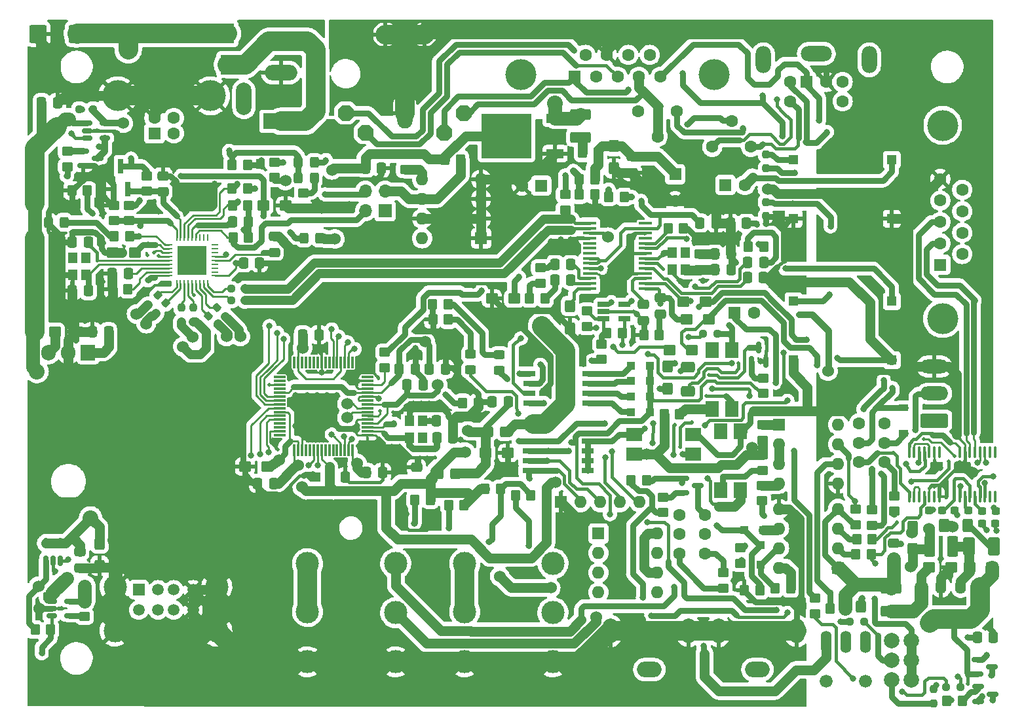
<source format=gbr>
%TF.GenerationSoftware,KiCad,Pcbnew,6.0.2+dfsg-1*%
%TF.CreationDate,2024-03-13T18:23:50+01:00*%
%TF.ProjectId,radio-usb,72616469-6f2d-4757-9362-2e6b69636164,rev?*%
%TF.SameCoordinates,Original*%
%TF.FileFunction,Copper,L1,Top*%
%TF.FilePolarity,Positive*%
%FSLAX46Y46*%
G04 Gerber Fmt 4.6, Leading zero omitted, Abs format (unit mm)*
G04 Created by KiCad (PCBNEW 6.0.2+dfsg-1) date 2024-03-13 18:23:50*
%MOMM*%
%LPD*%
G01*
G04 APERTURE LIST*
G04 Aperture macros list*
%AMRoundRect*
0 Rectangle with rounded corners*
0 $1 Rounding radius*
0 $2 $3 $4 $5 $6 $7 $8 $9 X,Y pos of 4 corners*
0 Add a 4 corners polygon primitive as box body*
4,1,4,$2,$3,$4,$5,$6,$7,$8,$9,$2,$3,0*
0 Add four circle primitives for the rounded corners*
1,1,$1+$1,$2,$3*
1,1,$1+$1,$4,$5*
1,1,$1+$1,$6,$7*
1,1,$1+$1,$8,$9*
0 Add four rect primitives between the rounded corners*
20,1,$1+$1,$2,$3,$4,$5,0*
20,1,$1+$1,$4,$5,$6,$7,0*
20,1,$1+$1,$6,$7,$8,$9,0*
20,1,$1+$1,$8,$9,$2,$3,0*%
%AMOutline5P*
0 Free polygon, 5 corners , with rotation*
0 The origin of the aperture is its center*
0 number of corners: always 5*
0 $1 to $10 corner X, Y*
0 $11 Rotation angle, in degrees counterclockwise*
0 create outline with 5 corners*
4,1,5,$1,$2,$3,$4,$5,$6,$7,$8,$9,$10,$1,$2,$11*%
%AMOutline6P*
0 Free polygon, 6 corners , with rotation*
0 The origin of the aperture is its center*
0 number of corners: always 6*
0 $1 to $12 corner X, Y*
0 $13 Rotation angle, in degrees counterclockwise*
0 create outline with 6 corners*
4,1,6,$1,$2,$3,$4,$5,$6,$7,$8,$9,$10,$11,$12,$1,$2,$13*%
%AMOutline7P*
0 Free polygon, 7 corners , with rotation*
0 The origin of the aperture is its center*
0 number of corners: always 7*
0 $1 to $14 corner X, Y*
0 $15 Rotation angle, in degrees counterclockwise*
0 create outline with 7 corners*
4,1,7,$1,$2,$3,$4,$5,$6,$7,$8,$9,$10,$11,$12,$13,$14,$1,$2,$15*%
%AMOutline8P*
0 Free polygon, 8 corners , with rotation*
0 The origin of the aperture is its center*
0 number of corners: always 8*
0 $1 to $16 corner X, Y*
0 $17 Rotation angle, in degrees counterclockwise*
0 create outline with 8 corners*
4,1,8,$1,$2,$3,$4,$5,$6,$7,$8,$9,$10,$11,$12,$13,$14,$15,$16,$1,$2,$17*%
G04 Aperture macros list end*
%TA.AperFunction,SMDPad,CuDef*%
%ADD10RoundRect,0.250000X0.450000X-0.350000X0.450000X0.350000X-0.450000X0.350000X-0.450000X-0.350000X0*%
%TD*%
%TA.AperFunction,ComponentPad*%
%ADD11C,3.000000*%
%TD*%
%TA.AperFunction,SMDPad,CuDef*%
%ADD12RoundRect,0.250000X-0.537500X-0.425000X0.537500X-0.425000X0.537500X0.425000X-0.537500X0.425000X0*%
%TD*%
%TA.AperFunction,SMDPad,CuDef*%
%ADD13RoundRect,0.250000X-0.337500X-0.475000X0.337500X-0.475000X0.337500X0.475000X-0.337500X0.475000X0*%
%TD*%
%TA.AperFunction,SMDPad,CuDef*%
%ADD14R,1.800000X2.500000*%
%TD*%
%TA.AperFunction,SMDPad,CuDef*%
%ADD15RoundRect,0.250001X-0.462499X-1.074999X0.462499X-1.074999X0.462499X1.074999X-0.462499X1.074999X0*%
%TD*%
%TA.AperFunction,SMDPad,CuDef*%
%ADD16RoundRect,0.250000X-0.350000X-0.450000X0.350000X-0.450000X0.350000X0.450000X-0.350000X0.450000X0*%
%TD*%
%TA.AperFunction,SMDPad,CuDef*%
%ADD17RoundRect,0.237500X-0.250000X-0.237500X0.250000X-0.237500X0.250000X0.237500X-0.250000X0.237500X0*%
%TD*%
%TA.AperFunction,SMDPad,CuDef*%
%ADD18RoundRect,0.250000X-0.450000X0.325000X-0.450000X-0.325000X0.450000X-0.325000X0.450000X0.325000X0*%
%TD*%
%TA.AperFunction,SMDPad,CuDef*%
%ADD19RoundRect,0.250000X-0.475000X0.337500X-0.475000X-0.337500X0.475000X-0.337500X0.475000X0.337500X0*%
%TD*%
%TA.AperFunction,ComponentPad*%
%ADD20R,1.600000X1.600000*%
%TD*%
%TA.AperFunction,ComponentPad*%
%ADD21C,1.600000*%
%TD*%
%TA.AperFunction,ComponentPad*%
%ADD22C,4.000000*%
%TD*%
%TA.AperFunction,SMDPad,CuDef*%
%ADD23RoundRect,0.250000X0.475000X-0.337500X0.475000X0.337500X-0.475000X0.337500X-0.475000X-0.337500X0*%
%TD*%
%TA.AperFunction,SMDPad,CuDef*%
%ADD24RoundRect,0.250000X0.337500X0.475000X-0.337500X0.475000X-0.337500X-0.475000X0.337500X-0.475000X0*%
%TD*%
%TA.AperFunction,SMDPad,CuDef*%
%ADD25RoundRect,0.250001X1.074999X-0.462499X1.074999X0.462499X-1.074999X0.462499X-1.074999X-0.462499X0*%
%TD*%
%TA.AperFunction,SMDPad,CuDef*%
%ADD26RoundRect,0.250000X-0.425000X0.537500X-0.425000X-0.537500X0.425000X-0.537500X0.425000X0.537500X0*%
%TD*%
%TA.AperFunction,SMDPad,CuDef*%
%ADD27RoundRect,0.237500X-0.344715X0.008839X0.008839X-0.344715X0.344715X-0.008839X-0.008839X0.344715X0*%
%TD*%
%TA.AperFunction,ComponentPad*%
%ADD28R,1.905000X2.000000*%
%TD*%
%TA.AperFunction,ComponentPad*%
%ADD29O,1.905000X2.000000*%
%TD*%
%TA.AperFunction,ComponentPad*%
%ADD30O,2.000000X3.500000*%
%TD*%
%TA.AperFunction,ComponentPad*%
%ADD31O,4.000000X2.000000*%
%TD*%
%TA.AperFunction,ComponentPad*%
%ADD32O,1.600000X1.600000*%
%TD*%
%TA.AperFunction,SMDPad,CuDef*%
%ADD33RoundRect,0.250000X0.325000X0.450000X-0.325000X0.450000X-0.325000X-0.450000X0.325000X-0.450000X0*%
%TD*%
%TA.AperFunction,SMDPad,CuDef*%
%ADD34RoundRect,0.250000X0.425000X-0.537500X0.425000X0.537500X-0.425000X0.537500X-0.425000X-0.537500X0*%
%TD*%
%TA.AperFunction,ComponentPad*%
%ADD35C,2.000000*%
%TD*%
%TA.AperFunction,SMDPad,CuDef*%
%ADD36RoundRect,0.250001X-1.074999X0.462499X-1.074999X-0.462499X1.074999X-0.462499X1.074999X0.462499X0*%
%TD*%
%TA.AperFunction,SMDPad,CuDef*%
%ADD37RoundRect,0.250000X0.537500X0.425000X-0.537500X0.425000X-0.537500X-0.425000X0.537500X-0.425000X0*%
%TD*%
%TA.AperFunction,SMDPad,CuDef*%
%ADD38R,1.600000X0.760000*%
%TD*%
%TA.AperFunction,SMDPad,CuDef*%
%ADD39RoundRect,0.150000X-0.587500X-0.150000X0.587500X-0.150000X0.587500X0.150000X-0.587500X0.150000X0*%
%TD*%
%TA.AperFunction,ComponentPad*%
%ADD40R,1.700000X1.700000*%
%TD*%
%TA.AperFunction,ComponentPad*%
%ADD41O,1.700000X1.700000*%
%TD*%
%TA.AperFunction,SMDPad,CuDef*%
%ADD42R,1.000000X1.000000*%
%TD*%
%TA.AperFunction,SMDPad,CuDef*%
%ADD43RoundRect,0.237500X-0.237500X0.250000X-0.237500X-0.250000X0.237500X-0.250000X0.237500X0.250000X0*%
%TD*%
%TA.AperFunction,SMDPad,CuDef*%
%ADD44RoundRect,0.237500X0.008839X0.344715X-0.344715X-0.008839X-0.008839X-0.344715X0.344715X0.008839X0*%
%TD*%
%TA.AperFunction,SMDPad,CuDef*%
%ADD45RoundRect,0.250000X0.350000X0.450000X-0.350000X0.450000X-0.350000X-0.450000X0.350000X-0.450000X0*%
%TD*%
%TA.AperFunction,SMDPad,CuDef*%
%ADD46RoundRect,0.250000X-0.650000X0.412500X-0.650000X-0.412500X0.650000X-0.412500X0.650000X0.412500X0*%
%TD*%
%TA.AperFunction,ComponentPad*%
%ADD47R,1.400000X1.800000*%
%TD*%
%TA.AperFunction,ComponentPad*%
%ADD48O,1.400000X1.800000*%
%TD*%
%TA.AperFunction,SMDPad,CuDef*%
%ADD49RoundRect,0.250000X-0.450000X0.350000X-0.450000X-0.350000X0.450000X-0.350000X0.450000X0.350000X0*%
%TD*%
%TA.AperFunction,ComponentPad*%
%ADD50O,1.422400X2.844800*%
%TD*%
%TA.AperFunction,ComponentPad*%
%ADD51C,1.676400*%
%TD*%
%TA.AperFunction,SMDPad,CuDef*%
%ADD52RoundRect,0.150000X0.150000X-0.587500X0.150000X0.587500X-0.150000X0.587500X-0.150000X-0.587500X0*%
%TD*%
%TA.AperFunction,SMDPad,CuDef*%
%ADD53RoundRect,0.237500X0.250000X0.237500X-0.250000X0.237500X-0.250000X-0.237500X0.250000X-0.237500X0*%
%TD*%
%TA.AperFunction,ComponentPad*%
%ADD54R,1.500000X1.500000*%
%TD*%
%TA.AperFunction,ComponentPad*%
%ADD55C,1.500000*%
%TD*%
%TA.AperFunction,SMDPad,CuDef*%
%ADD56RoundRect,0.150000X0.150000X-0.512500X0.150000X0.512500X-0.150000X0.512500X-0.150000X-0.512500X0*%
%TD*%
%TA.AperFunction,SMDPad,CuDef*%
%ADD57R,1.200000X0.900000*%
%TD*%
%TA.AperFunction,SMDPad,CuDef*%
%ADD58RoundRect,0.237500X0.300000X0.237500X-0.300000X0.237500X-0.300000X-0.237500X0.300000X-0.237500X0*%
%TD*%
%TA.AperFunction,SMDPad,CuDef*%
%ADD59R,1.200000X1.400000*%
%TD*%
%TA.AperFunction,SMDPad,CuDef*%
%ADD60RoundRect,0.237500X0.237500X-0.250000X0.237500X0.250000X-0.237500X0.250000X-0.237500X-0.250000X0*%
%TD*%
%TA.AperFunction,SMDPad,CuDef*%
%ADD61RoundRect,0.100000X0.100000X-0.637500X0.100000X0.637500X-0.100000X0.637500X-0.100000X-0.637500X0*%
%TD*%
%TA.AperFunction,ComponentPad*%
%ADD62O,3.197860X1.998980*%
%TD*%
%TA.AperFunction,ComponentPad*%
%ADD63O,1.998980X3.197860*%
%TD*%
%TA.AperFunction,ComponentPad*%
%ADD64R,4.600000X2.000000*%
%TD*%
%TA.AperFunction,ComponentPad*%
%ADD65O,4.200000X2.000000*%
%TD*%
%TA.AperFunction,ComponentPad*%
%ADD66O,2.000000X4.200000*%
%TD*%
%TA.AperFunction,SMDPad,CuDef*%
%ADD67R,1.780000X2.000000*%
%TD*%
%TA.AperFunction,SMDPad,CuDef*%
%ADD68RoundRect,0.250000X-0.400000X-0.625000X0.400000X-0.625000X0.400000X0.625000X-0.400000X0.625000X0*%
%TD*%
%TA.AperFunction,SMDPad,CuDef*%
%ADD69RoundRect,0.237500X-0.300000X-0.237500X0.300000X-0.237500X0.300000X0.237500X-0.300000X0.237500X0*%
%TD*%
%TA.AperFunction,ComponentPad*%
%ADD70Outline8P,-0.990600X0.495300X-0.495300X0.990600X0.495300X0.990600X0.990600X0.495300X0.990600X-0.495300X0.495300X-0.990600X-0.495300X-0.990600X-0.990600X-0.495300X180.000000*%
%TD*%
%TA.AperFunction,ComponentPad*%
%ADD71O,1.981200X3.962400*%
%TD*%
%TA.AperFunction,SMDPad,CuDef*%
%ADD72R,2.200000X1.200000*%
%TD*%
%TA.AperFunction,SMDPad,CuDef*%
%ADD73R,6.400000X5.800000*%
%TD*%
%TA.AperFunction,SMDPad,CuDef*%
%ADD74R,1.750000X0.450000*%
%TD*%
%TA.AperFunction,SMDPad,CuDef*%
%ADD75RoundRect,0.150000X-0.512500X-0.150000X0.512500X-0.150000X0.512500X0.150000X-0.512500X0.150000X0*%
%TD*%
%TA.AperFunction,SMDPad,CuDef*%
%ADD76RoundRect,0.250001X-0.499999X-0.924999X0.499999X-0.924999X0.499999X0.924999X-0.499999X0.924999X0*%
%TD*%
%TA.AperFunction,ComponentPad*%
%ADD77R,1.308000X1.308000*%
%TD*%
%TA.AperFunction,SMDPad,CuDef*%
%ADD78R,1.560000X0.650000*%
%TD*%
%TA.AperFunction,ComponentPad*%
%ADD79RoundRect,0.250000X1.550000X-0.650000X1.550000X0.650000X-1.550000X0.650000X-1.550000X-0.650000X0*%
%TD*%
%TA.AperFunction,ComponentPad*%
%ADD80O,3.600000X1.800000*%
%TD*%
%TA.AperFunction,SMDPad,CuDef*%
%ADD81RoundRect,0.250000X-0.325000X-0.450000X0.325000X-0.450000X0.325000X0.450000X-0.325000X0.450000X0*%
%TD*%
%TA.AperFunction,SMDPad,CuDef*%
%ADD82R,2.000000X1.780000*%
%TD*%
%TA.AperFunction,SMDPad,CuDef*%
%ADD83RoundRect,0.062500X0.062500X-0.350000X0.062500X0.350000X-0.062500X0.350000X-0.062500X-0.350000X0*%
%TD*%
%TA.AperFunction,SMDPad,CuDef*%
%ADD84RoundRect,0.062500X0.350000X-0.062500X0.350000X0.062500X-0.350000X0.062500X-0.350000X-0.062500X0*%
%TD*%
%TA.AperFunction,SMDPad,CuDef*%
%ADD85R,3.700000X3.700000*%
%TD*%
%TA.AperFunction,SMDPad,CuDef*%
%ADD86R,0.800000X1.900000*%
%TD*%
%TA.AperFunction,SMDPad,CuDef*%
%ADD87RoundRect,0.075000X0.700000X0.075000X-0.700000X0.075000X-0.700000X-0.075000X0.700000X-0.075000X0*%
%TD*%
%TA.AperFunction,SMDPad,CuDef*%
%ADD88RoundRect,0.075000X0.075000X0.700000X-0.075000X0.700000X-0.075000X-0.700000X0.075000X-0.700000X0*%
%TD*%
%TA.AperFunction,SMDPad,CuDef*%
%ADD89RoundRect,0.250000X0.875000X0.925000X-0.875000X0.925000X-0.875000X-0.925000X0.875000X-0.925000X0*%
%TD*%
%TA.AperFunction,ViaPad*%
%ADD90C,0.812800*%
%TD*%
%TA.AperFunction,ViaPad*%
%ADD91C,1.524000*%
%TD*%
%TA.AperFunction,ViaPad*%
%ADD92C,0.508000*%
%TD*%
%TA.AperFunction,ViaPad*%
%ADD93C,2.032000*%
%TD*%
%TA.AperFunction,ViaPad*%
%ADD94C,0.558800*%
%TD*%
%TA.AperFunction,Conductor*%
%ADD95C,0.762000*%
%TD*%
%TA.AperFunction,Conductor*%
%ADD96C,0.406400*%
%TD*%
%TA.AperFunction,Conductor*%
%ADD97C,1.270000*%
%TD*%
%TA.AperFunction,Conductor*%
%ADD98C,0.254000*%
%TD*%
%TA.AperFunction,Conductor*%
%ADD99C,2.540000*%
%TD*%
%TA.AperFunction,Conductor*%
%ADD100C,1.778000*%
%TD*%
%TA.AperFunction,Conductor*%
%ADD101C,1.143000*%
%TD*%
%TA.AperFunction,Conductor*%
%ADD102C,0.812800*%
%TD*%
G04 APERTURE END LIST*
D10*
%TO.P,R27,1*%
%TO.N,/SER_VCCIO*%
X134010400Y-80552800D03*
%TO.P,R27,2*%
%TO.N,Net-(R27-Pad2)*%
X134010400Y-78552800D03*
%TD*%
D11*
%TO.P,J12,R*%
%TO.N,Net-(C63-Pad1)*%
X106920000Y-102870000D03*
%TO.P,J12,RN*%
%TO.N,Net-(J12-PadRN)*%
X95520000Y-102720000D03*
%TO.P,J12,S*%
%TO.N,GND*%
X106920000Y-109220000D03*
%TO.P,J12,SN*%
X95520000Y-109220000D03*
%TO.P,J12,T*%
%TO.N,/AUD_OUT_SUM*%
X106920000Y-96520000D03*
%TO.P,J12,TN*%
%TO.N,Net-(J12-PadRN)*%
X95520000Y-96520000D03*
%TD*%
D12*
%TO.P,C61,1*%
%TO.N,Net-(C61-Pad1)*%
X121981100Y-68910200D03*
%TO.P,C61,2*%
%TO.N,/RCA_RIGHT*%
X124856100Y-68910200D03*
%TD*%
%TO.P,C38,1*%
%TO.N,/SER_VPLL*%
X98206700Y-82219800D03*
%TO.P,C38,2*%
%TO.N,GND*%
X101081700Y-82219800D03*
%TD*%
D13*
%TO.P,C34,1*%
%TO.N,/SER_VPLL*%
X88036400Y-73374522D03*
%TO.P,C34,2*%
%TO.N,GND*%
X90111400Y-73374522D03*
%TD*%
D14*
%TO.P,D4,1,K*%
%TO.N,+12V*%
X64846200Y-27946600D03*
%TO.P,D4,2,A*%
%TO.N,Net-(D4-Pad2)*%
X64846200Y-31946600D03*
%TD*%
D15*
%TO.P,L2,1,1*%
%TO.N,+5V*%
X155560700Y-94310200D03*
%TO.P,L2,2,2*%
%TO.N,/DCDC_IN*%
X158535700Y-94310200D03*
%TD*%
D16*
%TO.P,R34,1*%
%TO.N,+5V*%
X39995600Y-105054400D03*
%TO.P,R34,2*%
%TO.N,/+5VP_OK*%
X41995600Y-105054400D03*
%TD*%
D17*
%TO.P,R17,1*%
%TO.N,Net-(Q1-Pad3)*%
X45671100Y-37719000D03*
%TO.P,R17,2*%
%TO.N,VBUS*%
X47496100Y-37719000D03*
%TD*%
D18*
%TO.P,D16,1,K*%
%TO.N,Net-(D16-Pad1)*%
X96266000Y-69409200D03*
%TO.P,D16,2,A*%
%TO.N,/SER_B_RXLED*%
X96266000Y-71459200D03*
%TD*%
D19*
%TO.P,C9,1*%
%TO.N,GND*%
X70891400Y-54182100D03*
%TO.P,C9,2*%
%TO.N,Net-(C9-Pad2)*%
X70891400Y-56257100D03*
%TD*%
D20*
%TO.P,J2,1,VBUS*%
%TO.N,VBUS*%
X55417400Y-40848900D03*
D21*
%TO.P,J2,2,D-*%
%TO.N,/D-*%
X57917400Y-40848900D03*
%TO.P,J2,3,D+*%
%TO.N,/D+*%
X57917400Y-38848900D03*
%TO.P,J2,4,GND*%
%TO.N,GND*%
X55417400Y-38848900D03*
D22*
%TO.P,J2,5,Shield*%
X50667400Y-35988900D03*
X62667400Y-35988900D03*
%TD*%
D23*
%TO.P,C57,1*%
%TO.N,Net-(C57-Pad1)*%
X120777000Y-64228800D03*
%TO.P,C57,2*%
%TO.N,/AUD_OUT_RIGHT*%
X120777000Y-62153800D03*
%TD*%
D24*
%TO.P,C58,1*%
%TO.N,/AUD_IN_LEFT*%
X109241500Y-57810400D03*
%TO.P,C58,2*%
%TO.N,Net-(C58-Pad2)*%
X107166500Y-57810400D03*
%TD*%
D25*
%TO.P,L3,1,1*%
%TO.N,/DCDC_OUT*%
X150571200Y-102681100D03*
%TO.P,L3,2,2*%
%TO.N,VD*%
X150571200Y-99706100D03*
%TD*%
D16*
%TO.P,R10,1*%
%TO.N,GND*%
X50003200Y-61010800D03*
%TO.P,R10,2*%
%TO.N,/H_BIAS*%
X52003200Y-61010800D03*
%TD*%
D26*
%TO.P,C42,1*%
%TO.N,/5VD12*%
X48310800Y-93914100D03*
%TO.P,C42,2*%
%TO.N,GND*%
X48310800Y-96789100D03*
%TD*%
D13*
%TO.P,C14,1*%
%TO.N,/H_VDD*%
X66932900Y-57607200D03*
%TO.P,C14,2*%
%TO.N,GND*%
X69007900Y-57607200D03*
%TD*%
D10*
%TO.P,R16,1*%
%TO.N,+12V*%
X44145200Y-45145200D03*
%TO.P,R16,2*%
%TO.N,Net-(Q1-Pad1)*%
X44145200Y-43145200D03*
%TD*%
D24*
%TO.P,C59,1*%
%TO.N,/AUD_IN_RIGHT*%
X109241500Y-59842400D03*
%TO.P,C59,2*%
%TO.N,Net-(C59-Pad2)*%
X107166500Y-59842400D03*
%TD*%
D27*
%TO.P,R46,1*%
%TO.N,/H_SER_USBD+*%
X63449200Y-63423800D03*
%TO.P,R46,2*%
%TO.N,/SER_D+*%
X64739670Y-64714270D03*
%TD*%
D28*
%TO.P,U1,1,IN*%
%TO.N,+12V*%
X46837600Y-69205200D03*
D29*
%TO.P,U1,2,GND*%
%TO.N,GND*%
X44297600Y-69205200D03*
%TO.P,U1,3,OUT*%
%TO.N,/5VD12*%
X41757600Y-69205200D03*
%TD*%
D20*
%TO.P,J6,1*%
%TO.N,AF_TO_RADIO*%
X139649200Y-34188400D03*
D21*
%TO.P,J6,2*%
%TO.N,GNDREF*%
X142249200Y-34188400D03*
%TO.P,J6,3*%
%TO.N,PTT*%
X137549200Y-34188400D03*
%TO.P,J6,4*%
%TO.N,/YAESU_FLAT_AUD*%
X144349200Y-34188400D03*
%TO.P,J6,5*%
%TO.N,/YAESU_FILTERED_AUD*%
X137549200Y-36688400D03*
%TO.P,J6,6*%
%TO.N,RX_ACTIVE*%
X144349200Y-36688400D03*
D30*
%TO.P,J6,7*%
%TO.N,N/C*%
X134099200Y-31338400D03*
X147799200Y-31338400D03*
D31*
X140949200Y-30538400D03*
%TD*%
D20*
%TO.P,U14,1,CS*%
%TO.N,/SER_EECS*%
X112786000Y-92618400D03*
D32*
%TO.P,U14,2,SCLK*%
%TO.N,Net-(R51-Pad1)*%
X112786000Y-95158400D03*
%TO.P,U14,3,DI*%
%TO.N,/SER_EEDT*%
X112786000Y-97698400D03*
%TO.P,U14,4,DO*%
%TO.N,Net-(R49-Pad1)*%
X112786000Y-100238400D03*
%TO.P,U14,5,GND*%
%TO.N,GND*%
X120406000Y-100238400D03*
%TO.P,U14,6,ORG*%
%TO.N,/SER_VCCIO*%
X120406000Y-97698400D03*
%TO.P,U14,7,NC*%
%TO.N,unconnected-(U14-Pad7)*%
X120406000Y-95158400D03*
%TO.P,U14,8,VCC*%
%TO.N,/SER_VCCIO*%
X120406000Y-92618400D03*
%TD*%
D16*
%TO.P,R33,1*%
%TO.N,Net-(R33-Pad1)*%
X146167600Y-93370400D03*
%TO.P,R33,2*%
%TO.N,/TTL_RX*%
X148167600Y-93370400D03*
%TD*%
D10*
%TO.P,R14,1*%
%TO.N,+2V5*%
X50165000Y-52155600D03*
%TO.P,R14,2*%
%TO.N,GND*%
X50165000Y-50155600D03*
%TD*%
D13*
%TO.P,C51,1*%
%TO.N,Net-(C51-Pad1)*%
X127842100Y-56464200D03*
%TO.P,C51,2*%
%TO.N,GND*%
X129917100Y-56464200D03*
%TD*%
D33*
%TO.P,L4,1,1*%
%TO.N,+3V3*%
X100669200Y-79445122D03*
%TO.P,L4,2,2*%
%TO.N,/SER_VPLL*%
X98619200Y-79445122D03*
%TD*%
D34*
%TO.P,C60,1*%
%TO.N,Net-(C60-Pad1)*%
X121691400Y-73878300D03*
%TO.P,C60,2*%
%TO.N,/RCA_LEFT*%
X121691400Y-71003300D03*
%TD*%
D35*
%TO.P,D12,1,AB*%
%TO.N,+5V*%
X153250200Y-106450700D03*
%TO.P,D12,2,KB*%
%TO.N,Net-(D12-Pad2)*%
X150710200Y-106450700D03*
%TO.P,D12,3,AR*%
%TO.N,+5V*%
X153250200Y-108990700D03*
%TO.P,D12,4,KR*%
%TO.N,Net-(D12-Pad4)*%
X150710200Y-108990700D03*
%TO.P,D12,5,AG*%
%TO.N,+5V*%
X153250200Y-111530700D03*
%TO.P,D12,6,KR*%
%TO.N,Net-(D12-Pad6)*%
X150710200Y-111530700D03*
%TD*%
D36*
%TO.P,L5,1,1*%
%TO.N,+5V*%
X110439200Y-38390500D03*
%TO.P,L5,2,2*%
%TO.N,Net-(L5-Pad2)*%
X110439200Y-41365500D03*
%TD*%
D37*
%TO.P,C13,1*%
%TO.N,/H_VDD*%
X52923300Y-56261000D03*
%TO.P,C13,2*%
%TO.N,GND*%
X50048300Y-56261000D03*
%TD*%
D12*
%TO.P,C18,1*%
%TO.N,/DCDC_IN*%
X160792300Y-97028000D03*
%TO.P,C18,2*%
%TO.N,GND*%
X163667300Y-97028000D03*
%TD*%
D38*
%TO.P,SW5,1*%
%TO.N,/SER_A_CTS_IN*%
X103755100Y-80664322D03*
%TO.P,SW5,2*%
%TO.N,/SER_A_DSR_IN*%
X103755100Y-81934322D03*
%TO.P,SW5,3*%
%TO.N,/SER_B_CTS_IN*%
X103755100Y-83204322D03*
%TO.P,SW5,4*%
%TO.N,/SER_B_DSR_IN*%
X103755100Y-84474322D03*
%TO.P,SW5,5*%
%TO.N,/RX_ACT_SEP*%
X111375100Y-84474322D03*
%TO.P,SW5,6*%
X111375100Y-83204322D03*
%TO.P,SW5,7*%
X111375100Y-81934322D03*
%TO.P,SW5,8*%
X111375100Y-80664322D03*
%TD*%
D19*
%TO.P,C39,1*%
%TO.N,/AUD_VBUS*%
X117170200Y-43869700D03*
%TO.P,C39,2*%
%TO.N,GND*%
X117170200Y-45944700D03*
%TD*%
D12*
%TO.P,C11,1*%
%TO.N,/H_VDD*%
X69504700Y-50215800D03*
%TO.P,C11,2*%
%TO.N,GND*%
X72379700Y-50215800D03*
%TD*%
D16*
%TO.P,R57,1*%
%TO.N,GND*%
X91354400Y-62992000D03*
%TO.P,R57,2*%
%TO.N,Net-(D15-Pad1)*%
X93354400Y-62992000D03*
%TD*%
D39*
%TO.P,Q3,1,B*%
%TO.N,Net-(Q3-Pad1)*%
X161876500Y-112435600D03*
%TO.P,Q3,2,E*%
%TO.N,GND*%
X161876500Y-114335600D03*
%TO.P,Q3,3,C*%
%TO.N,Net-(Q3-Pad3)*%
X163751500Y-113385600D03*
%TD*%
D40*
%TO.P,J5,1,Pin_1*%
%TO.N,/H_EE_SDA*%
X85217000Y-50876200D03*
D41*
%TO.P,J5,2,Pin_2*%
%TO.N,/H_REM1*%
X82677000Y-50876200D03*
%TO.P,J5,3,Pin_3*%
%TO.N,/H_EE_SCL*%
X85217000Y-48336200D03*
%TO.P,J5,4,Pin_4*%
%TO.N,/H_SEL0*%
X82677000Y-48336200D03*
%TD*%
D24*
%TO.P,C5,1*%
%TO.N,/H_XTALO*%
X46884500Y-54940200D03*
%TO.P,C5,2*%
%TO.N,GND*%
X44809500Y-54940200D03*
%TD*%
D10*
%TO.P,R23,1*%
%TO.N,/+5VP_EN*%
X46380400Y-103362000D03*
%TO.P,R23,2*%
%TO.N,+5V*%
X46380400Y-101362000D03*
%TD*%
D16*
%TO.P,R64,1*%
%TO.N,Net-(R64-Pad1)*%
X110302800Y-46786800D03*
%TO.P,R64,2*%
%TO.N,/AUD_VBUS*%
X112302800Y-46786800D03*
%TD*%
D21*
%TO.P,SW7,1,A*%
%TO.N,/PTT_ACTL*%
X117946800Y-37958400D03*
%TO.P,SW7,2,B*%
%TO.N,PTT*%
X120446800Y-41258400D03*
%TO.P,SW7,3,C*%
%TO.N,/PTT_ACTH*%
X122946800Y-37958400D03*
%TD*%
D12*
%TO.P,C50,1*%
%TO.N,/AUD_OUT_RIGHT*%
X124165500Y-64871600D03*
%TO.P,C50,2*%
%TO.N,/RCA_RIGHT*%
X127040500Y-64871600D03*
%TD*%
D20*
%TO.P,U11,1,A1*%
%TO.N,VD*%
X143754000Y-97043400D03*
D32*
%TO.P,U11,2,C1*%
%TO.N,Net-(R32-Pad1)*%
X143754000Y-94503400D03*
%TO.P,U11,3,C2*%
%TO.N,Net-(R33-Pad1)*%
X143754000Y-91963400D03*
%TO.P,U11,4,A2*%
%TO.N,VD*%
X143754000Y-89423400D03*
%TO.P,U11,5,GND*%
%TO.N,GND*%
X136134000Y-89423400D03*
%TO.P,U11,6,VO2*%
%TO.N,Net-(D9-Pad2)*%
X136134000Y-91963400D03*
%TO.P,U11,7,VO1*%
%TO.N,Net-(D10-Pad2)*%
X136134000Y-94503400D03*
%TO.P,U11,8,VCC*%
%TO.N,/SER_VCCIO*%
X136134000Y-97043400D03*
%TD*%
D42*
%TO.P,D10,1,K*%
%TO.N,/SER_B_RXD_IN*%
X133731000Y-94127000D03*
%TO.P,D10,2,A*%
%TO.N,Net-(D10-Pad2)*%
X133731000Y-96627000D03*
%TD*%
%TO.P,D18,1,K*%
%TO.N,/PTT_CTRL*%
X119461600Y-72898000D03*
%TO.P,D18,2,A*%
%TO.N,Net-(D18-Pad2)*%
X116961600Y-72898000D03*
%TD*%
%TO.P,D17,1,K*%
%TO.N,/PTT_CTRL*%
X119461600Y-70891400D03*
%TO.P,D17,2,A*%
%TO.N,Net-(D17-Pad2)*%
X116961600Y-70891400D03*
%TD*%
D43*
%TO.P,R22,1*%
%TO.N,/H_DP2-*%
X58877200Y-63425700D03*
%TO.P,R22,2*%
%TO.N,/DP2-*%
X58877200Y-65250700D03*
%TD*%
D12*
%TO.P,C54,1*%
%TO.N,/AUD_OUT_LEFT*%
X123759100Y-62661800D03*
%TO.P,C54,2*%
%TO.N,/RCA_LEFT*%
X126634100Y-62661800D03*
%TD*%
D13*
%TO.P,C28,1*%
%TO.N,+1V8*%
X90932000Y-71342522D03*
%TO.P,C28,2*%
%TO.N,GND*%
X93007000Y-71342522D03*
%TD*%
D10*
%TO.P,R2,1*%
%TO.N,GND*%
X74650600Y-50530000D03*
%TO.P,R2,2*%
%TO.N,Net-(D6-Pad1)*%
X74650600Y-48530000D03*
%TD*%
D16*
%TO.P,R53,1*%
%TO.N,Net-(L5-Pad2)*%
X110760000Y-43357800D03*
%TO.P,R53,2*%
%TO.N,/AUD_VBUS*%
X112760000Y-43357800D03*
%TD*%
D21*
%TO.P,SW2,1,A*%
%TO.N,/YAESU_FILTERED_AUD*%
X132497200Y-42585000D03*
%TO.P,SW2,2,B*%
%TO.N,AF_FRM_RADIO*%
X129997200Y-39285000D03*
%TO.P,SW2,3,C*%
%TO.N,/YAESU_FLAT_AUD*%
X127497200Y-42585000D03*
%TD*%
D44*
%TO.P,R30,1*%
%TO.N,/H_DP1+*%
X56906235Y-62829365D03*
%TO.P,R30,2*%
%TO.N,/DP1+*%
X55615765Y-64119835D03*
%TD*%
D45*
%TO.P,R44,1*%
%TO.N,GND*%
X97262100Y-75711322D03*
%TO.P,R44,2*%
%TO.N,Net-(R44-Pad2)*%
X95262100Y-75711322D03*
%TD*%
D46*
%TO.P,C62,1*%
%TO.N,Net-(C62-Pad1)*%
X124358400Y-71106900D03*
%TO.P,C62,2*%
%TO.N,/AUD_OUT_SUM*%
X124358400Y-74231900D03*
%TD*%
D47*
%TO.P,U8,1,-VIN*%
%TO.N,GND*%
X162156900Y-99554700D03*
D48*
%TO.P,U8,2,+VIN*%
%TO.N,/DCDC_IN*%
X159616900Y-99554700D03*
%TO.P,U8,3,-VOUT*%
%TO.N,GNDREF*%
X157076900Y-99554700D03*
%TO.P,U8,4,+VOUT*%
%TO.N,/DCDC_OUT*%
X154536900Y-99554700D03*
%TD*%
D16*
%TO.P,R51,1*%
%TO.N,Net-(R51-Pad1)*%
X93437200Y-88925400D03*
%TO.P,R51,2*%
%TO.N,/SER_VCCIO*%
X95437200Y-88925400D03*
%TD*%
D49*
%TO.P,R25,1*%
%TO.N,Net-(D9-Pad2)*%
X131089400Y-94453200D03*
%TO.P,R25,2*%
%TO.N,/SER_VCCIO*%
X131089400Y-96453200D03*
%TD*%
D26*
%TO.P,C48,1*%
%TO.N,Net-(C48-Pad1)*%
X109118400Y-63180100D03*
%TO.P,C48,2*%
%TO.N,GND*%
X109118400Y-66055100D03*
%TD*%
D50*
%TO.P,SW3,1,A*%
%TO.N,unconnected-(SW3-Pad1)*%
X147320000Y-106680000D03*
%TO.P,SW3,2,B*%
%TO.N,/PTT_CTRL*%
X144780000Y-106680000D03*
%TO.P,SW3,3,C*%
%TO.N,/SER_VCCIO*%
X142240000Y-106680000D03*
D51*
%TO.P,SW3,M1*%
%TO.N,N/C*%
X147320000Y-111760000D03*
%TO.P,SW3,M2*%
X142240000Y-111760000D03*
%TD*%
D10*
%TO.P,R65,1*%
%TO.N,Net-(R65-Pad1)*%
X134010400Y-84439000D03*
%TO.P,R65,2*%
%TO.N,/SER_VCCIO*%
X134010400Y-82439000D03*
%TD*%
D42*
%TO.P,D19,1,K*%
%TO.N,/PTT_CTRL*%
X119461600Y-74904600D03*
%TO.P,D19,2,A*%
%TO.N,Net-(D19-Pad2)*%
X116961600Y-74904600D03*
%TD*%
D52*
%TO.P,Q4,1,B*%
%TO.N,Net-(Q4-Pad1)*%
X132527000Y-70431900D03*
%TO.P,Q4,2,E*%
%TO.N,GND*%
X134427000Y-70431900D03*
%TO.P,Q4,3,C*%
%TO.N,Net-(Q4-Pad3)*%
X133477000Y-68556900D03*
%TD*%
D53*
%TO.P,R35,1*%
%TO.N,Net-(D12-Pad4)*%
X147089500Y-104063800D03*
%TO.P,R35,2*%
%TO.N,GND*%
X145264500Y-104063800D03*
%TD*%
D54*
%TO.P,J7,1,VBUS1*%
%TO.N,+5VP*%
X53396000Y-99901600D03*
D55*
%TO.P,J7,2,D1-*%
%TO.N,/DP1-*%
X55896000Y-99901600D03*
%TO.P,J7,3,D1+*%
%TO.N,/DP1+*%
X57896000Y-99901600D03*
%TO.P,J7,4,GND1*%
%TO.N,GND*%
X60396000Y-99901600D03*
%TO.P,J7,5,VBUS2*%
%TO.N,+5VP*%
X53396000Y-102521600D03*
%TO.P,J7,6,D2-*%
%TO.N,/DP2-*%
X55896000Y-102521600D03*
%TO.P,J7,7,D2+*%
%TO.N,/DP2+*%
X57896000Y-102521600D03*
%TO.P,J7,8,GND2*%
%TO.N,GND*%
X60396000Y-102521600D03*
D11*
%TO.P,J7,9,Shield*%
X63466000Y-99551600D03*
X50326000Y-105231600D03*
X50326000Y-99551600D03*
X63466000Y-105231600D03*
%TD*%
D19*
%TO.P,C10,1*%
%TO.N,/5VD12*%
X45770800Y-94974500D03*
%TO.P,C10,2*%
%TO.N,GND*%
X45770800Y-97049500D03*
%TD*%
D23*
%TO.P,C21,1*%
%TO.N,VD*%
X150977600Y-95931900D03*
%TO.P,C21,2*%
%TO.N,GNDREF*%
X150977600Y-93856900D03*
%TD*%
D49*
%TO.P,R80,1*%
%TO.N,Net-(Q5-Pad2)*%
X121107200Y-87900000D03*
%TO.P,R80,2*%
%TO.N,VD*%
X121107200Y-89900000D03*
%TD*%
D53*
%TO.P,R78,1*%
%TO.N,/PTT_ACTH*%
X128166500Y-66751200D03*
%TO.P,R78,2*%
%TO.N,GNDREF*%
X126341500Y-66751200D03*
%TD*%
D22*
%TO.P,J8,0*%
%TO.N,N/C*%
X157272000Y-39808602D03*
X157272000Y-64808602D03*
D20*
%TO.P,J8,1,1*%
%TO.N,unconnected-(J8-Pad1)*%
X156972000Y-57848602D03*
D21*
%TO.P,J8,2,2*%
%TO.N,/RS232RX*%
X156972000Y-55078602D03*
%TO.P,J8,3,3*%
%TO.N,/RS232TX*%
X156972000Y-52308602D03*
%TO.P,J8,4,4*%
%TO.N,unconnected-(J8-Pad4)*%
X156972000Y-49538602D03*
%TO.P,J8,5,5*%
%TO.N,GNDREF*%
X156972000Y-46768602D03*
%TO.P,J8,6,6*%
%TO.N,unconnected-(J8-Pad6)*%
X159812000Y-56463602D03*
%TO.P,J8,7,7*%
%TO.N,unconnected-(J8-Pad7)*%
X159812000Y-53693602D03*
%TO.P,J8,8,8*%
%TO.N,unconnected-(J8-Pad8)*%
X159812000Y-50923602D03*
%TO.P,J8,9,9*%
%TO.N,unconnected-(J8-Pad9)*%
X159812000Y-48153602D03*
%TD*%
D26*
%TO.P,C37,1*%
%TO.N,/AUD_VBUS*%
X114757200Y-42504500D03*
%TO.P,C37,2*%
%TO.N,GND*%
X114757200Y-45379500D03*
%TD*%
D16*
%TO.P,R5,1*%
%TO.N,Net-(D1-Pad2)*%
X50181000Y-54152800D03*
%TO.P,R5,2*%
%TO.N,/H_REM0*%
X52181000Y-54152800D03*
%TD*%
D45*
%TO.P,R49,1*%
%TO.N,Net-(R49-Pad1)*%
X100110800Y-86868000D03*
%TO.P,R49,2*%
%TO.N,/SER_VCCIO*%
X98110800Y-86868000D03*
%TD*%
D17*
%TO.P,R43,1*%
%TO.N,/H_AUD_USBD-*%
X65305300Y-62484000D03*
%TO.P,R43,2*%
%TO.N,/AUD_USB_DN*%
X67130300Y-62484000D03*
%TD*%
D39*
%TO.P,Q5,1,B*%
%TO.N,Net-(Q5-Pad1)*%
X123776500Y-85460800D03*
%TO.P,Q5,2,E*%
%TO.N,Net-(Q5-Pad2)*%
X123776500Y-87360800D03*
%TO.P,Q5,3,C*%
%TO.N,Net-(Q5-Pad3)*%
X125651500Y-86410800D03*
%TD*%
D17*
%TO.P,R42,1*%
%TO.N,/H_AUD_USBD+*%
X65305300Y-60960000D03*
%TO.P,R42,2*%
%TO.N,/AUD_USB_DP*%
X67130300Y-60960000D03*
%TD*%
D13*
%TO.P,C52,1*%
%TO.N,Net-(C52-Pad1)*%
X127867500Y-58496200D03*
%TO.P,C52,2*%
%TO.N,GND*%
X129942500Y-58496200D03*
%TD*%
D56*
%TO.P,U4,1,OUT*%
%TO.N,+5V*%
X41366400Y-96133500D03*
%TO.P,U4,2,GND*%
%TO.N,GND*%
X42316400Y-96133500D03*
%TO.P,U4,3,~{FLG}*%
%TO.N,Net-(TP1-Pad1)*%
X43266400Y-96133500D03*
%TO.P,U4,4,EN*%
%TO.N,/5VD12*%
X43266400Y-93858500D03*
%TO.P,U4,5,IN*%
X41366400Y-93858500D03*
%TD*%
D37*
%TO.P,C49,1*%
%TO.N,Net-(C49-Pad1)*%
X101894500Y-62230000D03*
%TO.P,C49,2*%
%TO.N,GND*%
X99019500Y-62230000D03*
%TD*%
D57*
%TO.P,D7,1,K*%
%TO.N,Net-(D7-Pad1)*%
X152222200Y-79678800D03*
%TO.P,D7,2,A*%
%TO.N,PTT*%
X152222200Y-76378800D03*
%TD*%
D39*
%TO.P,Q2,1,B*%
%TO.N,Net-(Q2-Pad1)*%
X161800300Y-108930400D03*
%TO.P,Q2,2,E*%
%TO.N,GND*%
X161800300Y-110830400D03*
%TO.P,Q2,3,C*%
%TO.N,Net-(Q2-Pad3)*%
X163675300Y-109880400D03*
%TD*%
D10*
%TO.P,R79,1*%
%TO.N,Net-(R79-Pad1)*%
X128905000Y-99679000D03*
%TO.P,R79,2*%
%TO.N,Net-(R79-Pad2)*%
X128905000Y-97679000D03*
%TD*%
D21*
%TO.P,SW1,1,A*%
%TO.N,unconnected-(SW1-Pad1)*%
X149769000Y-78373600D03*
%TO.P,SW1,2,B*%
%TO.N,Net-(D7-Pad1)*%
X149769000Y-80873600D03*
%TO.P,SW1,3,C*%
%TO.N,/CAT_UART_TX*%
X149769000Y-83373600D03*
%TO.P,SW1,4,A*%
%TO.N,unconnected-(SW1-Pad4)*%
X146469000Y-78373600D03*
%TO.P,SW1,5,B*%
%TO.N,PTT*%
X146469000Y-80873600D03*
%TO.P,SW1,6,C*%
%TO.N,/CAT_UART_RX*%
X146469000Y-83373600D03*
%TD*%
D49*
%TO.P,R9,1*%
%TO.N,Net-(D7-Pad1)*%
X148183600Y-89551000D03*
%TO.P,R9,2*%
%TO.N,PTT*%
X148183600Y-91551000D03*
%TD*%
D58*
%TO.P,C32,1*%
%TO.N,Net-(C32-Pad1)*%
X160577700Y-89636600D03*
%TO.P,C32,2*%
%TO.N,GNDREF*%
X158852700Y-89636600D03*
%TD*%
D59*
%TO.P,Y1,1,1*%
%TO.N,/H_XTALIN*%
X46544600Y-59189800D03*
%TO.P,Y1,2,2*%
%TO.N,unconnected-(Y1-Pad2)*%
X46544600Y-56989800D03*
%TO.P,Y1,3,3*%
%TO.N,/H_XTALO*%
X44844600Y-56989800D03*
%TO.P,Y1,4,4*%
%TO.N,GND*%
X44844600Y-59189800D03*
%TD*%
D45*
%TO.P,R54,1*%
%TO.N,GND*%
X123783600Y-53111400D03*
%TO.P,R54,2*%
%TO.N,Net-(R54-Pad2)*%
X121783600Y-53111400D03*
%TD*%
D24*
%TO.P,C1,1*%
%TO.N,+12V*%
X49475300Y-66522600D03*
%TO.P,C1,2*%
%TO.N,GND*%
X47400300Y-66522600D03*
%TD*%
D60*
%TO.P,R70,1*%
%TO.N,GND*%
X134391400Y-51560100D03*
%TO.P,R70,2*%
%TO.N,/AF_FRM_RADIO_PREINS*%
X134391400Y-49735100D03*
%TD*%
D20*
%TO.P,C63,1*%
%TO.N,Net-(C63-Pad1)*%
X130389621Y-64084200D03*
D21*
%TO.P,C63,2*%
%TO.N,Net-(C63-Pad2)*%
X132889621Y-64084200D03*
%TD*%
D16*
%TO.P,R21,1*%
%TO.N,GND*%
X131638800Y-99999800D03*
%TO.P,R21,2*%
%TO.N,/SER_B_RXD_IN*%
X133638800Y-99999800D03*
%TD*%
D27*
%TO.P,R48,1*%
%TO.N,/H_SER_USBD-*%
X62382400Y-64490600D03*
%TO.P,R48,2*%
%TO.N,/SER_D-*%
X63672870Y-65781070D03*
%TD*%
D61*
%TO.P,U13,1,C1+*%
%TO.N,Net-(C24-Pad1)*%
X159497600Y-87850900D03*
%TO.P,U13,2,VS+*%
%TO.N,Net-(C32-Pad1)*%
X160147600Y-87850900D03*
%TO.P,U13,3,C1-*%
%TO.N,Net-(C24-Pad2)*%
X160797600Y-87850900D03*
%TO.P,U13,4,C2+*%
%TO.N,Net-(C29-Pad1)*%
X161447600Y-87850900D03*
%TO.P,U13,5,C2-*%
%TO.N,Net-(C29-Pad2)*%
X162097600Y-87850900D03*
%TO.P,U13,6,VS-*%
%TO.N,Net-(C33-Pad1)*%
X162747600Y-87850900D03*
%TO.P,U13,7,T2OUT*%
%TO.N,unconnected-(U13-Pad7)*%
X163397600Y-87850900D03*
%TO.P,U13,8,R2IN*%
%TO.N,unconnected-(U13-Pad8)*%
X164047600Y-87850900D03*
%TO.P,U13,9,R2OUT*%
%TO.N,unconnected-(U13-Pad9)*%
X164047600Y-82125900D03*
%TO.P,U13,10,T2IN*%
%TO.N,unconnected-(U13-Pad10)*%
X163397600Y-82125900D03*
%TO.P,U13,11,T1IN*%
%TO.N,/TTL_TX*%
X162747600Y-82125900D03*
%TO.P,U13,12,R1OUT*%
%TO.N,/TTL_RX*%
X162097600Y-82125900D03*
%TO.P,U13,13,R1IN*%
%TO.N,/RS232RX*%
X161447600Y-82125900D03*
%TO.P,U13,14,T1OUT*%
%TO.N,/RS232TX*%
X160797600Y-82125900D03*
%TO.P,U13,15,GND*%
%TO.N,GNDREF*%
X160147600Y-82125900D03*
%TO.P,U13,16,VCC*%
%TO.N,VD*%
X159497598Y-82125896D03*
%TD*%
D16*
%TO.P,R60,1*%
%TO.N,GND*%
X118659400Y-66954400D03*
%TO.P,R60,2*%
%TO.N,Net-(C57-Pad1)*%
X120659400Y-66954400D03*
%TD*%
D43*
%TO.P,R24,1*%
%TO.N,/H_DP2+*%
X60401200Y-63425700D03*
%TO.P,R24,2*%
%TO.N,/DP2+*%
X60401200Y-65250700D03*
%TD*%
D11*
%TO.P,J11,R*%
%TO.N,/AUD_IN_SUM*%
X86600000Y-102870000D03*
%TO.P,J11,RN*%
%TO.N,Net-(J11-PadRN)*%
X75200000Y-102720000D03*
%TO.P,J11,S*%
%TO.N,GND*%
X86600000Y-109220000D03*
%TO.P,J11,SN*%
X75200000Y-109220000D03*
%TO.P,J11,T*%
%TO.N,/AF_FRM_RADIO_PREINS*%
X86600000Y-96520000D03*
%TO.P,J11,TN*%
%TO.N,Net-(J11-PadRN)*%
X75200000Y-96520000D03*
%TD*%
D62*
%TO.P,J10,1,In*%
%TO.N,/RCA_LEFT*%
X119380000Y-110220000D03*
D63*
%TO.P,J10,2,Ext*%
%TO.N,GND*%
X124434600Y-105222040D03*
X114325400Y-105222040D03*
%TD*%
D24*
%TO.P,C55,1*%
%TO.N,Net-(C55-Pad1)*%
X134158900Y-57531000D03*
%TO.P,C55,2*%
%TO.N,/AUD_OUT_LEFT*%
X132083900Y-57531000D03*
%TD*%
D49*
%TO.P,R38,1*%
%TO.N,/TTL_TX_2*%
X146024600Y-89500200D03*
%TO.P,R38,2*%
%TO.N,VD*%
X146024600Y-91500200D03*
%TD*%
D13*
%TO.P,C4,1*%
%TO.N,+3V3*%
X82680900Y-45339000D03*
%TO.P,C4,2*%
%TO.N,GND*%
X84755900Y-45339000D03*
%TD*%
D64*
%TO.P,J1,1*%
%TO.N,Net-(D4-Pad2)*%
X71770000Y-39293800D03*
D65*
%TO.P,J1,2*%
%TO.N,GND*%
X71770000Y-32993800D03*
D66*
%TO.P,J1,3*%
%TO.N,N/C*%
X66970000Y-36393800D03*
%TD*%
D45*
%TO.P,R72,1*%
%TO.N,GND*%
X112302800Y-48768000D03*
%TO.P,R72,2*%
%TO.N,Net-(R64-Pad1)*%
X110302800Y-48768000D03*
%TD*%
%TO.P,R4,1*%
%TO.N,GND*%
X67471800Y-50215800D03*
%TO.P,R4,2*%
%TO.N,/H_SEL0*%
X65471800Y-50215800D03*
%TD*%
D16*
%TO.P,R29,1*%
%TO.N,Net-(D10-Pad2)*%
X135626600Y-99720400D03*
%TO.P,R29,2*%
%TO.N,/SER_VCCIO*%
X137626600Y-99720400D03*
%TD*%
D10*
%TO.P,R18,1*%
%TO.N,/H_EE_SDA*%
X87833200Y-45526200D03*
%TO.P,R18,2*%
%TO.N,+3V3*%
X87833200Y-43526200D03*
%TD*%
D42*
%TO.P,D20,1,K*%
%TO.N,/PTT_CTRL*%
X119461600Y-76936600D03*
%TO.P,D20,2,A*%
%TO.N,Net-(D20-Pad2)*%
X116961600Y-76936600D03*
%TD*%
D44*
%TO.P,R26,1*%
%TO.N,/H_DP1-*%
X55839435Y-61762565D03*
%TO.P,R26,2*%
%TO.N,/DP1-*%
X54548965Y-63053035D03*
%TD*%
D45*
%TO.P,R6,1*%
%TO.N,GND*%
X67573400Y-54305200D03*
%TO.P,R6,2*%
%TO.N,/H_REM1*%
X65573400Y-54305200D03*
%TD*%
%TO.P,R62,1*%
%TO.N,Net-(C59-Pad2)*%
X105902000Y-62204600D03*
%TO.P,R62,2*%
%TO.N,/AUD_IN_SUM*%
X103902000Y-62204600D03*
%TD*%
D24*
%TO.P,C36,1*%
%TO.N,/SER_VPLL*%
X101138900Y-75565000D03*
%TO.P,C36,2*%
%TO.N,GND*%
X99063900Y-75565000D03*
%TD*%
D16*
%TO.P,R1,1*%
%TO.N,GND*%
X44745400Y-48260000D03*
%TO.P,R1,2*%
%TO.N,/H_REM0*%
X46745400Y-48260000D03*
%TD*%
D67*
%TO.P,U20,1*%
%TO.N,Net-(R65-Pad1)*%
X128625600Y-87020400D03*
%TO.P,U20,2*%
%TO.N,Net-(Q4-Pad3)*%
X131165600Y-87020400D03*
%TO.P,U20,3*%
%TO.N,GNDREF*%
X131165600Y-79400400D03*
%TO.P,U20,4*%
%TO.N,/PTT_ACTL*%
X128625600Y-79400400D03*
%TD*%
D68*
%TO.P,R20,1*%
%TO.N,GND*%
X157428600Y-91541600D03*
%TO.P,R20,2*%
%TO.N,Net-(C19-Pad2)*%
X160528600Y-91541600D03*
%TD*%
D42*
%TO.P,D9,1,K*%
%TO.N,/SER_B_RXD_IN*%
X131617400Y-92202000D03*
%TO.P,D9,2,A*%
%TO.N,Net-(D9-Pad2)*%
X134117400Y-92202000D03*
%TD*%
D38*
%TO.P,SW4,1*%
%TO.N,/SER_A_RTS_OUT*%
X103831300Y-71901322D03*
%TO.P,SW4,2*%
%TO.N,/SER_A_DTR_OUT*%
X103831300Y-73171322D03*
%TO.P,SW4,3*%
%TO.N,/SER_B_RTS_OUT*%
X103831300Y-74441322D03*
%TO.P,SW4,4*%
%TO.N,/SER_B_DTR_OUT*%
X103831300Y-75711322D03*
%TO.P,SW4,5*%
%TO.N,Net-(D20-Pad2)*%
X111451300Y-75711322D03*
%TO.P,SW4,6*%
%TO.N,Net-(D19-Pad2)*%
X111451300Y-74441322D03*
%TO.P,SW4,7*%
%TO.N,Net-(D18-Pad2)*%
X111451300Y-73171322D03*
%TO.P,SW4,8*%
%TO.N,Net-(D17-Pad2)*%
X111451300Y-71901322D03*
%TD*%
D69*
%TO.P,C29,1*%
%TO.N,Net-(C29-Pad1)*%
X162383300Y-89687400D03*
%TO.P,C29,2*%
%TO.N,Net-(C29-Pad2)*%
X164108300Y-89687400D03*
%TD*%
D34*
%TO.P,C16,1*%
%TO.N,+5V*%
X153365200Y-94655500D03*
%TO.P,C16,2*%
%TO.N,GND*%
X153365200Y-91780500D03*
%TD*%
D13*
%TO.P,C27,1*%
%TO.N,/AUD_VDDI*%
X125911700Y-52451000D03*
%TO.P,C27,2*%
%TO.N,GND*%
X127986700Y-52451000D03*
%TD*%
D59*
%TO.P,Y2,1,1*%
%TO.N,GND*%
X88393800Y-78038600D03*
%TO.P,Y2,2,2*%
%TO.N,/SER_XI*%
X88393800Y-80238600D03*
%TO.P,Y2,3,3*%
%TO.N,unconnected-(Y2-Pad3)*%
X90093800Y-80238600D03*
%TO.P,Y2,4,4*%
%TO.N,/SER_XO*%
X90093800Y-78038600D03*
%TD*%
D10*
%TO.P,R45,1*%
%TO.N,/AUD_USB_DP*%
X108483400Y-50758600D03*
%TO.P,R45,2*%
%TO.N,/AUD_VDDI*%
X108483400Y-48758600D03*
%TD*%
D22*
%TO.P,J4,0*%
%TO.N,N/C*%
X127768000Y-33228000D03*
X102768000Y-33228000D03*
D20*
%TO.P,J4,1,1*%
%TO.N,RX_ACTIVE*%
X109728000Y-33528000D03*
D21*
%TO.P,J4,2,2*%
%TO.N,unconnected-(J4-Pad2)*%
X112498000Y-33528000D03*
%TO.P,J4,3,3*%
%TO.N,AF_FRM_RADIO*%
X115268000Y-33528000D03*
%TO.P,J4,4,4*%
%TO.N,PTT*%
X118038000Y-33528000D03*
%TO.P,J4,5,5*%
%TO.N,AF_TO_RADIO*%
X120808000Y-33528000D03*
%TO.P,J4,6,6*%
%TO.N,unconnected-(J4-Pad6)*%
X111113000Y-30688000D03*
%TO.P,J4,7,7*%
%TO.N,GNDREF*%
X113883000Y-30688000D03*
%TO.P,J4,8,8*%
%TO.N,unconnected-(J4-Pad8)*%
X116653000Y-30688000D03*
%TO.P,J4,9,9*%
%TO.N,unconnected-(J4-Pad9)*%
X119423000Y-30688000D03*
%TD*%
D10*
%TO.P,R61,1*%
%TO.N,/AUD_IN_SUM*%
X105283000Y-60232800D03*
%TO.P,R61,2*%
%TO.N,Net-(C58-Pad2)*%
X105283000Y-58232800D03*
%TD*%
D67*
%TO.P,U21,1*%
%TO.N,Net-(R66-Pad1)*%
X127508000Y-76479400D03*
%TO.P,U21,2*%
%TO.N,Net-(Q4-Pad3)*%
X130048000Y-76479400D03*
%TO.P,U21,3*%
%TO.N,/PTT_ACTH*%
X130048000Y-68859400D03*
%TO.P,U21,4*%
%TO.N,VD*%
X127508000Y-68859400D03*
%TD*%
D16*
%TO.P,R32,1*%
%TO.N,Net-(R32-Pad1)*%
X146066000Y-95275400D03*
%TO.P,R32,2*%
%TO.N,/TTL_RX_2*%
X148066000Y-95275400D03*
%TD*%
D20*
%TO.P,RN1,1,common*%
%TO.N,GND*%
X107951500Y-88563722D03*
D32*
%TO.P,RN1,2,R1*%
%TO.N,/SER_B_DSR_IN*%
X110491500Y-88563722D03*
%TO.P,RN1,3,R2*%
%TO.N,/SER_B_CTS_IN*%
X113031500Y-88563722D03*
%TO.P,RN1,4,R3*%
%TO.N,/SER_A_DSR_IN*%
X115571500Y-88563722D03*
%TO.P,RN1,5,R4*%
%TO.N,/SER_A_CTS_IN*%
X118111500Y-88563722D03*
%TD*%
D49*
%TO.P,R40,1*%
%TO.N,/CAT_UART_TX*%
X151028400Y-87747600D03*
%TO.P,R40,2*%
%TO.N,Net-(R40-Pad2)*%
X151028400Y-89747600D03*
%TD*%
D70*
%TO.P,X1,1,1*%
%TO.N,AF_TO_RADIO*%
X80137000Y-38201600D03*
D71*
%TO.P,X1,2,2*%
%TO.N,GNDREF*%
X87757000Y-38201600D03*
D70*
%TO.P,X1,3,3*%
%TO.N,PTT*%
X95377000Y-38201600D03*
%TO.P,X1,4,4*%
%TO.N,AF_FRM_RADIO*%
X82677000Y-40741600D03*
%TO.P,X1,5,5*%
%TO.N,RX_ACTIVE*%
X92837000Y-40741600D03*
%TO.P,X1,PE,PE*%
%TO.N,GNDREF*%
X90297000Y-28041600D03*
%TO.P,X1,PE@,PE*%
X85217000Y-28041600D03*
%TD*%
D16*
%TO.P,R52,1*%
%TO.N,/SER_EECS*%
X89068400Y-88265000D03*
%TO.P,R52,2*%
%TO.N,/SER_VCCIO*%
X91068400Y-88265000D03*
%TD*%
D21*
%TO.P,SW6,1,A*%
%TO.N,Net-(Q5-Pad3)*%
X126553400Y-90210000D03*
%TO.P,SW6,2,B*%
%TO.N,Net-(SW6-Pad2)*%
X126553400Y-92710000D03*
%TO.P,SW6,3,C*%
%TO.N,Net-(R79-Pad2)*%
X126553400Y-95210000D03*
%TO.P,SW6,4,A*%
%TO.N,Net-(Q5-Pad1)*%
X123253400Y-90210000D03*
%TO.P,SW6,5,B*%
%TO.N,RX_ACTIVE*%
X123253400Y-92710000D03*
%TO.P,SW6,6,C*%
%TO.N,Net-(R79-Pad1)*%
X123253400Y-95210000D03*
%TD*%
D49*
%TO.P,R15,1*%
%TO.N,/H_VDD*%
X54457600Y-46345600D03*
%TO.P,R15,2*%
%TO.N,/H_RST*%
X54457600Y-48345600D03*
%TD*%
D24*
%TO.P,C43,1*%
%TO.N,Net-(C43-Pad1)*%
X131923700Y-52476400D03*
%TO.P,C43,2*%
%TO.N,GND*%
X129848700Y-52476400D03*
%TD*%
D18*
%TO.P,D15,1,K*%
%TO.N,Net-(D15-Pad1)*%
X99999800Y-69485400D03*
%TO.P,D15,2,A*%
%TO.N,/SER_B_TXLED*%
X99999800Y-71535400D03*
%TD*%
D37*
%TO.P,C56,1*%
%TO.N,/SER_VCCIO*%
X69988200Y-83966322D03*
%TO.P,C56,2*%
%TO.N,GND*%
X67113200Y-83966322D03*
%TD*%
D13*
%TO.P,C35,1*%
%TO.N,+1V8*%
X87045800Y-71342522D03*
%TO.P,C35,2*%
%TO.N,GND*%
X89120800Y-71342522D03*
%TD*%
%TO.P,C45,1*%
%TO.N,Net-(C45-Pad1)*%
X132058500Y-59486800D03*
%TO.P,C45,2*%
%TO.N,GND*%
X134133500Y-59486800D03*
%TD*%
D20*
%TO.P,C64,1*%
%TO.N,AF_FRM_RADIO*%
X129221221Y-47523400D03*
D21*
%TO.P,C64,2*%
%TO.N,Net-(C64-Pad2)*%
X131721221Y-47523400D03*
%TD*%
D13*
%TO.P,C25,1*%
%TO.N,+1V8*%
X82804000Y-84728322D03*
%TO.P,C25,2*%
%TO.N,GND*%
X84879000Y-84728322D03*
%TD*%
D33*
%TO.P,D6,1,K*%
%TO.N,Net-(D6-Pad1)*%
X76056600Y-46609000D03*
%TO.P,D6,2,A*%
%TO.N,/H_SEL1*%
X74006600Y-46609000D03*
%TD*%
D45*
%TO.P,R81,1*%
%TO.N,Net-(Q5-Pad1)*%
X119008400Y-85750400D03*
%TO.P,R81,2*%
%TO.N,VD*%
X117008400Y-85750400D03*
%TD*%
%TO.P,R8,1*%
%TO.N,GND*%
X67421000Y-44907200D03*
%TO.P,R8,2*%
%TO.N,/H_SEL1*%
X65421000Y-44907200D03*
%TD*%
%TO.P,R41,1*%
%TO.N,Net-(Q3-Pad1)*%
X159800800Y-114274600D03*
%TO.P,R41,2*%
%TO.N,/PTT_CTRL*%
X157800800Y-114274600D03*
%TD*%
D10*
%TO.P,R31,1*%
%TO.N,Net-(Q2-Pad1)*%
X140817600Y-102981000D03*
%TO.P,R31,2*%
%TO.N,/RX_ACT_SEP*%
X140817600Y-100981000D03*
%TD*%
D72*
%TO.P,U7,1,GND*%
%TO.N,GND*%
X107197000Y-43453400D03*
D73*
%TO.P,U7,2,VO*%
%TO.N,+3V3*%
X100897000Y-41173400D03*
D72*
%TO.P,U7,3,VI*%
%TO.N,+5V*%
X107197000Y-38893400D03*
%TD*%
D16*
%TO.P,R77,1*%
%TO.N,Net-(R67-Pad2)*%
X113858800Y-66700400D03*
%TO.P,R77,2*%
%TO.N,Net-(C62-Pad1)*%
X115858800Y-66700400D03*
%TD*%
D69*
%TO.P,C33,1*%
%TO.N,Net-(C33-Pad1)*%
X162332500Y-91287600D03*
%TO.P,C33,2*%
%TO.N,GNDREF*%
X164057500Y-91287600D03*
%TD*%
D20*
%TO.P,C40,1*%
%TO.N,/AUD_VBUS*%
X122707400Y-46128656D03*
D21*
%TO.P,C40,2*%
%TO.N,GND*%
X122707400Y-49628656D03*
%TD*%
D10*
%TO.P,R55,1*%
%TO.N,Net-(C52-Pad1)*%
X125919611Y-58462598D03*
%TO.P,R55,2*%
%TO.N,Net-(C51-Pad1)*%
X125919611Y-56462598D03*
%TD*%
D62*
%TO.P,J9,1,In*%
%TO.N,/RCA_RIGHT*%
X133350000Y-110220000D03*
D63*
%TO.P,J9,2,Ext*%
%TO.N,GND*%
X138404600Y-105222040D03*
X128295400Y-105222040D03*
%TD*%
D20*
%TO.P,U12,1,A1*%
%TO.N,Net-(R27-Pad2)*%
X136154000Y-78546800D03*
D32*
%TO.P,U12,2,C1*%
%TO.N,/SER_B_TXD_OUT*%
X136154000Y-81086800D03*
%TO.P,U12,3,C2*%
X136154000Y-83626800D03*
%TO.P,U12,4,A2*%
%TO.N,Net-(R28-Pad2)*%
X136154000Y-86166800D03*
%TO.P,U12,5,GND*%
%TO.N,GNDREF*%
X143774000Y-86166800D03*
%TO.P,U12,6,VO2*%
%TO.N,/TTL_TX*%
X143774000Y-83626800D03*
%TO.P,U12,7,VO1*%
%TO.N,/TTL_TX_2*%
X143774000Y-81086800D03*
%TO.P,U12,8,VCC*%
%TO.N,VD*%
X143774000Y-78546800D03*
%TD*%
D23*
%TO.P,C41,1*%
%TO.N,/SER_VCCIO*%
X89277100Y-86121422D03*
%TO.P,C41,2*%
%TO.N,GND*%
X89277100Y-84046422D03*
%TD*%
D10*
%TO.P,R3,1*%
%TO.N,+3V3*%
X70891400Y-46567600D03*
%TO.P,R3,2*%
%TO.N,Net-(D5-Pad2)*%
X70891400Y-44567600D03*
%TD*%
D45*
%TO.P,R19,1*%
%TO.N,/H_EE_SCL*%
X94980000Y-44221400D03*
%TO.P,R19,2*%
%TO.N,+3V3*%
X92980000Y-44221400D03*
%TD*%
D60*
%TO.P,R36,1*%
%TO.N,Net-(D12-Pad6)*%
X156108400Y-114577500D03*
%TO.P,R36,2*%
%TO.N,Net-(Q3-Pad3)*%
X156108400Y-112752500D03*
%TD*%
D74*
%TO.P,U15,1,D+*%
%TO.N,/AUD_USB_DP*%
X111614400Y-52467800D03*
%TO.P,U15,2,D-*%
%TO.N,/AUD_USB_DN*%
X111614400Y-53117800D03*
%TO.P,U15,3,VBUS*%
%TO.N,/AUD_VBUS*%
X111614407Y-53767812D03*
%TO.P,U15,4,DGNDU*%
%TO.N,GND*%
X111614407Y-54417798D03*
%TO.P,U15,5,HID0*%
%TO.N,unconnected-(U15-Pad5)*%
X111614407Y-55067810D03*
%TO.P,U15,6,HID1*%
%TO.N,unconnected-(U15-Pad6)*%
X111614407Y-55717796D03*
%TO.P,U15,7,HID2*%
%TO.N,unconnected-(U15-Pad7)*%
X111614407Y-56367807D03*
%TO.P,U15,8,SEL0*%
%TO.N,/AUD_VDDI*%
X111614400Y-57017800D03*
%TO.P,U15,9,SEL1*%
X111614400Y-57667800D03*
%TO.P,U15,10,VCCCI*%
%TO.N,Net-(C49-Pad1)*%
X111614400Y-58317800D03*
%TO.P,U15,11,AGNDC*%
%TO.N,GND*%
X111614407Y-58967802D03*
%TO.P,U15,12,VINL*%
%TO.N,/AUD_IN_LEFT*%
X111614400Y-59617800D03*
%TO.P,U15,13,VINR*%
%TO.N,/AUD_IN_RIGHT*%
X111614400Y-60267800D03*
%TO.P,U15,14,VCOM*%
%TO.N,Net-(C48-Pad1)*%
X111614400Y-60917800D03*
%TO.P,U15,15,VOUTR*%
%TO.N,/AUD_OUT_RIGHT*%
X118814400Y-60917800D03*
%TO.P,U15,16,VOUTL*%
%TO.N,/AUD_OUT_LEFT*%
X118814400Y-60267800D03*
%TO.P,U15,17,VCCP1I*%
%TO.N,Net-(C46-Pad1)*%
X118814400Y-59617800D03*
%TO.P,U15,18,AGNDP*%
%TO.N,GND*%
X118814393Y-58967802D03*
%TO.P,U15,19,VCCP2I*%
%TO.N,Net-(C45-Pad1)*%
X118814400Y-58317800D03*
%TO.P,U15,20,XTO*%
%TO.N,Net-(C52-Pad1)*%
X118814400Y-57667800D03*
%TO.P,U15,21,XTI*%
%TO.N,Net-(C51-Pad1)*%
X118814400Y-57017800D03*
%TO.P,U15,22,AGNDX*%
%TO.N,GND*%
X118814393Y-56367807D03*
%TO.P,U15,23,VCCXI*%
%TO.N,Net-(C43-Pad1)*%
X118814400Y-55717800D03*
%TO.P,U15,24,DIN*%
%TO.N,Net-(R54-Pad2)*%
X118814400Y-55067800D03*
%TO.P,U15,25,DOUT*%
%TO.N,unconnected-(U15-Pad25)*%
X118814393Y-54417798D03*
%TO.P,U15,26,DGND*%
%TO.N,GND*%
X118814393Y-53767812D03*
%TO.P,U15,27,VDDI*%
%TO.N,/AUD_VDDI*%
X118814400Y-53117800D03*
%TO.P,U15,28,~{SSPND}*%
%TO.N,unconnected-(U15-Pad28)*%
X118814393Y-52467789D03*
%TD*%
D45*
%TO.P,R7,1*%
%TO.N,+3V3*%
X67446400Y-47980600D03*
%TO.P,R7,2*%
%TO.N,/H_SEL1*%
X65446400Y-47980600D03*
%TD*%
D16*
%TO.P,R59,1*%
%TO.N,GND*%
X91379800Y-64947800D03*
%TO.P,R59,2*%
%TO.N,Net-(D16-Pad1)*%
X93379800Y-64947800D03*
%TD*%
D24*
%TO.P,C2,1*%
%TO.N,/H_XTALIN*%
X46884500Y-61214000D03*
%TO.P,C2,2*%
%TO.N,GND*%
X44809500Y-61214000D03*
%TD*%
D19*
%TO.P,C7,1*%
%TO.N,GND*%
X56515000Y-46333500D03*
%TO.P,C7,2*%
%TO.N,/H_RST*%
X56515000Y-48408500D03*
%TD*%
D69*
%TO.P,C24,1*%
%TO.N,Net-(C24-Pad1)*%
X155499900Y-89636600D03*
%TO.P,C24,2*%
%TO.N,Net-(C24-Pad2)*%
X157224900Y-89636600D03*
%TD*%
D16*
%TO.P,R39,1*%
%TO.N,/TTL_TX*%
X142687800Y-102311200D03*
%TO.P,R39,2*%
%TO.N,VD*%
X144687800Y-102311200D03*
%TD*%
D75*
%TO.P,U5,1,OUT*%
%TO.N,+5V*%
X46741500Y-39537600D03*
%TO.P,U5,2,GND*%
%TO.N,GND*%
X46741500Y-40487600D03*
%TO.P,U5,3,~{FLG}*%
%TO.N,Net-(TP2-Pad1)*%
X46741500Y-41437600D03*
%TO.P,U5,4,EN*%
%TO.N,Net-(Q1-Pad3)*%
X49016500Y-41437600D03*
%TO.P,U5,5,IN*%
%TO.N,VBUS*%
X49016500Y-39537600D03*
%TD*%
D13*
%TO.P,C6,1*%
%TO.N,GND*%
X49965700Y-58953400D03*
%TO.P,C6,2*%
%TO.N,Net-(C6-Pad2)*%
X52040700Y-58953400D03*
%TD*%
%TO.P,C31,1*%
%TO.N,/SER_XO*%
X91871800Y-78022722D03*
%TO.P,C31,2*%
%TO.N,GND*%
X93946800Y-78022722D03*
%TD*%
D76*
%TO.P,C19,1*%
%TO.N,/DCDC_IN*%
X160681000Y-94259400D03*
%TO.P,C19,2*%
%TO.N,Net-(C19-Pad2)*%
X163931000Y-94259400D03*
%TD*%
D10*
%TO.P,R28,1*%
%TO.N,/SER_VCCIO*%
X133934200Y-88376000D03*
%TO.P,R28,2*%
%TO.N,Net-(R28-Pad2)*%
X133934200Y-86376000D03*
%TD*%
D77*
%TO.P,U22,P$1,P$1*%
%TO.N,Net-(R69-Pad2)*%
X138021593Y-44277991D03*
%TO.P,U22,P$2,P$2*%
%TO.N,GND*%
X138021593Y-51897991D03*
%TO.P,U22,P$3,P$3*%
%TO.N,Net-(C64-Pad2)*%
X150721593Y-44277991D03*
%TO.P,U22,P$4,P$4*%
%TO.N,GNDREF*%
X150721593Y-51897991D03*
%TD*%
D61*
%TO.P,U9,1*%
%TO.N,/CAT_UART_RX*%
X152939200Y-87850900D03*
%TO.P,U9,2*%
%TO.N,Net-(U9-Pad2)*%
X153589200Y-87850900D03*
%TO.P,U9,3*%
X154239200Y-87850900D03*
%TO.P,U9,4*%
%TO.N,/TTL_RX_2*%
X154889200Y-87850900D03*
%TO.P,U9,5*%
%TO.N,GNDREF*%
X155539211Y-87850904D03*
%TO.P,U9,6*%
%TO.N,unconnected-(U9-Pad6)*%
X156189197Y-87850904D03*
%TO.P,U9,7,VSS*%
%TO.N,GNDREF*%
X156839200Y-87850900D03*
%TO.P,U9,8*%
%TO.N,unconnected-(U9-Pad8)*%
X156839200Y-82125900D03*
%TO.P,U9,9*%
%TO.N,GNDREF*%
X156189200Y-82125900D03*
%TO.P,U9,10*%
%TO.N,Net-(U9-Pad10)*%
X155539200Y-82125900D03*
%TO.P,U9,11*%
%TO.N,/TTL_TX_2*%
X154889200Y-82125900D03*
%TO.P,U9,12*%
%TO.N,Net-(R40-Pad2)*%
X154239189Y-82125896D03*
%TO.P,U9,13*%
%TO.N,Net-(U9-Pad10)*%
X153589200Y-82125900D03*
%TO.P,U9,14,VDD*%
%TO.N,VD*%
X152939191Y-82125896D03*
%TD*%
D78*
%TO.P,U23,1,+*%
%TO.N,Net-(R71-Pad1)*%
X113458000Y-62956400D03*
%TO.P,U23,2,V-*%
%TO.N,GND*%
X113458000Y-63906400D03*
%TO.P,U23,3,-*%
%TO.N,Net-(R67-Pad2)*%
X113458000Y-64856400D03*
%TO.P,U23,4*%
%TO.N,Net-(C62-Pad1)*%
X116158000Y-64856400D03*
%TO.P,U23,5,V+*%
%TO.N,/AUD_VBUS*%
X116158000Y-62956400D03*
%TD*%
D79*
%TO.P,J3,1,Pin_1*%
%TO.N,/CAT_UART_RX*%
X156210000Y-78006092D03*
D80*
%TO.P,J3,2,Pin_2*%
%TO.N,/CAT_UART_TX*%
X156210000Y-74506092D03*
%TO.P,J3,3,Pin_3*%
%TO.N,GNDREF*%
X156210000Y-71006092D03*
%TD*%
D81*
%TO.P,D1,1,K*%
%TO.N,GND*%
X41697800Y-52349400D03*
%TO.P,D1,2,A*%
%TO.N,Net-(D1-Pad2)*%
X43747800Y-52349400D03*
%TD*%
D16*
%TO.P,R50,1*%
%TO.N,/SER_EEDT*%
X102073200Y-87655400D03*
%TO.P,R50,2*%
%TO.N,Net-(R49-Pad1)*%
X104073200Y-87655400D03*
%TD*%
D82*
%TO.P,U18,1*%
%TO.N,Net-(SW6-Pad2)*%
X124993400Y-82321400D03*
%TO.P,U18,2*%
%TO.N,GNDREF*%
X124993400Y-79781400D03*
%TO.P,U18,3*%
%TO.N,/RX_ACT_SEP*%
X117373400Y-79781400D03*
%TO.P,U18,4*%
%TO.N,/SER_VCCIO*%
X117373400Y-82321400D03*
%TD*%
D45*
%TO.P,R58,1*%
%TO.N,GND*%
X134146800Y-55499000D03*
%TO.P,R58,2*%
%TO.N,Net-(C55-Pad1)*%
X132146800Y-55499000D03*
%TD*%
%TO.P,R71,1*%
%TO.N,Net-(R71-Pad1)*%
X116112800Y-49072800D03*
%TO.P,R71,2*%
%TO.N,Net-(R64-Pad1)*%
X114112800Y-49072800D03*
%TD*%
D10*
%TO.P,R67,1*%
%TO.N,Net-(C60-Pad1)*%
X113207800Y-70113400D03*
%TO.P,R67,2*%
%TO.N,Net-(R67-Pad2)*%
X113207800Y-68113400D03*
%TD*%
D13*
%TO.P,C12,1*%
%TO.N,/H_VDD*%
X65510500Y-52298600D03*
%TO.P,C12,2*%
%TO.N,GND*%
X67585500Y-52298600D03*
%TD*%
D81*
%TO.P,D5,1,K*%
%TO.N,/H_SEL1*%
X74006600Y-44602400D03*
%TO.P,D5,2,A*%
%TO.N,Net-(D5-Pad2)*%
X76056600Y-44602400D03*
%TD*%
D45*
%TO.P,R66,1*%
%TO.N,Net-(R66-Pad1)*%
X123275600Y-77190600D03*
%TO.P,R66,2*%
%TO.N,/SER_VCCIO*%
X121275600Y-77190600D03*
%TD*%
D12*
%TO.P,C20,1*%
%TO.N,/DCDC_OUT*%
X155534500Y-97002600D03*
%TO.P,C20,2*%
%TO.N,GNDREF*%
X158409500Y-97002600D03*
%TD*%
D19*
%TO.P,C46,1*%
%TO.N,Net-(C46-Pad1)*%
X118592600Y-62995900D03*
%TO.P,C46,2*%
%TO.N,GND*%
X118592600Y-65070900D03*
%TD*%
D12*
%TO.P,C8,1*%
%TO.N,/5VD12*%
X42555300Y-66522600D03*
%TO.P,C8,2*%
%TO.N,GND*%
X45430300Y-66522600D03*
%TD*%
D13*
%TO.P,C47,1*%
%TO.N,/SER_VCCIO*%
X74574400Y-66922922D03*
%TO.P,C47,2*%
%TO.N,GND*%
X76649400Y-66922922D03*
%TD*%
D10*
%TO.P,R68,1*%
%TO.N,Net-(C61-Pad1)*%
X111328200Y-65846200D03*
%TO.P,R68,2*%
%TO.N,Net-(R67-Pad2)*%
X111328200Y-63846200D03*
%TD*%
D39*
%TO.P,Q1,1,B*%
%TO.N,Net-(Q1-Pad1)*%
X46230300Y-43119000D03*
%TO.P,Q1,2,E*%
%TO.N,GND*%
X46230300Y-45019000D03*
%TO.P,Q1,3,C*%
%TO.N,Net-(Q1-Pad3)*%
X48105300Y-44069000D03*
%TD*%
D20*
%TO.P,U2,1,A0*%
%TO.N,GND*%
X97627600Y-54422200D03*
D32*
%TO.P,U2,2,A1*%
X97627600Y-51882200D03*
%TO.P,U2,3,A2*%
X97627600Y-49342200D03*
%TO.P,U2,4,GND*%
X97627600Y-46802200D03*
%TO.P,U2,5,SDA*%
%TO.N,/H_EE_SDA*%
X90007600Y-46802200D03*
%TO.P,U2,6,SCL*%
%TO.N,/H_EE_SCL*%
X90007600Y-49342200D03*
%TO.P,U2,7,WP*%
%TO.N,GND*%
X90007600Y-51882200D03*
%TO.P,U2,8,VCC*%
%TO.N,+3V3*%
X90007600Y-54422200D03*
%TD*%
D17*
%TO.P,R37,1*%
%TO.N,Net-(D12-Pad2)*%
X157710500Y-112522000D03*
%TO.P,R37,2*%
%TO.N,Net-(Q2-Pad3)*%
X159535500Y-112522000D03*
%TD*%
D13*
%TO.P,C53,1*%
%TO.N,/SER_VCCIO*%
X78003400Y-85312522D03*
%TO.P,C53,2*%
%TO.N,GND*%
X80078400Y-85312522D03*
%TD*%
%TO.P,C17,1*%
%TO.N,+5V*%
X40821700Y-36880800D03*
%TO.P,C17,2*%
%TO.N,GND*%
X42896700Y-36880800D03*
%TD*%
D77*
%TO.P,U19,P$1,P$1*%
%TO.N,AF_TO_RADIO*%
X138021593Y-62565991D03*
%TO.P,U19,P$2,P$2*%
%TO.N,GNDREF*%
X138021593Y-70185991D03*
%TO.P,U19,P$3,P$3*%
%TO.N,Net-(C63-Pad2)*%
X150721593Y-62565991D03*
%TO.P,U19,P$4,P$4*%
%TO.N,GND*%
X150721593Y-70185991D03*
%TD*%
D24*
%TO.P,C22,1*%
%TO.N,GNDREF*%
X163851500Y-106095800D03*
%TO.P,C22,2*%
%TO.N,/DCDC_OUT*%
X161776500Y-106095800D03*
%TD*%
D59*
%TO.P,Y3,1,1*%
%TO.N,Net-(C52-Pad1)*%
X123989200Y-58504000D03*
%TO.P,Y3,2,2*%
%TO.N,unconnected-(Y3-Pad2)*%
X123989200Y-56304000D03*
%TO.P,Y3,3,3*%
%TO.N,Net-(C51-Pad1)*%
X122289200Y-56304000D03*
%TO.P,Y3,4,4*%
%TO.N,GND*%
X122289200Y-58504000D03*
%TD*%
D10*
%TO.P,R47,1*%
%TO.N,/~{SER_RST}*%
X85162300Y-71174122D03*
%TO.P,R47,2*%
%TO.N,+3V3*%
X85162300Y-69174122D03*
%TD*%
D24*
%TO.P,C26,1*%
%TO.N,+1V8*%
X70832800Y-86125322D03*
%TO.P,C26,2*%
%TO.N,GND*%
X68757800Y-86125322D03*
%TD*%
D33*
%TO.P,L6,1,1*%
%TO.N,/SER_VPLL*%
X94213700Y-84880722D03*
%TO.P,L6,2,2*%
%TO.N,/SER_VCCIO*%
X92163700Y-84880722D03*
%TD*%
D10*
%TO.P,R63,1*%
%TO.N,/PTT_CTRL*%
X134112000Y-74507600D03*
%TO.P,R63,2*%
%TO.N,Net-(Q4-Pad1)*%
X134112000Y-72507600D03*
%TD*%
D49*
%TO.P,R13,1*%
%TO.N,VBUS*%
X52146200Y-50155600D03*
%TO.P,R13,2*%
%TO.N,+2V5*%
X52146200Y-52155600D03*
%TD*%
D26*
%TO.P,C23,1*%
%TO.N,VD*%
X146735800Y-99197300D03*
%TO.P,C23,2*%
%TO.N,GNDREF*%
X146735800Y-102072300D03*
%TD*%
D83*
%TO.P,U6,1,USBDM_DN1/PRT_DIS_M1*%
%TO.N,/H_DP1-*%
X58274200Y-60214500D03*
%TO.P,U6,2,USBDP_DN1/PRT_DIS_P1*%
%TO.N,/H_DP1+*%
X58774200Y-60214500D03*
%TO.P,U6,3,USBDM_DN2/PRT_DIS_M2*%
%TO.N,/H_DP2-*%
X59274200Y-60214500D03*
%TO.P,U6,4,USBDP_DN2/PRT_DIS_P2*%
%TO.N,/H_DP2+*%
X59774200Y-60214500D03*
%TO.P,U6,5,VDDA33*%
%TO.N,/H_VDD*%
X60274200Y-60214500D03*
%TO.P,U6,6,USBDM_DN3/PRT_DIS_M3*%
%TO.N,/H_SER_USBD-*%
X60774200Y-60214500D03*
%TO.P,U6,7,USBDP_DN3/PRT_DIS_P3*%
%TO.N,/H_SER_USBD+*%
X61274200Y-60214500D03*
%TO.P,U6,8,USBDM_DN4/PRT_DIS_M4*%
%TO.N,/H_AUD_USBD-*%
X61774200Y-60214500D03*
%TO.P,U6,9,USBDP_DN4/PRT_DIS_P4*%
%TO.N,/H_AUD_USBD+*%
X62274200Y-60214500D03*
D84*
%TO.P,U6,10,VDDA33*%
%TO.N,/H_VDD*%
X63211700Y-59277000D03*
%TO.P,U6,11,TEST*%
%TO.N,unconnected-(U6-Pad11)*%
X63211710Y-58776997D03*
%TO.P,U6,12,PRTPWR1/BC_EN1*%
%TO.N,unconnected-(U6-Pad12)*%
X63211700Y-58277000D03*
%TO.P,U6,13,OCS_N1*%
%TO.N,unconnected-(U6-Pad13)*%
X63211710Y-57776999D03*
%TO.P,U6,14,CRFILT*%
%TO.N,Net-(C9-Pad2)*%
X63211710Y-57277000D03*
%TO.P,U6,15,VDD33*%
%TO.N,/H_VDD*%
X63211700Y-56777000D03*
%TO.P,U6,16,PRTPWR2/BC_EN2*%
%TO.N,unconnected-(U6-Pad16)*%
X63211710Y-56277002D03*
%TO.P,U6,17,OCS_N2*%
%TO.N,unconnected-(U6-Pad17)*%
X63211700Y-55777000D03*
%TO.P,U6,18,PRTPWR3/BC_EN3*%
%TO.N,unconnected-(U6-Pad18)*%
X63211700Y-55277000D03*
D83*
%TO.P,U6,19,OCS_N3*%
%TO.N,unconnected-(U6-Pad19)*%
X62274200Y-54339500D03*
%TO.P,U6,20,PRTPWR4/BC_EN4*%
%TO.N,unconnected-(U6-Pad20)*%
X61774200Y-54339500D03*
%TO.P,U6,21,OCS_N4*%
%TO.N,unconnected-(U6-Pad21)*%
X61274198Y-54339490D03*
%TO.P,U6,22,SDA/SMBDATA/NON_REM1*%
%TO.N,/H_REM1*%
X60774200Y-54339500D03*
%TO.P,U6,23,VDD33*%
%TO.N,/H_VDD*%
X60274200Y-54339500D03*
%TO.P,U6,24,SCL/SMBCLK/CFG_SEL0*%
%TO.N,/H_SEL0*%
X59774200Y-54339500D03*
%TO.P,U6,25,HS_IND/CFG_SEL1*%
%TO.N,/H_SEL1*%
X59274200Y-54339500D03*
%TO.P,U6,26,RESET_N*%
%TO.N,/H_RST*%
X58774200Y-54339500D03*
%TO.P,U6,27,VBUS_DET*%
%TO.N,+2V5*%
X58274200Y-54339500D03*
D84*
%TO.P,U6,28,SUSP_IND/LOCAL_PWR/NON_REM0*%
%TO.N,/H_REM0*%
X57336700Y-55277000D03*
%TO.P,U6,29,VDDA33*%
%TO.N,/H_VDD*%
X57336704Y-55776992D03*
%TO.P,U6,30,USBDM_UP*%
%TO.N,/H_HOST_USBD-*%
X57336700Y-56277000D03*
%TO.P,U6,31,USBDP_UP*%
%TO.N,/H_HOST_USBD+*%
X57336700Y-56777000D03*
%TO.P,U6,32,XTALOUT*%
%TO.N,/H_XTALO*%
X57336700Y-57277000D03*
%TO.P,U6,33,XTALIN/CLKIN*%
%TO.N,/H_XTALIN*%
X57336700Y-57777000D03*
%TO.P,U6,34,PLLFILT*%
%TO.N,Net-(C6-Pad2)*%
X57336700Y-58277000D03*
%TO.P,U6,35,RBIAS*%
%TO.N,/H_BIAS*%
X57336700Y-58777000D03*
%TO.P,U6,36,VDDA33*%
%TO.N,/H_VDD*%
X57336700Y-59277000D03*
D85*
%TO.P,U6,37,VSS*%
%TO.N,GND*%
X60274200Y-57277000D03*
%TD*%
D86*
%TO.P,U3,1,GND*%
%TO.N,GND*%
X50104000Y-48083600D03*
%TO.P,U3,2,~{RST}*%
%TO.N,/H_RST*%
X52004000Y-48083600D03*
%TO.P,U3,3,Vcc*%
%TO.N,/H_VDD*%
X51054000Y-45083600D03*
%TD*%
D13*
%TO.P,C30,1*%
%TO.N,/SER_XI*%
X91897200Y-80232522D03*
%TO.P,C30,2*%
%TO.N,GND*%
X93972200Y-80232522D03*
%TD*%
D60*
%TO.P,R69,1*%
%TO.N,/AF_FRM_RADIO_PREINS*%
X134416800Y-45387900D03*
%TO.P,R69,2*%
%TO.N,Net-(R69-Pad2)*%
X134416800Y-43562900D03*
%TD*%
D75*
%TO.P,U10,1,OUT*%
%TO.N,+5VP*%
X42118700Y-101361200D03*
%TO.P,U10,2,GND*%
%TO.N,GND*%
X42118700Y-102311200D03*
%TO.P,U10,3,~{FLG}*%
%TO.N,/+5VP_OK*%
X42118700Y-103261200D03*
%TO.P,U10,4,EN*%
%TO.N,/+5VP_EN*%
X44393700Y-103261200D03*
%TO.P,U10,5,IN*%
%TO.N,+5V*%
X44393700Y-101361200D03*
%TD*%
D33*
%TO.P,L1,1,1*%
%TO.N,+3V3*%
X76793200Y-54381400D03*
%TO.P,L1,2,2*%
%TO.N,/H_VDD*%
X74743200Y-54381400D03*
%TD*%
D87*
%TO.P,U17,1,GND*%
%TO.N,GND*%
X82937883Y-79893135D03*
%TO.P,U17,2,OSCI*%
%TO.N,/SER_XI*%
X82937900Y-79393122D03*
%TO.P,U17,3,OSCO*%
%TO.N,/SER_XO*%
X82937900Y-78893122D03*
%TO.P,U17,4,VPHY*%
%TO.N,/SER_VPLL*%
X82937900Y-78393122D03*
%TO.P,U17,5,GND*%
%TO.N,GND*%
X82937895Y-77893131D03*
%TO.P,U17,6,REF*%
%TO.N,Net-(R44-Pad2)*%
X82937895Y-77393132D03*
%TO.P,U17,7,DM*%
%TO.N,/SER_D-*%
X82937895Y-76893133D03*
%TO.P,U17,8,DP*%
%TO.N,/SER_D+*%
X82937895Y-76393134D03*
%TO.P,U17,9,VPLL*%
%TO.N,/SER_VPLL*%
X82937895Y-75893110D03*
%TO.P,U17,10,AGND*%
%TO.N,GND*%
X82937895Y-75393111D03*
%TO.P,U17,11,GND*%
X82937895Y-74893112D03*
%TO.P,U17,12,VCORE*%
%TO.N,+1V8*%
X82937900Y-74393122D03*
%TO.P,U17,13,TEST*%
%TO.N,GND*%
X82937895Y-73893114D03*
%TO.P,U17,14,~{RESET}*%
%TO.N,/~{SER_RST}*%
X82937900Y-73393122D03*
%TO.P,U17,15,GND*%
%TO.N,GND*%
X82937895Y-72893116D03*
%TO.P,U17,16,ADBUS0*%
%TO.N,unconnected-(U17-Pad16)*%
X82937900Y-72393122D03*
D88*
%TO.P,U17,17,ADBUS1*%
%TO.N,unconnected-(U17-Pad17)*%
X81012905Y-70468127D03*
%TO.P,U17,18,ADBUS2*%
%TO.N,/SER_A_RTS_OUT*%
X80512900Y-70468122D03*
%TO.P,U17,19,ADBUS3*%
%TO.N,/SER_A_CTS_IN*%
X80012900Y-70468122D03*
%TO.P,U17,20,VCCIO*%
%TO.N,/SER_VCCIO*%
X79512900Y-70468122D03*
%TO.P,U17,21,ADBUS4*%
%TO.N,/SER_A_DTR_OUT*%
X79012900Y-70468122D03*
%TO.P,U17,22,ADBUS5*%
%TO.N,/SER_A_DSR_IN*%
X78512900Y-70468122D03*
%TO.P,U17,23,ADBUS6*%
%TO.N,unconnected-(U17-Pad23)*%
X78012911Y-70468127D03*
%TO.P,U17,24,ADBUS7*%
%TO.N,unconnected-(U17-Pad24)*%
X77512900Y-70468122D03*
%TO.P,U17,25,GND*%
%TO.N,GND*%
X77012900Y-70468122D03*
%TO.P,U17,26,ACBUS0*%
%TO.N,unconnected-(U17-Pad26)*%
X76512900Y-70468122D03*
%TO.P,U17,27,ACBUS1*%
%TO.N,unconnected-(U17-Pad27)*%
X76012900Y-70468122D03*
%TO.P,U17,28,ACBUS2*%
%TO.N,unconnected-(U17-Pad28)*%
X75512900Y-70468122D03*
%TO.P,U17,29,ACBUS3*%
%TO.N,unconnected-(U17-Pad29)*%
X75012900Y-70468122D03*
%TO.P,U17,30,ACBUS4*%
%TO.N,unconnected-(U17-Pad30)*%
X74512893Y-70468127D03*
%TO.P,U17,31,VCCIO*%
%TO.N,/SER_VCCIO*%
X74012900Y-70468122D03*
%TO.P,U17,32,ACBUS5*%
%TO.N,unconnected-(U17-Pad32)*%
X73512895Y-70468127D03*
D87*
%TO.P,U17,33,ACBUS6*%
%TO.N,unconnected-(U17-Pad33)*%
X71587900Y-72393122D03*
%TO.P,U17,34,ACBUS7*%
%TO.N,unconnected-(U17-Pad34)*%
X71587905Y-72893116D03*
%TO.P,U17,35,GND*%
%TO.N,GND*%
X71587905Y-73393115D03*
%TO.P,U17,36,~{SUSPEND}*%
%TO.N,unconnected-(U17-Pad36)*%
X71587905Y-73893114D03*
%TO.P,U17,37,VCORE*%
%TO.N,+1V8*%
X71587900Y-74393122D03*
%TO.P,U17,38,BDBUS0*%
%TO.N,/SER_B_TXD_OUT*%
X71587900Y-74893122D03*
%TO.P,U17,39,BDBUS1*%
%TO.N,/SER_B_RXD_IN*%
X71587900Y-75393122D03*
%TO.P,U17,40,BDBUS2*%
%TO.N,/SER_B_RTS_OUT*%
X71587900Y-75893122D03*
%TO.P,U17,41,BDBUS3*%
%TO.N,/SER_B_CTS_IN*%
X71587900Y-76393122D03*
%TO.P,U17,42,VCCIO*%
%TO.N,/SER_VCCIO*%
X71587900Y-76893122D03*
%TO.P,U17,43,BDBUS4*%
%TO.N,/SER_B_DTR_OUT*%
X71587900Y-77393122D03*
%TO.P,U17,44,BDBUS5*%
%TO.N,/SER_B_DSR_IN*%
X71587900Y-77893122D03*
%TO.P,U17,45,BDBUS6*%
%TO.N,unconnected-(U17-Pad45)*%
X71587905Y-78393130D03*
%TO.P,U17,46,BDBUS7*%
%TO.N,unconnected-(U17-Pad46)*%
X71587900Y-78893122D03*
%TO.P,U17,47,GND*%
%TO.N,GND*%
X71587900Y-79393122D03*
%TO.P,U17,48,BCBUS0*%
%TO.N,unconnected-(U17-Pad48)*%
X71587900Y-79893122D03*
D88*
%TO.P,U17,49,VREGOUT*%
%TO.N,+1V8*%
X73512900Y-81818122D03*
%TO.P,U17,50,VREGIN*%
%TO.N,/SER_VCCIO*%
X74012894Y-81818117D03*
%TO.P,U17,51,GND*%
%TO.N,GND*%
X74512893Y-81818117D03*
%TO.P,U17,52,BCBUS1*%
%TO.N,unconnected-(U17-Pad52)*%
X75012892Y-81818117D03*
%TO.P,U17,53,BCBUS2*%
%TO.N,unconnected-(U17-Pad53)*%
X75512891Y-81818117D03*
%TO.P,U17,54,BCBUS3*%
%TO.N,/SER_B_RXLED*%
X76012900Y-81818122D03*
%TO.P,U17,55,BCBUS4*%
%TO.N,/SER_B_TXLED*%
X76512900Y-81818122D03*
%TO.P,U17,56,VCCIO*%
%TO.N,/SER_VCCIO*%
X77012900Y-81818122D03*
%TO.P,U17,57,BCBUS5*%
%TO.N,unconnected-(U17-Pad57)*%
X77512912Y-81818117D03*
%TO.P,U17,58,BCBUS6*%
%TO.N,unconnected-(U17-Pad58)*%
X78012900Y-81818122D03*
%TO.P,U17,59,BCBUS7*%
%TO.N,unconnected-(U17-Pad59)*%
X78512900Y-81818122D03*
%TO.P,U17,60,~{PWREN}*%
%TO.N,unconnected-(U17-Pad60)*%
X79012900Y-81818122D03*
%TO.P,U17,61,EEDATA*%
%TO.N,/SER_EEDT*%
X79512908Y-81818117D03*
%TO.P,U17,62,EECLK*%
%TO.N,Net-(R51-Pad1)*%
X80012907Y-81818117D03*
%TO.P,U17,63,EECS*%
%TO.N,/SER_EECS*%
X80512900Y-81818122D03*
%TO.P,U17,64,VCORE*%
%TO.N,+1V8*%
X81012900Y-81818122D03*
%TD*%
D20*
%TO.P,C15,1*%
%TO.N,+5V*%
X105395913Y-47599600D03*
D21*
%TO.P,C15,2*%
%TO.N,GND*%
X102895913Y-47599600D03*
%TD*%
D89*
%TO.P,C3,1*%
%TO.N,+12V*%
X45450600Y-27965400D03*
%TO.P,C3,2*%
%TO.N,GND*%
X40350600Y-27965400D03*
%TD*%
D90*
%TO.N,AF_FRM_RADIO*%
X124282200Y-39674800D03*
%TO.N,GNDREF*%
X124460000Y-67208400D03*
X145542000Y-30149800D03*
X137261600Y-30175200D03*
D91*
X134645400Y-48031400D03*
D90*
X164261800Y-92252800D03*
X163144200Y-104673400D03*
X156961862Y-84089262D03*
X151841200Y-93929200D03*
X146862800Y-100965000D03*
X159131000Y-90195400D03*
D91*
X161137600Y-84734400D03*
D92*
%TO.N,GND*%
X63144400Y-47320200D03*
X43535600Y-58928000D03*
X43535600Y-56642000D03*
D93*
X155625800Y-104165400D03*
D90*
X51206400Y-56261000D03*
X77720100Y-78733922D03*
D92*
X58801000Y-50495200D03*
X44893880Y-53631480D03*
X160514868Y-112047604D03*
D90*
X77012800Y-71805800D03*
D92*
X55956200Y-51079400D03*
D90*
X123393200Y-60020200D03*
D91*
X48260000Y-76200000D03*
D92*
X89886700Y-75660522D03*
X70277900Y-73399922D03*
D91*
X45720000Y-74168000D03*
X50215800Y-93421200D03*
D90*
X84201000Y-46710600D03*
D91*
X48260000Y-80289400D03*
D92*
X87897789Y-82053611D03*
X84456089Y-80339111D03*
D90*
X73656100Y-74695322D03*
X94157800Y-67030600D03*
X126339600Y-59893200D03*
X94534900Y-71799722D03*
D91*
X109601000Y-100380800D03*
D90*
X110820200Y-70637400D03*
X42545000Y-97536000D03*
X66929000Y-53314600D03*
X92760800Y-98806000D03*
X106654600Y-54864000D03*
D94*
X60325000Y-57277000D03*
D92*
X91918700Y-75660522D03*
D90*
X130505200Y-57505600D03*
X143687800Y-69900800D03*
D94*
X58928000Y-57277000D03*
D92*
X87904411Y-76118811D03*
X86279900Y-76930522D03*
D90*
X116916200Y-58877200D03*
X133756400Y-70332600D03*
X91668600Y-91109800D03*
D94*
X59613800Y-57277000D03*
D92*
X58191400Y-48742600D03*
D90*
X102768400Y-97612200D03*
D91*
X48260000Y-78232000D03*
X45720000Y-76200000D03*
X57099200Y-43561000D03*
D90*
X133527800Y-55143400D03*
D91*
X153339800Y-92506800D03*
D90*
X110820200Y-68275200D03*
D92*
X45872400Y-53631480D03*
D91*
X45999400Y-88519000D03*
D90*
X45796200Y-36322000D03*
X113080800Y-50723800D03*
D92*
X87092700Y-81248522D03*
D90*
X99999800Y-101473000D03*
X75154700Y-78733922D03*
D92*
X43535600Y-58166000D03*
X47028720Y-53631480D03*
D90*
X96621600Y-60502800D03*
D91*
X80568800Y-50317400D03*
D92*
X43535600Y-62738000D03*
D90*
X136728200Y-73634600D03*
X107950000Y-54610000D03*
D92*
X89693478Y-82772522D03*
X54483000Y-56616600D03*
D90*
X84429600Y-75129222D03*
D94*
X61010800Y-57277000D03*
D90*
X87985600Y-90017600D03*
D91*
X72821800Y-56997600D03*
D90*
X50622200Y-40868600D03*
X117743650Y-64221950D03*
X82804000Y-91287600D03*
D92*
X48564800Y-54584600D03*
D91*
X48463200Y-63550800D03*
D92*
X43535600Y-54356000D03*
D91*
X40538400Y-102336600D03*
D92*
X43535600Y-61976000D03*
X43535600Y-55118000D03*
X63144400Y-48234600D03*
X88870700Y-75660522D03*
D90*
X125171200Y-54787800D03*
D92*
X43535600Y-57404000D03*
D90*
X76424700Y-78733922D03*
X94996000Y-80492600D03*
D92*
X43535600Y-60477400D03*
D90*
X134468580Y-52578000D03*
D92*
X87346700Y-76930522D03*
D90*
X76424700Y-74695322D03*
X89124700Y-66414922D03*
X89124700Y-68650122D03*
X77720100Y-74695322D03*
D91*
X118135400Y-103886000D03*
D92*
X63144400Y-49149000D03*
D90*
X78964700Y-74695322D03*
D92*
X88616700Y-82772522D03*
D90*
X48463200Y-48691800D03*
D92*
X63144400Y-50139600D03*
D91*
X42595800Y-88519000D03*
D92*
X43535600Y-59690000D03*
D90*
X80645000Y-72771000D03*
D92*
X85060700Y-81248522D03*
X91649278Y-82772522D03*
D90*
X69265800Y-44323000D03*
D92*
X43535600Y-55880000D03*
D90*
X136741232Y-69201968D03*
D92*
X58191400Y-49834800D03*
X90902700Y-75660522D03*
D91*
X76996800Y-50530000D03*
X158572200Y-91719400D03*
D90*
X105638600Y-74142600D03*
X73656100Y-78733922D03*
X162369128Y-113690900D03*
X75154700Y-74695322D03*
D91*
X45720000Y-78232000D03*
X48260000Y-74168000D03*
D92*
X90674100Y-82772522D03*
D90*
X101854000Y-84277200D03*
D92*
X71323200Y-81788000D03*
D91*
X116255800Y-56896000D03*
D92*
X86076700Y-81248522D03*
D90*
X144043400Y-104038400D03*
X74773700Y-85160122D03*
X109220000Y-54610000D03*
X78964700Y-78733922D03*
D94*
X61645800Y-57277000D03*
D93*
X64617600Y-76657200D03*
D92*
X43535600Y-61214000D03*
D90*
%TO.N,+12V*%
X44094400Y-46380400D03*
D93*
X52019200Y-30022800D03*
D91*
%TO.N,+3V3*%
X78359000Y-45567600D03*
X72339200Y-46939200D03*
D90*
X68427600Y-47980600D03*
D93*
X105460800Y-65735200D03*
D90*
X97663000Y-61214000D03*
D93*
X100897000Y-41173400D03*
D91*
X78740000Y-54508400D03*
D92*
%TO.N,/H_XTALO*%
X44844600Y-56989800D03*
X47525764Y-55877636D03*
D91*
%TO.N,+5V*%
X40411400Y-99441000D03*
D93*
X107137200Y-36957000D03*
D91*
X155549600Y-91998800D03*
X46405800Y-99415600D03*
X153136600Y-96875600D03*
X44348400Y-38963600D03*
D93*
X40233600Y-71653400D03*
D90*
X148488400Y-101066600D03*
D91*
%TO.N,VD*%
X142468600Y-71602600D03*
D90*
X156032200Y-79883000D03*
X138734800Y-64338200D03*
X137236200Y-102870000D03*
X119634000Y-103225600D03*
X127584200Y-68656200D03*
X118541800Y-100888800D03*
%TO.N,/AUD_VDDI*%
X118313200Y-49580800D03*
X108483900Y-46304200D03*
D91*
%TO.N,+1V8*%
X90420100Y-67811922D03*
X73939400Y-83769200D03*
X81606300Y-83559922D03*
%TO.N,/SER_VPLL*%
X92020300Y-73349122D03*
X95931900Y-79292722D03*
D90*
%TO.N,/AUD_VBUS*%
X117043200Y-62560200D03*
D91*
X114046000Y-54279800D03*
%TO.N,/SER_VCCIO*%
X107213400Y-86004400D03*
X132613400Y-81508600D03*
X74545100Y-68624722D03*
X71501000Y-83083400D03*
D90*
X126365000Y-107188000D03*
D91*
X95576300Y-82086722D03*
D90*
X134162800Y-90322400D03*
X131316540Y-96088200D03*
D91*
X74519700Y-86607922D03*
X118999000Y-82321400D03*
D90*
%TO.N,/AUD_OUT_RIGHT*%
X120777000Y-62890400D03*
%TO.N,/RCA_RIGHT*%
X141071600Y-70866000D03*
%TO.N,Net-(C43-Pad1)*%
X133286471Y-52629300D03*
X124153018Y-54471093D03*
%TO.N,/AUD_OUT_LEFT*%
X125323600Y-60717780D03*
X124714000Y-62509400D03*
%TO.N,/RCA_LEFT*%
X139649200Y-67513200D03*
X122656600Y-70612000D03*
X125831600Y-63271400D03*
%TO.N,AF_TO_RADIO*%
X109626400Y-30099000D03*
X142671800Y-61671200D03*
X141300200Y-39166800D03*
D91*
%TO.N,VBUS*%
X51384200Y-39547800D03*
D90*
X53518300Y-49493350D03*
%TO.N,/H_SEL1*%
X66090800Y-47396400D03*
X65074800Y-43103800D03*
%TO.N,PTT*%
X142341600Y-40665400D03*
X139623820Y-42002472D03*
X149326600Y-84861400D03*
X150799800Y-73812400D03*
%TO.N,/SER_B_RXD_IN*%
X128120500Y-91592400D03*
X71293900Y-66668922D03*
D92*
X132562600Y-95224850D03*
D90*
%TO.N,Net-(D7-Pad1)*%
X148183600Y-84277700D03*
D91*
%TO.N,/DP2-*%
X60344018Y-67189382D03*
%TO.N,+5VP*%
X44069000Y-98399600D03*
%TO.N,/DP2+*%
X59086782Y-68446618D03*
%TO.N,/DP1-*%
X53094743Y-64212561D03*
D90*
%TO.N,Net-(D9-Pad2)*%
X131699000Y-94234000D03*
D91*
%TO.N,/DP1+*%
X54351979Y-65469797D03*
D90*
%TO.N,/SER_B_TXLED*%
X100965000Y-72644000D03*
X76500900Y-83813922D03*
%TO.N,/SER_B_RXLED*%
X75332500Y-83763122D03*
X102412800Y-77114400D03*
%TO.N,/CAT_UART_RX*%
X147040600Y-76530200D03*
X149656800Y-72771500D03*
%TO.N,/CAT_UART_TX*%
X153771600Y-79248000D03*
%TO.N,RX_ACTIVE*%
X134010400Y-35966400D03*
X122478800Y-82448400D03*
X136525000Y-41173400D03*
X116636800Y-35229800D03*
D92*
X122631200Y-78511400D03*
D90*
X123672600Y-33096200D03*
%TO.N,/YAESU_FLAT_AUD*%
X135839200Y-36449000D03*
%TO.N,Net-(Q1-Pad3)*%
X48234600Y-42570400D03*
X46024800Y-37719000D03*
%TO.N,Net-(Q2-Pad1)*%
X145719800Y-111379000D03*
X162966400Y-108356400D03*
%TO.N,Net-(Q2-Pad3)*%
X163550600Y-110972600D03*
X159258000Y-111150400D03*
%TO.N,Net-(Q3-Pad3)*%
X156438600Y-112242600D03*
X163753800Y-114147600D03*
D92*
%TO.N,Net-(Q4-Pad3)*%
X123317000Y-81407000D03*
X126746000Y-74777600D03*
D90*
X126923800Y-85521800D03*
D92*
X127101600Y-72136000D03*
X124891800Y-78206600D03*
D90*
%TO.N,Net-(Q5-Pad1)*%
X123571000Y-86106000D03*
%TO.N,/H_REM0*%
X47371000Y-51231800D03*
X53416200Y-54152800D03*
%TO.N,/H_SEL0*%
X77445100Y-48742600D03*
X66167000Y-49631600D03*
%TO.N,+2V5*%
X53568600Y-52781200D03*
%TO.N,/TTL_RX_2*%
X148564600Y-96469200D03*
%TO.N,/TTL_RX*%
X161798000Y-83464400D03*
X153212800Y-85877400D03*
D92*
X151333200Y-91160600D03*
X158038800Y-83261200D03*
D90*
%TO.N,/+5VP_OK*%
X40843200Y-108102400D03*
%TO.N,/RX_ACT_SEP*%
X118795800Y-79044800D03*
X132308600Y-74778580D03*
X127457200Y-73888600D03*
X138074400Y-81965800D03*
%TO.N,/TTL_TX_2*%
X145948400Y-88442800D03*
X152552400Y-83642200D03*
D92*
%TO.N,/TTL_TX*%
X158826200Y-82575400D03*
D90*
X162864800Y-83489800D03*
D92*
X154863800Y-80391000D03*
D90*
%TO.N,/PTT_CTRL*%
X119111100Y-91186000D03*
X109270800Y-80822800D03*
X114274600Y-90119200D03*
X135788400Y-102514400D03*
X158419800Y-114198400D03*
%TO.N,Net-(R64-Pad1)*%
X109550200Y-45694600D03*
X114096800Y-48107600D03*
%TO.N,/PTT_ACTH*%
X129717800Y-65659500D03*
X131470400Y-40208200D03*
%TO.N,/SER_B_DSR_IN*%
X70176300Y-82061322D03*
X103907500Y-85515722D03*
%TO.N,/SER_B_CTS_IN*%
X67890300Y-82543922D03*
X106193500Y-83229722D03*
%TO.N,/SER_A_DSR_IN*%
X106299000Y-81940400D03*
X108966000Y-81940400D03*
X113690400Y-82804000D03*
X78329700Y-66211722D03*
%TO.N,/SER_A_CTS_IN*%
X102510500Y-80664322D03*
X80387100Y-67888122D03*
X113563400Y-78333600D03*
X114502711Y-82042489D03*
%TO.N,Net-(R44-Pad2)*%
X93036300Y-74644522D03*
D92*
X84603500Y-76778122D03*
D90*
%TO.N,/SER_A_RTS_OUT*%
X102616000Y-71932800D03*
X81301500Y-68751722D03*
%TO.N,/SER_A_DTR_OUT*%
X79218700Y-67151522D03*
X105279100Y-70783722D03*
%TO.N,/SER_B_RTS_OUT*%
X70277900Y-65779922D03*
X102768400Y-67360800D03*
%TO.N,/SER_B_DTR_OUT*%
X105710900Y-75711322D03*
X69033300Y-82340722D03*
D92*
%TO.N,/PTT_ACTL*%
X128016000Y-80060800D03*
D90*
%TO.N,Net-(SW6-Pad2)*%
X123698000Y-82372200D03*
%TO.N,Net-(TP1-Pad1)*%
X44294562Y-95983562D03*
%TO.N,/SER_B_TXD_OUT*%
X119837200Y-78384400D03*
X72081300Y-67481722D03*
X119811800Y-80899000D03*
X137210800Y-75438500D03*
X126597384Y-78625555D03*
%TO.N,Net-(TP2-Pad1)*%
X44653200Y-40894000D03*
D92*
%TO.N,/AUD_OUT_SUM*%
X130912100Y-70561200D03*
D90*
%TO.N,/AUD_IN_SUM*%
X103911400Y-60528200D03*
X129997200Y-70586600D03*
X119151400Y-69392800D03*
D91*
X112471200Y-103428800D03*
D92*
%TO.N,/H_HOST_USBD-*%
X55346600Y-56286400D03*
%TO.N,/H_HOST_USBD+*%
X55981600Y-56692800D03*
D90*
%TO.N,/H_VDD*%
X54559200Y-55295800D03*
X58851800Y-46329600D03*
X65938400Y-57658000D03*
X52400200Y-44094400D03*
X69494400Y-51536600D03*
X64668348Y-56489600D03*
X54559200Y-59867800D03*
X72923400Y-53644800D03*
D92*
X60483739Y-61766461D03*
D90*
X64856500Y-52705000D03*
D91*
%TO.N,/SER_D+*%
X80295383Y-75838322D03*
X66508361Y-67134318D03*
%TO.N,/SER_D-*%
X80295383Y-77616322D03*
X64730361Y-67134318D03*
D90*
%TO.N,/SER_XO*%
X90967200Y-78038600D03*
X86360000Y-78409800D03*
D93*
%TO.N,/5VD12*%
X47167800Y-90627200D03*
D90*
%TO.N,/DCDC_OUT*%
X160528000Y-106095800D03*
%TO.N,Net-(C24-Pad1)*%
X155981400Y-89585800D03*
X159537400Y-86537800D03*
%TO.N,/AF_FRM_RADIO_PREINS*%
X142773400Y-52882800D03*
X138150600Y-45923200D03*
X137922000Y-49961800D03*
X122605800Y-99517200D03*
%TO.N,Net-(R40-Pad2)*%
X154152600Y-83489800D03*
X150977600Y-90170000D03*
%TO.N,Net-(C29-Pad2)*%
X163855400Y-89331800D03*
X163830000Y-85217000D03*
%TO.N,Net-(C33-Pad1)*%
X162966400Y-92202000D03*
X162737800Y-86106000D03*
D92*
%TO.N,Net-(C51-Pad1)*%
X121107200Y-56413400D03*
D90*
X125919611Y-56462598D03*
%TO.N,Net-(D12-Pad2)*%
X152019000Y-113106200D03*
%TO.N,/SER_EEDT*%
X78329700Y-79800722D03*
X103809800Y-94183200D03*
%TO.N,/SER_EECS*%
X80920500Y-80410322D03*
X88950800Y-91363800D03*
%TO.N,Net-(C60-Pad1)*%
X111912400Y-70255900D03*
X120675400Y-73888600D03*
%TO.N,Net-(D5-Pad2)*%
X77571600Y-44297600D03*
X72009000Y-44577000D03*
D91*
%TO.N,Net-(R49-Pad1)*%
X106629200Y-99644200D03*
X100025200Y-98145600D03*
D90*
X98628200Y-93700100D03*
%TO.N,Net-(R51-Pad1)*%
X79908917Y-80073128D03*
X93446600Y-91948000D03*
%TO.N,Net-(C61-Pad1)*%
X114681000Y-68503800D03*
X112522000Y-66014600D03*
%TO.N,Net-(C62-Pad1)*%
X115900200Y-68249800D03*
X123418600Y-71577700D03*
%TO.N,Net-(C63-Pad2)*%
X136931400Y-58343800D03*
%TO.N,Net-(R71-Pad1)*%
X114452400Y-62687200D03*
X117094000Y-49072800D03*
%TO.N,Net-(C49-Pad1)*%
X102514400Y-59410600D03*
X113080800Y-58318400D03*
%TO.N,Net-(C52-Pad1)*%
X125919611Y-58462598D03*
D92*
X121117309Y-58394600D03*
D90*
%TO.N,Net-(C63-Pad1)*%
X135661400Y-73101200D03*
%TD*%
D95*
%TO.N,AF_FRM_RADIO*%
X129997200Y-39285000D02*
X129904889Y-39192689D01*
X94792800Y-30327600D02*
X108153200Y-30327600D01*
X125145800Y-38811200D02*
X124282200Y-39674800D01*
X82677000Y-40741600D02*
X84176080Y-42240680D01*
X129904889Y-39192689D02*
X128880089Y-39192689D01*
X91077039Y-40825161D02*
X91077039Y-38195199D01*
X128498600Y-38811200D02*
X126644400Y-38811200D01*
D96*
X113794800Y-32054800D02*
X109880400Y-32054800D01*
D95*
X91077039Y-38195199D02*
X93192600Y-36079638D01*
X93192600Y-31927800D02*
X94792800Y-30327600D01*
X93192600Y-36079638D02*
X93192600Y-31927800D01*
X128880089Y-39192689D02*
X128498600Y-38811200D01*
X108153200Y-30327600D02*
X109880400Y-32054800D01*
X84176080Y-42240680D02*
X89661520Y-42240680D01*
X89661520Y-42240680D02*
X91077039Y-40825161D01*
X126644400Y-38811200D02*
X125145800Y-38811200D01*
D96*
X115268000Y-33528000D02*
X113794800Y-32054800D01*
D97*
%TO.N,GNDREF*%
X145973800Y-73304400D02*
X147574000Y-71704200D01*
D98*
X160147600Y-81102800D02*
X159055280Y-80010480D01*
D95*
X146735800Y-101092000D02*
X146862800Y-100965000D01*
D99*
X153543000Y-31140400D02*
X153543000Y-49149000D01*
D95*
X131165600Y-81338828D02*
X130080948Y-82423480D01*
D97*
X156464784Y-70993000D02*
X158064200Y-70993000D01*
D95*
X143941800Y-28702000D02*
X145236240Y-27407560D01*
D97*
X156451692Y-71006092D02*
X156464784Y-70993000D01*
D95*
X147574000Y-71704200D02*
X152247600Y-71704200D01*
X131318000Y-79400400D02*
X132435600Y-78282800D01*
D97*
X134645400Y-48031400D02*
X135331200Y-48031400D01*
X135331200Y-48031400D02*
X135915400Y-48615600D01*
X113883000Y-30688000D02*
X113883000Y-27722000D01*
X157076900Y-98396300D02*
X157076900Y-99554700D01*
D95*
X131165600Y-79400400D02*
X131165600Y-81338828D01*
X130080948Y-82423480D02*
X128143480Y-82423480D01*
D97*
X139776200Y-76733400D02*
X132816600Y-76733400D01*
D99*
X87757000Y-38201600D02*
X87757000Y-28168600D01*
D97*
X159055280Y-71984080D02*
X159055280Y-79832200D01*
D95*
X132435600Y-78282800D02*
X132435600Y-77114400D01*
D97*
X138021593Y-70185991D02*
X138021593Y-71833207D01*
D95*
X132435600Y-77114400D02*
X132816600Y-76733400D01*
D97*
X152343409Y-51897991D02*
X152831800Y-51409600D01*
X152831800Y-50908802D02*
X152831800Y-49860200D01*
X156972000Y-46768602D02*
X152831800Y-50908802D01*
D96*
X156839200Y-86365800D02*
X155874000Y-86365800D01*
D99*
X90297000Y-28041600D02*
X90931040Y-27407560D01*
D96*
X156189200Y-83316600D02*
X156961862Y-84089262D01*
D95*
X151841200Y-93929200D02*
X151049900Y-93929200D01*
D96*
X164057500Y-91287600D02*
X164057500Y-92048500D01*
X158852700Y-89636600D02*
X158852700Y-89917100D01*
D99*
X114197440Y-27407560D02*
X145236240Y-27407560D01*
D97*
X156210000Y-71006092D02*
X156451692Y-71006092D01*
X158409500Y-97002600D02*
X158409500Y-97063700D01*
D96*
X160147610Y-83744410D02*
X159460590Y-83744410D01*
D97*
X135915400Y-48615600D02*
X151587200Y-48615600D01*
X138021593Y-71833207D02*
X137972800Y-71882000D01*
D98*
X155524200Y-87835893D02*
X155539211Y-87850904D01*
D95*
X163851500Y-105380700D02*
X163144200Y-104673400D01*
X143941800Y-32207200D02*
X143941800Y-28702000D01*
D98*
X155524200Y-86715600D02*
X155524200Y-87835893D01*
D97*
X158409500Y-97063700D02*
X157076900Y-98396300D01*
D96*
X164057500Y-92048500D02*
X164261800Y-92252800D01*
D97*
X152831800Y-70892184D02*
X152945708Y-71006092D01*
D96*
X160147610Y-83744410D02*
X161137600Y-84734400D01*
X158852700Y-89917100D02*
X159131000Y-90195400D01*
D95*
X146735800Y-102072300D02*
X146735800Y-101092000D01*
D98*
X160147600Y-82125900D02*
X160147600Y-81102800D01*
D97*
X113883000Y-27722000D02*
X114197440Y-27407560D01*
X139776200Y-73685400D02*
X137972800Y-71882000D01*
D96*
X160147610Y-82125896D02*
X160147610Y-83744410D01*
D95*
X152247600Y-71704200D02*
X152945708Y-71006092D01*
D97*
X139776200Y-76733400D02*
X139776200Y-73685400D01*
D99*
X87884000Y-28041600D02*
X90297000Y-28041600D01*
D98*
X159055280Y-80010480D02*
X159055280Y-79832200D01*
D99*
X85217000Y-28041600D02*
X87884000Y-28041600D01*
D95*
X142249200Y-34188400D02*
X142249200Y-32858400D01*
D96*
X125884300Y-67208400D02*
X126341500Y-66751200D01*
D95*
X163851500Y-106095800D02*
X163851500Y-105380700D01*
D99*
X87757000Y-28168600D02*
X87884000Y-28041600D01*
D97*
X131419600Y-79400400D02*
X131165600Y-79400400D01*
X139776200Y-76733400D02*
X144576800Y-76733400D01*
D96*
X156189200Y-83104200D02*
X156189200Y-83316600D01*
X155874000Y-86365800D02*
X155524200Y-86715600D01*
D99*
X149810160Y-27407560D02*
X153543000Y-31140400D01*
D96*
X156839200Y-86365800D02*
X156839200Y-87850900D01*
D95*
X142900400Y-32207200D02*
X143941800Y-32207200D01*
X128143480Y-82423480D02*
X125501400Y-79781400D01*
D97*
X151587200Y-48615600D02*
X152831800Y-49860200D01*
X158064200Y-70993000D02*
X159055280Y-71984080D01*
D99*
X153543000Y-49149000D02*
X152831800Y-49860200D01*
D95*
X125501400Y-79781400D02*
X124993400Y-79781400D01*
D97*
X156210000Y-71006092D02*
X152945708Y-71006092D01*
D95*
X142249200Y-32858400D02*
X142900400Y-32207200D01*
X151049900Y-93929200D02*
X150977600Y-93856900D01*
D96*
X159460590Y-83744410D02*
X156839200Y-86365800D01*
X124460000Y-67208400D02*
X125884300Y-67208400D01*
D99*
X90931040Y-27407560D02*
X114197440Y-27407560D01*
D97*
X145973800Y-75336400D02*
X145973800Y-73304400D01*
X144576800Y-76733400D02*
X145973800Y-75336400D01*
D95*
X131165600Y-79400400D02*
X131318000Y-79400400D01*
D98*
X156189200Y-82125900D02*
X156189200Y-83104200D01*
D99*
X145236240Y-27407560D02*
X149810160Y-27407560D01*
D97*
X152831800Y-51409600D02*
X152831800Y-70892184D01*
X150721593Y-51897991D02*
X152343409Y-51897991D01*
X152831800Y-50908802D02*
X152831800Y-51409600D01*
D96*
%TO.N,GND*%
X117404007Y-56367807D02*
X117398800Y-56362600D01*
X89632700Y-83690822D02*
X89277100Y-84046422D01*
D97*
X109601000Y-90213222D02*
X109601000Y-96596200D01*
D95*
X65252600Y-79705200D02*
X66167000Y-79705200D01*
X112903000Y-50723800D02*
X112302800Y-50123600D01*
D98*
X82937883Y-79893135D02*
X84010113Y-79893135D01*
D95*
X68757800Y-86588600D02*
X69646800Y-87477600D01*
D97*
X45430300Y-66522600D02*
X44297600Y-67655300D01*
D95*
X49047400Y-46431200D02*
X47635200Y-45019000D01*
D98*
X77012900Y-71577100D02*
X77012800Y-71577200D01*
D95*
X67573400Y-54305200D02*
X67573400Y-53959000D01*
X50165000Y-50155600D02*
X49927000Y-50155600D01*
D97*
X94505600Y-77463922D02*
X93946800Y-78022722D01*
D98*
X77012800Y-71577200D02*
X77012800Y-71597002D01*
X111614407Y-58967802D02*
X111658894Y-59012289D01*
D95*
X41697800Y-52518200D02*
X43535600Y-54356000D01*
D96*
X87346700Y-76930522D02*
X87346700Y-76676522D01*
D95*
X91354400Y-64922400D02*
X91379800Y-64947800D01*
X63144400Y-50139600D02*
X63144400Y-49149000D01*
X67573400Y-54305200D02*
X67573400Y-52310700D01*
X139014200Y-100990400D02*
X138036300Y-101968300D01*
D100*
X50326000Y-93531400D02*
X50215800Y-93421200D01*
D95*
X66852800Y-80391000D02*
X66852800Y-83705922D01*
X99019500Y-62230000D02*
X99136200Y-62230000D01*
D99*
X63466000Y-77808800D02*
X64617600Y-76657200D01*
X162156900Y-102511100D02*
X160959800Y-103708200D01*
D96*
X135909581Y-58134781D02*
X136767362Y-57277000D01*
D97*
X60396000Y-104820600D02*
X60807000Y-105231600D01*
D95*
X43535600Y-61214000D02*
X43535600Y-62001400D01*
D97*
X97627600Y-46802200D02*
X102098513Y-46802200D01*
D95*
X89120800Y-71618022D02*
X89120800Y-71342522D01*
X116306600Y-59486800D02*
X116916200Y-58877200D01*
D98*
X76649400Y-69257262D02*
X76649400Y-66922922D01*
X84010113Y-79893135D02*
X84425700Y-80308722D01*
D95*
X123783600Y-53111400D02*
X124265397Y-53111400D01*
X116916200Y-56235600D02*
X116916200Y-54381400D01*
X96008100Y-73349122D02*
X94534900Y-73349122D01*
D96*
X118592600Y-65070900D02*
X117743650Y-64221950D01*
D95*
X81615084Y-72893116D02*
X80767116Y-72893116D01*
D96*
X87346700Y-76676522D02*
X87854700Y-76168522D01*
D95*
X93007000Y-71342522D02*
X93007000Y-67223822D01*
D99*
X67454400Y-109220000D02*
X63466000Y-105231600D01*
D97*
X44297600Y-69205200D02*
X44297600Y-72745600D01*
X117170200Y-45944700D02*
X117170200Y-46130300D01*
D95*
X48564800Y-54445962D02*
X47745119Y-53626281D01*
X102971120Y-63830680D02*
X101854000Y-64947800D01*
D97*
X50048300Y-56261000D02*
X51206400Y-56261000D01*
D98*
X71094600Y-81534000D02*
X71323200Y-81762600D01*
D95*
X110820200Y-68275200D02*
X110820200Y-70637400D01*
D97*
X76996800Y-50530000D02*
X80356200Y-50530000D01*
D95*
X139014200Y-96494600D02*
X138760200Y-96240600D01*
D97*
X158394400Y-91541600D02*
X158572200Y-91719400D01*
D95*
X103603133Y-66703867D02*
X106548620Y-69649354D01*
D97*
X127986700Y-50643700D02*
X127986700Y-52451000D01*
X127986700Y-52451000D02*
X129823300Y-52451000D01*
X134557562Y-59486800D02*
X135141762Y-60071000D01*
X42595800Y-88519000D02*
X45999400Y-88519000D01*
D96*
X85060700Y-81248522D02*
X85060700Y-80943722D01*
D95*
X88747600Y-76504800D02*
X92762978Y-76504800D01*
D96*
X122289200Y-58504000D02*
X122289200Y-58916200D01*
D95*
X48564800Y-54533800D02*
X48564800Y-54445962D01*
X68732400Y-44907200D02*
X67421000Y-44907200D01*
X63144400Y-48234600D02*
X63144400Y-47320200D01*
X87985600Y-90017600D02*
X87960689Y-90042511D01*
X43535600Y-58978800D02*
X43535600Y-59715400D01*
D97*
X50003200Y-61010800D02*
X50003200Y-62010800D01*
D95*
X101854000Y-64947800D02*
X103603133Y-66696933D01*
X118659400Y-66954400D02*
X118659400Y-65137700D01*
X45796200Y-36322000D02*
X44246800Y-36322000D01*
D98*
X82937883Y-79893135D02*
X81696535Y-79893135D01*
D97*
X48310800Y-96789100D02*
X48515700Y-96994000D01*
D95*
X43535600Y-62788800D02*
X43535600Y-63568400D01*
D99*
X50326000Y-99551600D02*
X50326000Y-105231600D01*
D97*
X44809500Y-64842300D02*
X44809500Y-65901800D01*
D96*
X85060700Y-80943722D02*
X84456089Y-80339111D01*
D95*
X124265397Y-53111400D02*
X125193929Y-54039932D01*
X43535600Y-59715400D02*
X43535600Y-60477400D01*
D97*
X97262100Y-76286122D02*
X96084300Y-77463922D01*
D99*
X75200000Y-109220000D02*
X86600000Y-109220000D01*
D98*
X111614407Y-58967802D02*
X112617341Y-58967802D01*
D97*
X72693900Y-50530000D02*
X72379700Y-50215800D01*
X49965700Y-58953400D02*
X49965700Y-60973300D01*
D95*
X69265800Y-44323000D02*
X68732400Y-44907200D01*
D99*
X158750000Y-103708200D02*
X156083000Y-103708200D01*
X162156900Y-99554700D02*
X162156900Y-102511100D01*
D95*
X160514860Y-110909540D02*
X160594000Y-110830400D01*
X118135400Y-103886000D02*
X117713760Y-104028240D01*
X109118400Y-66040000D02*
X106909080Y-63830680D01*
X134133500Y-59486800D02*
X134557562Y-59486800D01*
X50104000Y-50094600D02*
X50165000Y-50155600D01*
D97*
X103581200Y-45262800D02*
X102895400Y-45948600D01*
D96*
X91664700Y-82772522D02*
X91649278Y-82772522D01*
D97*
X45720000Y-76200000D02*
X45720000Y-74168000D01*
X60396000Y-99901600D02*
X60396000Y-102521600D01*
D99*
X128295400Y-105222040D02*
X138404600Y-105222040D01*
D95*
X106548620Y-69649354D02*
X106548620Y-73232580D01*
D98*
X118769902Y-58923311D02*
X117830600Y-58923311D01*
X84193490Y-74893112D02*
X84429600Y-75129222D01*
D95*
X43535600Y-60477400D02*
X43535600Y-61214000D01*
D97*
X135141762Y-60071000D02*
X145211800Y-60071000D01*
D95*
X158750000Y-106019600D02*
X160401000Y-107670600D01*
D97*
X157428600Y-91541600D02*
X158394400Y-91541600D01*
D96*
X89632700Y-82772522D02*
X88616700Y-82772522D01*
X74773700Y-85160122D02*
X74148678Y-85160122D01*
X90902700Y-75660522D02*
X89886700Y-75660522D01*
D95*
X63144400Y-48260000D02*
X63144400Y-48234600D01*
D97*
X42621200Y-33578800D02*
X45031300Y-35988900D01*
X48260000Y-76200000D02*
X48260000Y-74168000D01*
D95*
X48564800Y-54533800D02*
X48564800Y-54584600D01*
D97*
X147878800Y-62738000D02*
X147878800Y-67487800D01*
D98*
X71323200Y-81762600D02*
X71323200Y-81788000D01*
D96*
X134427000Y-70431900D02*
X133855700Y-70431900D01*
D95*
X68757800Y-86125322D02*
X68757800Y-86588600D01*
D96*
X89632700Y-82772522D02*
X89632700Y-83690822D01*
X91649278Y-82772522D02*
X90674100Y-82772522D01*
D95*
X44766342Y-48260000D02*
X46595142Y-46431200D01*
X93384189Y-77460111D02*
X93946800Y-78022722D01*
X43535600Y-62001400D02*
X43535600Y-62788800D01*
D98*
X82937895Y-74893112D02*
X81926488Y-74893112D01*
D95*
X109118400Y-66573400D02*
X110820200Y-68275200D01*
D96*
X118814393Y-53767812D02*
X117529788Y-53767812D01*
D98*
X81432400Y-79629000D02*
X81432400Y-79019400D01*
D95*
X72212200Y-57607200D02*
X72821800Y-56997600D01*
D97*
X63116000Y-99901600D02*
X63466000Y-99551600D01*
D95*
X161876500Y-114183528D02*
X162369128Y-113690900D01*
X77720100Y-74695322D02*
X77720100Y-78733922D01*
X50104000Y-47487800D02*
X49047400Y-46431200D01*
D98*
X71587905Y-73393115D02*
X70294685Y-73393115D01*
D95*
X44893880Y-53631480D02*
X44881800Y-53619400D01*
D98*
X112617341Y-58967802D02*
X112740270Y-59090731D01*
D95*
X101081700Y-82219800D02*
X101081700Y-83504900D01*
D96*
X71196200Y-87477600D02*
X70789800Y-87477600D01*
D97*
X145211800Y-60071000D02*
X147878800Y-62738000D01*
X122707400Y-49628649D02*
X120668549Y-49628649D01*
D96*
X98577400Y-60274200D02*
X96850200Y-60274200D01*
D95*
X44809500Y-54940200D02*
X43789600Y-54940200D01*
X44844600Y-59189800D02*
X43746600Y-59189800D01*
D97*
X43455500Y-36322000D02*
X42896700Y-36880800D01*
D95*
X134391400Y-52500820D02*
X134468580Y-52578000D01*
D98*
X118814393Y-53767812D02*
X118769892Y-53723311D01*
D99*
X86600000Y-109220000D02*
X95520000Y-109220000D01*
D95*
X160401000Y-110637400D02*
X160594000Y-110830400D01*
D97*
X45031300Y-35988900D02*
X50667400Y-35988900D01*
D98*
X70365278Y-80804678D02*
X71094600Y-81534000D01*
D97*
X117170200Y-45944700D02*
X115322400Y-45944700D01*
D98*
X81695069Y-77893131D02*
X82937895Y-77893131D01*
D97*
X97262100Y-75711322D02*
X97262100Y-76286122D01*
D96*
X84879000Y-84728322D02*
X84879000Y-81430222D01*
D97*
X74650600Y-50530000D02*
X76996800Y-50530000D01*
D95*
X125193929Y-54765071D02*
X125171200Y-54787800D01*
X91379800Y-64947800D02*
X91379800Y-66360800D01*
X49927000Y-50155600D02*
X48463200Y-48691800D01*
X90111400Y-73374522D02*
X90111400Y-72608622D01*
X137541000Y-101473000D02*
X138036300Y-101968300D01*
D100*
X163667300Y-97028000D02*
X163667300Y-98044300D01*
D95*
X44745400Y-49844200D02*
X43992800Y-50596800D01*
D96*
X91918700Y-75660522D02*
X90902700Y-75660522D01*
D95*
X66167000Y-79705200D02*
X66852800Y-80391000D01*
X47635200Y-45019000D02*
X46230300Y-45019000D01*
X49022000Y-56261000D02*
X50048300Y-56261000D01*
X48564800Y-55803800D02*
X49022000Y-56261000D01*
X58191400Y-48742600D02*
X58191400Y-47069429D01*
X43746600Y-59189800D02*
X43535600Y-58978800D01*
X136727720Y-52856920D02*
X135458200Y-51587400D01*
D98*
X112740270Y-59090731D02*
X112837131Y-59090731D01*
D99*
X95520000Y-109220000D02*
X106920000Y-109220000D01*
D95*
X134146800Y-55499000D02*
X133883400Y-55499000D01*
D98*
X111614407Y-58967802D02*
X111658898Y-58923311D01*
D96*
X117529788Y-53767812D02*
X117342080Y-53955520D01*
D95*
X41697800Y-50986800D02*
X42087800Y-50596800D01*
X63144400Y-49149000D02*
X63144400Y-48260000D01*
X129942500Y-58496200D02*
X129942500Y-57255500D01*
X130255100Y-57255500D02*
X129942500Y-57255500D01*
D96*
X109402268Y-54427732D02*
X111604473Y-54427732D01*
D95*
X116916200Y-58877200D02*
X116916200Y-57556400D01*
D97*
X50003200Y-62010800D02*
X48463200Y-63550800D01*
X43645000Y-63677800D02*
X44809500Y-64842300D01*
D98*
X82937895Y-73893114D02*
X81767114Y-73893114D01*
D95*
X134391400Y-51560100D02*
X134391400Y-52500820D01*
X46595142Y-46431200D02*
X49047400Y-46431200D01*
D96*
X87897789Y-82053611D02*
X87854700Y-82010522D01*
D98*
X82937895Y-72893116D02*
X81615084Y-72893116D01*
D97*
X109601000Y-96596200D02*
X109601000Y-100380800D01*
D95*
X43535600Y-56667400D02*
X43535600Y-57404000D01*
X41697800Y-52349400D02*
X41697800Y-52518200D01*
D99*
X160959800Y-103708200D02*
X158750000Y-103708200D01*
D95*
X44745400Y-48260000D02*
X44745400Y-49844200D01*
X89120800Y-69797022D02*
X89120800Y-71342522D01*
X94534900Y-71799722D02*
X94534900Y-73349122D01*
D100*
X50326000Y-99551600D02*
X50326000Y-96994000D01*
D97*
X129848700Y-52476400D02*
X129848700Y-56395800D01*
X49965700Y-60973300D02*
X50003200Y-61010800D01*
D96*
X118814393Y-56367807D02*
X117404007Y-56367807D01*
X42316400Y-97307400D02*
X42545000Y-97536000D01*
D97*
X93972200Y-78048122D02*
X93946800Y-78022722D01*
D96*
X93384189Y-77126011D02*
X91918700Y-75660522D01*
D95*
X62788800Y-50495200D02*
X63144400Y-50139600D01*
D97*
X48050400Y-97049500D02*
X48310800Y-96789100D01*
D96*
X84879000Y-85672022D02*
X84879000Y-84728322D01*
D95*
X91379800Y-66360800D02*
X91433922Y-66414922D01*
D97*
X70891400Y-54182100D02*
X71428700Y-54182100D01*
D95*
X93007000Y-67223822D02*
X92198100Y-66414922D01*
X89124700Y-68650122D02*
X89120800Y-69797022D01*
X116916200Y-57556400D02*
X116255800Y-56896000D01*
D98*
X112837131Y-59090731D02*
X113233200Y-59486800D01*
D96*
X84552220Y-85998802D02*
X84879000Y-85672022D01*
D97*
X105410000Y-45262800D02*
X103581200Y-45262800D01*
X48260000Y-86258400D02*
X48260000Y-80289400D01*
X138760200Y-90754200D02*
X138760200Y-96240600D01*
D96*
X116783993Y-56367807D02*
X116255800Y-56896000D01*
D97*
X97627600Y-49342200D02*
X97627600Y-51882200D01*
D99*
X60807000Y-105231600D02*
X63466000Y-105231600D01*
D95*
X116916200Y-54381400D02*
X117342080Y-53955520D01*
D97*
X48260000Y-78232000D02*
X48260000Y-76200000D01*
D96*
X133855700Y-70431900D02*
X133756400Y-70332600D01*
D95*
X97262100Y-75711322D02*
X97262100Y-74603122D01*
D98*
X81788000Y-75031600D02*
X81788000Y-75311000D01*
D97*
X122707400Y-49628656D02*
X126971656Y-49628656D01*
D96*
X88616700Y-82772522D02*
X87897789Y-82053611D01*
D97*
X48260000Y-80289400D02*
X48260000Y-78232000D01*
X147878800Y-67487800D02*
X150576991Y-70185991D01*
X44809500Y-61214000D02*
X44809500Y-64842300D01*
D95*
X139014200Y-100990400D02*
X139014200Y-96494600D01*
X134418700Y-51587400D02*
X134391400Y-51560100D01*
D98*
X77012900Y-70468122D02*
X77012900Y-69620762D01*
D95*
X97262100Y-74603122D02*
X96008100Y-73349122D01*
D96*
X46741500Y-40487600D02*
X50241200Y-40487600D01*
D97*
X126971656Y-49628656D02*
X127986700Y-50643700D01*
D95*
X43535600Y-55930800D02*
X43535600Y-56667400D01*
D98*
X81926488Y-74893112D02*
X81788000Y-75031600D01*
D96*
X109220000Y-54610000D02*
X109402268Y-54427732D01*
D98*
X117540202Y-58967802D02*
X117530280Y-58957880D01*
X74512893Y-79375729D02*
X75154700Y-78733922D01*
D96*
X84456089Y-80339111D02*
X84425700Y-80308722D01*
X74148678Y-85160122D02*
X71831200Y-87477600D01*
X87854700Y-82010522D02*
X87092700Y-81248522D01*
X86076700Y-81248522D02*
X85060700Y-81248522D01*
X80078400Y-85312522D02*
X80078400Y-85486422D01*
D95*
X150721593Y-70185991D02*
X143972991Y-70185991D01*
X133883400Y-55499000D02*
X133527800Y-55143400D01*
D98*
X118814393Y-58967802D02*
X118769902Y-58923311D01*
D95*
X88393800Y-76858600D02*
X88747600Y-76504800D01*
D99*
X50326000Y-105231600D02*
X60807000Y-105231600D01*
D95*
X117713760Y-104028240D02*
X117713760Y-105222040D01*
D99*
X75200000Y-109220000D02*
X67454400Y-109220000D01*
D95*
X91354400Y-62992000D02*
X91354400Y-64922400D01*
X43789600Y-54940200D02*
X43535600Y-55194200D01*
D96*
X88362700Y-75660522D02*
X87904411Y-76118811D01*
D95*
X113080800Y-50723800D02*
X112903000Y-50723800D01*
X137686649Y-51897991D02*
X136727720Y-52856920D01*
D96*
X89693478Y-82772522D02*
X89632700Y-82772522D01*
D95*
X80767116Y-72893116D02*
X80645000Y-72771000D01*
X42118700Y-102311200D02*
X40563800Y-102311200D01*
X47028720Y-53631480D02*
X45911120Y-53631480D01*
X58801000Y-50495200D02*
X62788800Y-50495200D01*
D97*
X129848700Y-56395800D02*
X129917100Y-56464200D01*
X117170200Y-46130300D02*
X120668549Y-49628649D01*
D95*
X160594000Y-110830400D02*
X161800300Y-110830400D01*
D96*
X80590780Y-85998802D02*
X84552220Y-85998802D01*
D95*
X109118400Y-66055100D02*
X109118400Y-66573400D01*
X129942500Y-56489600D02*
X129917100Y-56464200D01*
D96*
X122289200Y-58916200D02*
X123393200Y-60020200D01*
X94232278Y-80492600D02*
X93972200Y-80232522D01*
D98*
X118814393Y-56367807D02*
X118769897Y-56323311D01*
D100*
X50326000Y-96994000D02*
X50326000Y-93531400D01*
D95*
X143972991Y-70185991D02*
X143687800Y-69900800D01*
D97*
X60396000Y-99901600D02*
X63116000Y-99901600D01*
D96*
X86279900Y-76930522D02*
X87346700Y-76930522D01*
D98*
X82937895Y-75393111D02*
X81870111Y-75393111D01*
D97*
X44809500Y-65901800D02*
X45430300Y-66522600D01*
X136134000Y-89423400D02*
X137429400Y-89423400D01*
X45720000Y-78232000D02*
X45720000Y-76200000D01*
D95*
X92762978Y-76504800D02*
X93384189Y-77126011D01*
D98*
X71587900Y-79393122D02*
X70365278Y-79393122D01*
X70365278Y-79393122D02*
X70365278Y-80804678D01*
D95*
X96621600Y-60477400D02*
X96621600Y-60502800D01*
X43535600Y-55143400D02*
X43535600Y-55194200D01*
X69646800Y-87477600D02*
X71196200Y-87477600D01*
X138404600Y-102336600D02*
X138404600Y-105222040D01*
X129942500Y-57255500D02*
X129942500Y-56489600D01*
D97*
X55417400Y-36042200D02*
X55470700Y-35988900D01*
D95*
X41697800Y-52349400D02*
X41697800Y-50986800D01*
D98*
X81615084Y-72893116D02*
X81432400Y-73075800D01*
D97*
X55417400Y-38848900D02*
X55417400Y-36042200D01*
D95*
X48564800Y-54584600D02*
X48564800Y-55803800D01*
D96*
X87985600Y-91846400D02*
X88315800Y-92176600D01*
D95*
X47745119Y-53626281D02*
X47739920Y-53631480D01*
X43535600Y-55194200D02*
X43535600Y-55930800D01*
X136727720Y-57237358D02*
X136727720Y-52856920D01*
D99*
X63466000Y-99551600D02*
X63466000Y-79137800D01*
D95*
X118659400Y-65137700D02*
X118592600Y-65070900D01*
D96*
X87904411Y-76118811D02*
X87854700Y-76168522D01*
D95*
X161876500Y-114335600D02*
X161876500Y-114183528D01*
D97*
X107197000Y-43453400D02*
X107197000Y-43475800D01*
D99*
X50667400Y-35988900D02*
X55470700Y-35988900D01*
D95*
X106548620Y-73232580D02*
X105638600Y-74142600D01*
X93134000Y-71215522D02*
X93007000Y-71342522D01*
D98*
X118814393Y-58967802D02*
X117540202Y-58967802D01*
D96*
X90601800Y-92176600D02*
X91668600Y-91109800D01*
D95*
X94534900Y-71799722D02*
X93950700Y-71215522D01*
X125193929Y-54039932D02*
X125193929Y-54765071D01*
D98*
X77012900Y-69620762D02*
X76649400Y-69257262D01*
D96*
X71831200Y-87477600D02*
X71196200Y-87477600D01*
D97*
X97627600Y-46802200D02*
X97627600Y-49342200D01*
X44297600Y-67655300D02*
X44297600Y-69205200D01*
D95*
X131638800Y-100050700D02*
X133061100Y-101473000D01*
D97*
X129823300Y-52451000D02*
X129848700Y-52476400D01*
D99*
X114325400Y-105222040D02*
X117713760Y-105222040D01*
D95*
X136767362Y-57277000D02*
X136727720Y-57237358D01*
X99136200Y-62230000D02*
X101854000Y-64947800D01*
D96*
X90674100Y-82772522D02*
X89693478Y-82772522D01*
D98*
X81696535Y-79893135D02*
X81432400Y-79629000D01*
D96*
X116996880Y-58957880D02*
X117530280Y-58957880D01*
D97*
X48260000Y-78232000D02*
X45720000Y-78232000D01*
D95*
X103603133Y-66696933D02*
X103603133Y-66703867D01*
D96*
X87092700Y-81248522D02*
X86076700Y-81248522D01*
D99*
X117713760Y-105222040D02*
X124434600Y-105222040D01*
D97*
X40350600Y-28641200D02*
X42621200Y-30911800D01*
D96*
X113458000Y-63906400D02*
X117428100Y-63906400D01*
X88870700Y-75660522D02*
X88362700Y-75660522D01*
D97*
X102895913Y-45949113D02*
X102895913Y-47599600D01*
D95*
X84755900Y-46155700D02*
X84201000Y-46710600D01*
D96*
X160514868Y-112047604D02*
X160514868Y-110909532D01*
X99019500Y-60716300D02*
X98577400Y-60274200D01*
D95*
X81419583Y-79032217D02*
X81432400Y-79019400D01*
X90111400Y-72608622D02*
X89120800Y-71618022D01*
D99*
X110327440Y-109220000D02*
X114325400Y-105222040D01*
D96*
X117428100Y-63906400D02*
X117743650Y-64221950D01*
D97*
X44246800Y-36322000D02*
X43455500Y-36322000D01*
X72730480Y-55483880D02*
X72730480Y-56906280D01*
D95*
X44809500Y-54940200D02*
X44809500Y-53691700D01*
X58191400Y-47069429D02*
X57455471Y-46333500D01*
D97*
X115322400Y-45944700D02*
X114757200Y-45379500D01*
X93972200Y-80232522D02*
X93972200Y-78048122D01*
D96*
X99019500Y-62230000D02*
X99019500Y-60716300D01*
D97*
X74650600Y-50530000D02*
X72693900Y-50530000D01*
X102098513Y-46802200D02*
X102895913Y-47599600D01*
D95*
X93384189Y-77126011D02*
X93384189Y-77460111D01*
X44809500Y-53691700D02*
X44881800Y-53619400D01*
D97*
X107951500Y-88563722D02*
X109601000Y-90213222D01*
X102895400Y-45948600D02*
X102895913Y-45949113D01*
D98*
X81767114Y-73893114D02*
X81432400Y-73558400D01*
D97*
X48515700Y-96994000D02*
X50326000Y-96994000D01*
D95*
X99063900Y-75565000D02*
X97408422Y-75565000D01*
X43535600Y-57404000D02*
X43535600Y-58191400D01*
D98*
X118814393Y-53767812D02*
X118719118Y-53863087D01*
D95*
X84755900Y-45339000D02*
X84755900Y-46155700D01*
X160401000Y-107670600D02*
X160401000Y-110637400D01*
D96*
X84879000Y-81430222D02*
X85060700Y-81248522D01*
D97*
X72730480Y-56906280D02*
X72821800Y-56997600D01*
D95*
X40563800Y-102311200D02*
X40538400Y-102336600D01*
X116255800Y-56896000D02*
X116916200Y-56235600D01*
D98*
X81432400Y-79019400D02*
X81432400Y-78155800D01*
X81432400Y-78155800D02*
X81695069Y-77893131D01*
D95*
X138021593Y-51897991D02*
X137686649Y-51897991D01*
D97*
X80356200Y-50530000D02*
X80568800Y-50317400D01*
D95*
X109118400Y-66055100D02*
X109118400Y-66040000D01*
D96*
X80078400Y-85486422D02*
X80590780Y-85998802D01*
D95*
X79262995Y-79032217D02*
X81419583Y-79032217D01*
D98*
X82937895Y-74893112D02*
X84193490Y-74893112D01*
X70284707Y-73393115D02*
X70277900Y-73399922D01*
D96*
X87985600Y-90017600D02*
X87985600Y-91846400D01*
D99*
X106920000Y-109220000D02*
X110327440Y-109220000D01*
D95*
X93200222Y-67030600D02*
X93007000Y-67223822D01*
X67573400Y-53959000D02*
X66929000Y-53314600D01*
D98*
X81788000Y-75311000D02*
X81870111Y-75393111D01*
X117006802Y-58967802D02*
X116916200Y-58877200D01*
D95*
X67585500Y-50329500D02*
X67471800Y-50215800D01*
D97*
X150576991Y-70185991D02*
X150721593Y-70185991D01*
D95*
X144068800Y-104063800D02*
X144043400Y-104038400D01*
X97408422Y-75565000D02*
X97262100Y-75711322D01*
X91433922Y-66414922D02*
X89124700Y-66414922D01*
X112302800Y-48768000D02*
X112302800Y-50123600D01*
D97*
X40350600Y-27965400D02*
X40350600Y-28641200D01*
X47400300Y-66522600D02*
X45430300Y-66522600D01*
D95*
X67573400Y-52310700D02*
X67585500Y-52298600D01*
X67585500Y-52298600D02*
X67585500Y-50329500D01*
D97*
X44297600Y-72745600D02*
X45720000Y-74168000D01*
X107197000Y-43475800D02*
X105410000Y-45262800D01*
X97627600Y-51882200D02*
X97627600Y-54422200D01*
D96*
X94996000Y-80492600D02*
X94232278Y-80492600D01*
D97*
X96084300Y-77463922D02*
X94505600Y-77463922D01*
D96*
X96850200Y-60274200D02*
X96621600Y-60502800D01*
D95*
X101081700Y-83504900D02*
X101854000Y-84277200D01*
X138036300Y-101968300D02*
X138404600Y-102336600D01*
X106909080Y-63830680D02*
X102971120Y-63830680D01*
X92198100Y-66414922D02*
X91433922Y-66414922D01*
X130505200Y-57505600D02*
X130255100Y-57255500D01*
X43992800Y-50596800D02*
X42087800Y-50596800D01*
D98*
X77012800Y-71597002D02*
X77012800Y-71805800D01*
D95*
X43535600Y-63568400D02*
X43645000Y-63677800D01*
D97*
X90007600Y-51882200D02*
X97627600Y-51882200D01*
D96*
X50241200Y-40487600D02*
X50622200Y-40868600D01*
D99*
X156083000Y-103708200D02*
X155625800Y-104165400D01*
D96*
X89886700Y-75660522D02*
X88870700Y-75660522D01*
D98*
X77012900Y-70468122D02*
X77012900Y-71577100D01*
D97*
X60396000Y-102521600D02*
X60396000Y-104820600D01*
D95*
X50104000Y-48083600D02*
X50104000Y-47487800D01*
X43535600Y-54356000D02*
X43535600Y-55143400D01*
D98*
X74512893Y-81818117D02*
X74512893Y-79375729D01*
D97*
X45999400Y-88519000D02*
X48260000Y-86258400D01*
D98*
X81432400Y-73075800D02*
X81432400Y-73558400D01*
D97*
X107010200Y-43640200D02*
X107197000Y-43453400D01*
D96*
X42316400Y-96133500D02*
X42316400Y-97307400D01*
X117404007Y-56367807D02*
X116783993Y-56367807D01*
D95*
X68243722Y-86125322D02*
X67113200Y-84994800D01*
X65252600Y-79705200D02*
X64033400Y-79705200D01*
D96*
X88315800Y-92176600D02*
X90601800Y-92176600D01*
D95*
X67113200Y-84994800D02*
X67113200Y-83966322D01*
X43535600Y-58191400D02*
X43535600Y-58978800D01*
X135458200Y-51587400D02*
X134418700Y-51587400D01*
X145264500Y-104063800D02*
X144068800Y-104063800D01*
X88393800Y-78038600D02*
X88393800Y-76858600D01*
D98*
X70294685Y-73393115D02*
X70284707Y-73393115D01*
D95*
X158750000Y-103708200D02*
X158750000Y-106019600D01*
X64033400Y-79705200D02*
X63466000Y-79137800D01*
D101*
X50165000Y-99390600D02*
X50326000Y-99551600D01*
D97*
X45770800Y-97049500D02*
X48050400Y-97049500D01*
D95*
X133061100Y-101473000D02*
X137541000Y-101473000D01*
D99*
X124434600Y-105222040D02*
X128295400Y-105222040D01*
D100*
X163667300Y-98044300D02*
X162156900Y-99554700D01*
D98*
X111658894Y-59012289D02*
X112623600Y-59012289D01*
D95*
X113233200Y-59486800D02*
X116306600Y-59486800D01*
D96*
X116916200Y-58877200D02*
X116996880Y-58957880D01*
D98*
X118814393Y-58967802D02*
X118769906Y-59012289D01*
D95*
X134557562Y-59486800D02*
X135909581Y-58134781D01*
X47739920Y-53631480D02*
X47028720Y-53631480D01*
X44745400Y-48260000D02*
X44766342Y-48260000D01*
X57455471Y-46333500D02*
X56515000Y-46333500D01*
X68757800Y-86125322D02*
X68243722Y-86125322D01*
D98*
X111658898Y-58923311D02*
X112547400Y-58923311D01*
D95*
X131638800Y-99999800D02*
X131638800Y-100050700D01*
X69007900Y-57607200D02*
X72212200Y-57607200D01*
D96*
X117530280Y-58957880D02*
X117744348Y-58957880D01*
D95*
X66852800Y-83705922D02*
X67113200Y-83966322D01*
D98*
X118769906Y-59012289D02*
X117830600Y-59012289D01*
D99*
X63466000Y-79137800D02*
X63466000Y-77808800D01*
X55470700Y-35988900D02*
X62667400Y-35988900D01*
D95*
X94157800Y-67030600D02*
X93200222Y-67030600D01*
X78964700Y-78733922D02*
X79262995Y-79032217D01*
X50104000Y-48083600D02*
X50104000Y-50094600D01*
D97*
X137429400Y-89423400D02*
X138760200Y-90754200D01*
D95*
X45911120Y-53631480D02*
X44893880Y-53631480D01*
D97*
X42621200Y-30911800D02*
X42621200Y-33578800D01*
X71428700Y-54182100D02*
X72730480Y-55483880D01*
D96*
X136741232Y-73621568D02*
X136728200Y-73634600D01*
D95*
X93950700Y-71215522D02*
X93134000Y-71215522D01*
D96*
X136741232Y-69201968D02*
X136741232Y-73621568D01*
D99*
X63466000Y-105231600D02*
X63466000Y-99551600D01*
D98*
%TO.N,/H_XTALIN*%
X57336700Y-57777000D02*
X48242600Y-57777000D01*
X48242600Y-57777000D02*
X46900200Y-59119400D01*
D95*
X46900200Y-61198300D02*
X46884500Y-61214000D01*
D98*
X47058400Y-59647000D02*
X46570000Y-59647000D01*
D95*
X46900200Y-59189800D02*
X46900200Y-61198300D01*
D98*
X46994000Y-59283600D02*
X46900200Y-59189800D01*
X46900200Y-59119400D02*
X46900200Y-59189800D01*
D95*
%TO.N,+12V*%
X44145200Y-45145200D02*
X44145200Y-46329600D01*
D97*
X49504600Y-68503800D02*
X49504600Y-66551900D01*
D99*
X52019200Y-28092400D02*
X51873400Y-27946600D01*
D95*
X44145200Y-46329600D02*
X44094400Y-46380400D01*
D99*
X64846200Y-27946600D02*
X51873400Y-27946600D01*
X51873400Y-27946600D02*
X45469400Y-27946600D01*
D97*
X48803200Y-69205200D02*
X49504600Y-68503800D01*
X49504600Y-66551900D02*
X49475300Y-66522600D01*
X46837600Y-69205200D02*
X48803200Y-69205200D01*
D99*
X45469400Y-27946600D02*
X45450600Y-27965400D01*
X52019200Y-30022800D02*
X52019200Y-28092400D01*
D97*
%TO.N,+3V3*%
X87849200Y-43510200D02*
X90195400Y-43510200D01*
D95*
X94869000Y-61417200D02*
X90830400Y-61417200D01*
D97*
X92980000Y-43811290D02*
X95617890Y-41173400D01*
D99*
X105918000Y-78435200D02*
X108534200Y-75819000D01*
D97*
X78587600Y-45339000D02*
X78359000Y-45567600D01*
D99*
X108534200Y-68941536D02*
X105460800Y-65868136D01*
D97*
X82680900Y-45339000D02*
X78587600Y-45339000D01*
D95*
X95173800Y-61722000D02*
X94869000Y-61417200D01*
D97*
X87833200Y-43526200D02*
X87849200Y-43510200D01*
D95*
X97155000Y-61722000D02*
X95173800Y-61722000D01*
X104343200Y-78384400D02*
X104394000Y-78435200D01*
D97*
X92980000Y-44221400D02*
X92980000Y-43811290D01*
D99*
X105460800Y-65868136D02*
X105460800Y-65735200D01*
D95*
X87757000Y-66854460D02*
X85437338Y-69174122D01*
D97*
X101131700Y-79309900D02*
X102006400Y-78435200D01*
X101131700Y-79445122D02*
X101131700Y-79309900D01*
X90195400Y-43510200D02*
X90881200Y-44196000D01*
D95*
X97663000Y-61214000D02*
X97155000Y-61722000D01*
X90119880Y-63600920D02*
X87757000Y-65963800D01*
D97*
X95617890Y-41173400D02*
X100897000Y-41173400D01*
X82677000Y-45335100D02*
X82680900Y-45339000D01*
X92954600Y-44196000D02*
X92980000Y-44221400D01*
D95*
X90830400Y-61417200D02*
X90119880Y-62127720D01*
D99*
X108534200Y-75819000D02*
X108534200Y-68941536D01*
D97*
X90881200Y-44196000D02*
X92954600Y-44196000D01*
D95*
X72339200Y-46939200D02*
X70907400Y-46939200D01*
X90119880Y-62127720D02*
X90119880Y-63600920D01*
D97*
X87833200Y-43526200D02*
X83169000Y-43526200D01*
X78740000Y-54508400D02*
X77382700Y-54508400D01*
D95*
X87757000Y-65963800D02*
X87757000Y-66854460D01*
D99*
X104394000Y-78435200D02*
X105918000Y-78435200D01*
D97*
X102006400Y-78435200D02*
X104394000Y-78435200D01*
D95*
X85437338Y-69174122D02*
X85162300Y-69174122D01*
D97*
X77382700Y-54508400D02*
X77255700Y-54381400D01*
X82677000Y-44018200D02*
X82677000Y-45335100D01*
D95*
X67446400Y-47980600D02*
X68427600Y-47980600D01*
X70907400Y-46939200D02*
X70891400Y-46923200D01*
D97*
X83169000Y-43526200D02*
X82677000Y-44018200D01*
D96*
%TO.N,/H_XTALO*%
X46884500Y-54940200D02*
X46884500Y-55236372D01*
X47525764Y-55877636D02*
X47955200Y-56307072D01*
D98*
X57336700Y-57277000D02*
X48158400Y-57277000D01*
D96*
X47955200Y-56307072D02*
X47955200Y-57073800D01*
X46884500Y-55236372D02*
X47525764Y-55877636D01*
D98*
X48158400Y-57277000D02*
X47955200Y-57073800D01*
D95*
X46900200Y-54955900D02*
X46884500Y-54940200D01*
D96*
X47955200Y-57073800D02*
X47955200Y-57277000D01*
D95*
%TO.N,/H_RST*%
X52266000Y-48345600D02*
X52004000Y-48083600D01*
X56452100Y-48345600D02*
X56515000Y-48408500D01*
D98*
X58774200Y-54339500D02*
X58774200Y-52043200D01*
X58774200Y-52043200D02*
X58280300Y-51549300D01*
D95*
X56540400Y-49809400D02*
X58280300Y-51549300D01*
X56540400Y-48891100D02*
X56540400Y-49809400D01*
X54457600Y-48345600D02*
X56452100Y-48345600D01*
X54457600Y-48345600D02*
X52266000Y-48345600D01*
D98*
X58280300Y-51549300D02*
X58089800Y-51358800D01*
D97*
%TO.N,+5V*%
X40821700Y-36880800D02*
X40821700Y-40643900D01*
X155560700Y-92009900D02*
X155549600Y-91998800D01*
D100*
X107137200Y-38833600D02*
X107197000Y-38893400D01*
D95*
X44871600Y-39537600D02*
X44246800Y-38912800D01*
D100*
X39662580Y-66814220D02*
X39662580Y-71082380D01*
D95*
X41366400Y-98486000D02*
X40411400Y-99441000D01*
D97*
X153365200Y-96647000D02*
X153136600Y-96875600D01*
D100*
X107197000Y-38893400D02*
X109936300Y-38893400D01*
X43815000Y-38963600D02*
X42799000Y-39979600D01*
X42799000Y-39979600D02*
X41478200Y-41300400D01*
D95*
X148640800Y-104292400D02*
X148488400Y-104140000D01*
X39141889Y-100710511D02*
X40411400Y-99441000D01*
D97*
X40821700Y-40643900D02*
X41478200Y-41300400D01*
X155215400Y-94655500D02*
X155560700Y-94310200D01*
D100*
X46380400Y-99441000D02*
X46405800Y-99415600D01*
D97*
X153365200Y-94655500D02*
X153365200Y-96647000D01*
D99*
X39980280Y-54406120D02*
X39980280Y-66496520D01*
D100*
X107137200Y-36957000D02*
X107137200Y-38833600D01*
D95*
X46741500Y-39537600D02*
X44871600Y-39537600D01*
X46380400Y-101362000D02*
X44394500Y-101362000D01*
D100*
X39980280Y-54406120D02*
X39980280Y-49937080D01*
D99*
X39980280Y-49937080D02*
X39980280Y-42798320D01*
D95*
X148488400Y-101066600D02*
X148488400Y-104140000D01*
D97*
X153314400Y-94706300D02*
X153365200Y-94655500D01*
D95*
X152476200Y-104292400D02*
X148640800Y-104292400D01*
D100*
X46380400Y-101362000D02*
X46380400Y-99441000D01*
D97*
X153250200Y-108990700D02*
X153250200Y-111530700D01*
D100*
X39980280Y-66496520D02*
X39662580Y-66814220D01*
D97*
X155560700Y-94310200D02*
X155560700Y-92009900D01*
D99*
X39980280Y-42798320D02*
X42799000Y-39979600D01*
D100*
X109936300Y-38893400D02*
X110439200Y-38390500D01*
D97*
X153250200Y-106450700D02*
X153250200Y-108990700D01*
D95*
X44394500Y-101362000D02*
X44393700Y-101361200D01*
X153250200Y-106450700D02*
X153250200Y-105066400D01*
X39995600Y-105054400D02*
X39141889Y-104200689D01*
X41366400Y-96133500D02*
X41366400Y-98486000D01*
D97*
X107197000Y-36610400D02*
X107137200Y-36957000D01*
X153365200Y-94655500D02*
X155215400Y-94655500D01*
D100*
X39662580Y-71082380D02*
X40233600Y-71653400D01*
X44348400Y-38963600D02*
X43815000Y-38963600D01*
D95*
X39141889Y-104200689D02*
X39141889Y-100710511D01*
X153250200Y-105066400D02*
X152476200Y-104292400D01*
%TO.N,VD*%
X118541800Y-99110800D02*
X117246400Y-97815400D01*
D102*
X138734800Y-64338200D02*
X140411200Y-64338200D01*
D96*
X154559935Y-79680289D02*
X153849224Y-80391000D01*
D100*
X143754000Y-97043400D02*
X143911200Y-97043400D01*
D98*
X159497598Y-81544998D02*
X158877000Y-80924400D01*
D95*
X120167400Y-89865200D02*
X121072400Y-89865200D01*
D100*
X147828000Y-99197300D02*
X150062400Y-99197300D01*
D95*
X157251400Y-79883000D02*
X158191200Y-80822800D01*
X119659400Y-87731600D02*
X119659400Y-89357200D01*
X156032200Y-79883000D02*
X157251400Y-79883000D01*
D100*
X150062400Y-99197300D02*
X150571200Y-99706100D01*
D98*
X158292800Y-80924400D02*
X158191200Y-80822800D01*
D96*
X130657600Y-103200200D02*
X130860800Y-103403400D01*
D95*
X117246400Y-91578628D02*
X119467828Y-89357200D01*
X117990211Y-87129211D02*
X119057011Y-87129211D01*
D98*
X159497598Y-82125896D02*
X159497598Y-81544998D01*
D95*
X146024600Y-91500200D02*
X145830800Y-91500200D01*
X127508000Y-68732400D02*
X127584200Y-68656200D01*
X122682000Y-103225600D02*
X123342400Y-102565200D01*
X119659400Y-89357200D02*
X120167400Y-89865200D01*
D102*
X140411200Y-64338200D02*
X142544800Y-66471800D01*
D95*
X142087600Y-91089800D02*
X143754000Y-89423400D01*
D102*
X142544800Y-66471800D02*
X142544800Y-71526400D01*
D95*
X117246400Y-97815400D02*
X117246400Y-91578628D01*
X119634000Y-103225600D02*
X122682000Y-103225600D01*
X145830800Y-91500200D02*
X143754000Y-89423400D01*
D96*
X153504896Y-80391000D02*
X152939191Y-80956705D01*
D100*
X146065100Y-99197300D02*
X147828000Y-99197300D01*
D98*
X158877000Y-80924400D02*
X158292800Y-80924400D01*
D96*
X134391400Y-103403400D02*
X136702800Y-103403400D01*
X155829489Y-79680289D02*
X154559935Y-79680289D01*
D102*
X142544800Y-71526400D02*
X142468600Y-71602600D01*
D100*
X150977600Y-99299700D02*
X150571200Y-99706100D01*
D95*
X127508000Y-68859400D02*
X127508000Y-68732400D01*
X119467828Y-89357200D02*
X119659400Y-89357200D01*
D98*
X158191200Y-80822800D02*
X158089600Y-80721200D01*
X152939191Y-82125896D02*
X152939191Y-81006391D01*
D96*
X136702800Y-103403400D02*
X137236200Y-102870000D01*
D95*
X117008400Y-86147400D02*
X117990211Y-87129211D01*
D96*
X130860800Y-103403400D02*
X134391400Y-103403400D01*
X153849224Y-80391000D02*
X153504896Y-80391000D01*
D95*
X130022600Y-102565200D02*
X130657600Y-103200200D01*
X143754000Y-97043400D02*
X142087600Y-95377000D01*
D96*
X156032200Y-79883000D02*
X155829489Y-79680289D01*
D100*
X144687800Y-102311200D02*
X144687800Y-100574600D01*
X150977600Y-95931900D02*
X150977600Y-99299700D01*
X144687800Y-100574600D02*
X146065100Y-99197300D01*
D95*
X123342400Y-102565200D02*
X130022600Y-102565200D01*
X121072400Y-89865200D02*
X121107200Y-89900000D01*
X119057011Y-87129211D02*
X119659400Y-87731600D01*
X142087600Y-95377000D02*
X142087600Y-91089800D01*
X117008400Y-85750400D02*
X117008400Y-86147400D01*
D96*
X152939191Y-80956705D02*
X152939191Y-81336591D01*
D100*
X143911200Y-97043400D02*
X146065100Y-99197300D01*
D95*
X118541800Y-100888800D02*
X118541800Y-99110800D01*
D96*
%TO.N,/AUD_VDDI*%
X120726200Y-52755800D02*
X120726200Y-51663600D01*
X112643800Y-57017800D02*
X112801400Y-57175400D01*
X115646200Y-53721000D02*
X115646200Y-55321200D01*
D95*
X121005600Y-51384200D02*
X124844900Y-51384200D01*
D96*
X118814400Y-53117800D02*
X120364200Y-53117800D01*
D95*
X118313200Y-49580800D02*
X118313200Y-50139600D01*
X121005600Y-51384200D02*
X119557800Y-51384200D01*
X124844900Y-51384200D02*
X125911700Y-52451000D01*
D96*
X116249400Y-53117800D02*
X115646200Y-53721000D01*
X111614400Y-57017800D02*
X112643800Y-57017800D01*
D95*
X108483400Y-46304700D02*
X108483900Y-46304200D01*
D96*
X112801400Y-57175400D02*
X112801400Y-57454800D01*
D95*
X118313200Y-50139600D02*
X119557800Y-51384200D01*
D96*
X120364200Y-53117800D02*
X120726200Y-52755800D01*
D95*
X108483400Y-48758600D02*
X108483400Y-46304700D01*
D96*
X111614400Y-57667800D02*
X112588400Y-57667800D01*
X113715800Y-57251600D02*
X112877600Y-57251600D01*
X112588400Y-57667800D02*
X112801400Y-57454800D01*
X115646200Y-55321200D02*
X113715800Y-57251600D01*
X118814400Y-53117800D02*
X116249400Y-53117800D01*
X112877600Y-57251600D02*
X112801400Y-57175400D01*
X120726200Y-51663600D02*
X121005600Y-51384200D01*
D98*
%TO.N,+1V8*%
X73512900Y-81818122D02*
X73512900Y-84033322D01*
D97*
X71420900Y-86125322D02*
X73512900Y-84033322D01*
D95*
X81146500Y-74393122D02*
X80364300Y-74393122D01*
X90140700Y-67532522D02*
X88515100Y-67532522D01*
D97*
X82190500Y-84728322D02*
X82804000Y-84728322D01*
D95*
X73512900Y-84033322D02*
X73939400Y-83769200D01*
D97*
X70832800Y-86125322D02*
X71420900Y-86125322D01*
X81606300Y-83559922D02*
X81606300Y-84144122D01*
X81606300Y-84144122D02*
X82190500Y-84728322D01*
D95*
X87045800Y-69001822D02*
X88515100Y-67532522D01*
D98*
X82937900Y-74393122D02*
X81146500Y-74393122D01*
X72739100Y-74393122D02*
X73021100Y-74111122D01*
D95*
X90420100Y-67811922D02*
X90140700Y-67532522D01*
X90932000Y-71342522D02*
X90932000Y-68323822D01*
X87045800Y-72100622D02*
X86000500Y-73145922D01*
D98*
X86000500Y-73145922D02*
X84753300Y-74393122D01*
X71587900Y-74393122D02*
X72739100Y-74393122D01*
X73021100Y-74111122D02*
X73021100Y-74034922D01*
X81012900Y-81818122D02*
X81012900Y-83826222D01*
D95*
X87045800Y-71342522D02*
X87045800Y-72100622D01*
X87045800Y-71342522D02*
X87045800Y-69001822D01*
D98*
X73021100Y-74034922D02*
X73427500Y-73628522D01*
D95*
X80364300Y-74393122D02*
X79599700Y-73628522D01*
X79599700Y-73628522D02*
X73427500Y-73628522D01*
D98*
X84753300Y-74393122D02*
X82937900Y-74393122D01*
D95*
X90932000Y-68323822D02*
X90420100Y-67811922D01*
D98*
X81146500Y-74393122D02*
X80973900Y-74393122D01*
D95*
%TO.N,/SER_VPLL*%
X88036400Y-74539022D02*
X88036400Y-73780922D01*
D98*
X85517900Y-76041522D02*
X85369488Y-75893110D01*
D95*
X88269389Y-74772011D02*
X88036400Y-74539022D01*
D97*
X97074900Y-84779122D02*
X94777800Y-84779122D01*
X96084300Y-79445122D02*
X95931900Y-79292722D01*
D95*
X85107512Y-75893110D02*
X85369488Y-75893110D01*
D97*
X98206700Y-83647322D02*
X97074900Y-84779122D01*
X98206700Y-83515200D02*
X98206700Y-83647322D01*
D98*
X82937895Y-75893110D02*
X85107512Y-75893110D01*
D97*
X98156700Y-83465200D02*
X98206700Y-83515200D01*
D95*
X98156700Y-79445122D02*
X98156700Y-78881300D01*
D98*
X85517900Y-77108322D02*
X85517900Y-76041522D01*
D97*
X94777800Y-84779122D02*
X94676200Y-84880722D01*
D95*
X98156700Y-78881300D02*
X101138900Y-75899100D01*
X92020300Y-73349122D02*
X92020300Y-74111122D01*
X101138900Y-75899100D02*
X101138900Y-75565000D01*
X92020300Y-74111122D02*
X91359411Y-74772011D01*
X86682312Y-75893110D02*
X88036400Y-74539022D01*
X91359411Y-74772011D02*
X88269389Y-74772011D01*
D97*
X97771800Y-79445122D02*
X96084300Y-79445122D01*
D95*
X85369488Y-75893110D02*
X86682312Y-75893110D01*
D97*
X98156700Y-79445122D02*
X98156700Y-83465200D01*
D98*
X82937900Y-78393122D02*
X84233100Y-78393122D01*
X84233100Y-78393122D02*
X85517900Y-77108322D01*
D96*
%TO.N,/AUD_VBUS*%
X116158000Y-62956400D02*
X116647000Y-62956400D01*
D97*
X114757200Y-42504500D02*
X115805000Y-42504500D01*
X115805000Y-42504500D02*
X117170200Y-43869700D01*
X112760000Y-43357800D02*
X112760000Y-42967400D01*
D96*
X113407012Y-53767812D02*
X111614407Y-53767812D01*
D97*
X112760000Y-44897800D02*
X112293400Y-45364400D01*
D96*
X114046000Y-54279800D02*
X113407012Y-53767812D01*
D97*
X113222900Y-42504500D02*
X114757200Y-42504500D01*
X112293400Y-45364400D02*
X112293400Y-46777400D01*
X120448451Y-43869700D02*
X122707400Y-46128649D01*
X112760000Y-42967400D02*
X113222900Y-42504500D01*
X112293400Y-46777400D02*
X112302800Y-46786800D01*
X112760000Y-43357800D02*
X112760000Y-44897800D01*
D96*
X116647000Y-62956400D02*
X117043200Y-62560200D01*
D97*
X117170200Y-43869700D02*
X120448451Y-43869700D01*
%TO.N,/SER_VCCIO*%
X78003400Y-86535622D02*
X78003400Y-85312522D01*
X91701200Y-84514022D02*
X93468100Y-82747122D01*
X94128500Y-82086722D02*
X95576300Y-82086722D01*
X98110800Y-86868000D02*
X97494600Y-86868000D01*
X140639800Y-110286800D02*
X138303000Y-110286800D01*
X96342200Y-93395800D02*
X98729800Y-95783400D01*
X131860800Y-82439000D02*
X130606800Y-83693000D01*
X74545100Y-66952222D02*
X74574400Y-66922922D01*
D95*
X72284500Y-82299900D02*
X71501000Y-83083400D01*
D97*
X138303000Y-110286800D02*
X135585200Y-113004600D01*
X90855800Y-86121422D02*
X89277100Y-86121422D01*
X142240000Y-106680000D02*
X142240000Y-108686600D01*
X85350078Y-87090522D02*
X85350078Y-91928678D01*
X119263000Y-97698400D02*
X118643400Y-97078800D01*
X128371600Y-113004600D02*
X126492000Y-111125000D01*
X91068400Y-87366600D02*
X91068400Y-85513522D01*
X71501000Y-83083400D02*
X70227100Y-83966322D01*
X131860800Y-82439000D02*
X134010400Y-82439000D01*
X120218200Y-82321400D02*
X121996711Y-84099911D01*
X135585200Y-113004600D02*
X128371600Y-113004600D01*
D95*
X91068400Y-88265000D02*
X91068400Y-88027000D01*
D97*
X126492000Y-111125000D02*
X126492000Y-108153200D01*
D98*
X74012900Y-68471122D02*
X74570500Y-67913522D01*
D97*
X91098120Y-87336880D02*
X95871280Y-87336880D01*
D98*
X74570500Y-66926822D02*
X74574400Y-66922922D01*
D97*
X86817200Y-93395800D02*
X96342200Y-93395800D01*
X91068400Y-87366600D02*
X91098120Y-87336880D01*
X106070400Y-93802200D02*
X106070400Y-86639400D01*
D95*
X131851400Y-82429600D02*
X131860800Y-82439000D01*
D97*
X98729800Y-95783400D02*
X104089200Y-95783400D01*
X91068400Y-85513522D02*
X91701200Y-84880722D01*
X78558300Y-87090522D02*
X75002300Y-87090522D01*
X128651000Y-83693000D02*
X128244089Y-84099911D01*
X136134000Y-97043400D02*
X136997600Y-97043400D01*
X142240000Y-108686600D02*
X140639800Y-110286800D01*
X75002300Y-87090522D02*
X74519700Y-86607922D01*
D95*
X133934200Y-90093800D02*
X134162800Y-90322400D01*
D97*
X91068400Y-88265000D02*
X91068400Y-87366600D01*
X74545100Y-68624722D02*
X74545100Y-66952222D01*
X78003400Y-85312522D02*
X78003400Y-83995622D01*
X85350078Y-87090522D02*
X78558300Y-87090522D01*
D98*
X79512900Y-70468122D02*
X79512900Y-71581722D01*
D97*
X106070400Y-86639400D02*
X106705400Y-86004400D01*
X70227100Y-83966322D02*
X69988200Y-83966322D01*
D95*
X126365000Y-108026200D02*
X126492000Y-108153200D01*
D97*
X121996711Y-84099911D02*
X128244089Y-84099911D01*
D98*
X78990100Y-72114500D02*
X78511889Y-72592711D01*
D97*
X120406000Y-97698400D02*
X119263000Y-97698400D01*
D98*
X79512900Y-71581722D02*
X78990100Y-72104522D01*
D97*
X96448500Y-87914100D02*
X95437200Y-88925400D01*
D98*
X77012900Y-81818122D02*
X77012900Y-83005122D01*
D97*
X121275600Y-81264000D02*
X120218200Y-82321400D01*
X91371000Y-85606222D02*
X90855800Y-86121422D01*
D98*
X74012894Y-80741716D02*
X73905015Y-80633837D01*
D97*
X119227600Y-92608400D02*
X119237600Y-92618400D01*
D98*
X72868700Y-80511922D02*
X72990615Y-80633837D01*
X72868700Y-77159122D02*
X72868700Y-80511922D01*
D97*
X85350078Y-91928678D02*
X86817200Y-93395800D01*
X89277100Y-86121422D02*
X87274400Y-86121422D01*
X104089200Y-95783400D02*
X106070400Y-93802200D01*
D98*
X77012900Y-83005122D02*
X78003400Y-83995622D01*
D97*
X118643400Y-97078800D02*
X118643400Y-93192600D01*
D98*
X74982489Y-72592711D02*
X74012900Y-71623122D01*
D97*
X136997600Y-97043400D02*
X137626600Y-97672400D01*
D98*
X78511889Y-72592711D02*
X74982489Y-72592711D01*
D97*
X86305300Y-87090522D02*
X85350078Y-87090522D01*
D95*
X131089400Y-96315340D02*
X131316540Y-96088200D01*
D98*
X74570500Y-67913522D02*
X74570500Y-66926822D01*
D97*
X78558300Y-87090522D02*
X78003400Y-86535622D01*
X119237600Y-92618400D02*
X120406000Y-92618400D01*
X128244089Y-84099911D02*
X128244089Y-84074511D01*
D98*
X73905015Y-80633837D02*
X72990615Y-80633837D01*
D97*
X91701200Y-84880722D02*
X91701200Y-84514022D01*
X130606800Y-83693000D02*
X128651000Y-83693000D01*
D95*
X72990615Y-80633837D02*
X72284500Y-81339952D01*
D98*
X78990100Y-72104522D02*
X78990100Y-72114500D01*
D97*
X117373400Y-82321400D02*
X120218200Y-82321400D01*
X93468100Y-82747122D02*
X94128500Y-82086722D01*
D98*
X72602700Y-76893122D02*
X72868700Y-77159122D01*
D95*
X98009200Y-86969600D02*
X98110800Y-86868000D01*
D97*
X134010400Y-82439000D02*
X134010400Y-80552800D01*
D95*
X126365000Y-107188000D02*
X126365000Y-108026200D01*
X132613400Y-81508600D02*
X131851400Y-82429600D01*
D97*
X95871280Y-87336880D02*
X96448500Y-87914100D01*
D98*
X74012900Y-71623122D02*
X74012900Y-70468122D01*
D97*
X97494600Y-86868000D02*
X96448500Y-87914100D01*
D95*
X72284500Y-81339952D02*
X72284500Y-82299900D01*
D97*
X118643400Y-93192600D02*
X119227600Y-92608400D01*
X87274400Y-86121422D02*
X86305300Y-87090522D01*
X121275600Y-77241400D02*
X121275600Y-81264000D01*
X106705400Y-86004400D02*
X107213400Y-86004400D01*
D98*
X74012900Y-70468122D02*
X74012900Y-68471122D01*
D95*
X133934200Y-88376000D02*
X133934200Y-90093800D01*
D98*
X71587900Y-76893122D02*
X72602700Y-76893122D01*
X74012894Y-81818117D02*
X74012894Y-80741716D01*
D97*
X137626600Y-97672400D02*
X137626600Y-99720400D01*
D95*
X131089400Y-96453200D02*
X131089400Y-96315340D01*
D96*
%TO.N,/AUD_OUT_RIGHT*%
X118814400Y-60917800D02*
X120455400Y-60917800D01*
D95*
X122275600Y-62560200D02*
X121869200Y-62153800D01*
D96*
X120455400Y-60917800D02*
X120650000Y-61112400D01*
X120777000Y-62153800D02*
X120777000Y-62890400D01*
D95*
X122275600Y-64262000D02*
X122275600Y-62560200D01*
X124165500Y-64871600D02*
X122885200Y-64871600D01*
D96*
X120650000Y-61112400D02*
X120650000Y-62026800D01*
D95*
X122885200Y-64871600D02*
X122275600Y-64262000D01*
X121869200Y-62153800D02*
X120777000Y-62153800D01*
D96*
X120650000Y-62026800D02*
X120777000Y-62153800D01*
%TO.N,/RCA_RIGHT*%
X124856100Y-68910200D02*
X124866400Y-68910200D01*
D95*
X140004800Y-68554600D02*
X137565920Y-68554600D01*
D96*
X126542800Y-64871600D02*
X125272800Y-66141600D01*
X123977400Y-66141600D02*
X123494800Y-66624200D01*
D95*
X141071600Y-69621400D02*
X140004800Y-68554600D01*
X133801381Y-62478181D02*
X129203981Y-62478181D01*
X137565920Y-68554600D02*
X136676920Y-67665600D01*
D96*
X124856100Y-68910200D02*
X124460000Y-68910200D01*
X124460000Y-68910200D02*
X123494800Y-67945000D01*
D95*
X127040500Y-64641662D02*
X127040500Y-64871600D01*
X129203981Y-62478181D02*
X127040500Y-64641662D01*
X141071600Y-70866000D02*
X141071600Y-69621400D01*
D96*
X125272800Y-66141600D02*
X123977400Y-66141600D01*
X127040500Y-64871600D02*
X126542800Y-64871600D01*
D95*
X136676920Y-65353720D02*
X133801381Y-62478181D01*
X136676920Y-67665600D02*
X136676920Y-65353720D01*
D96*
X123494800Y-67945000D02*
X123494800Y-66624200D01*
D95*
%TO.N,Net-(C43-Pad1)*%
X131923700Y-52476400D02*
X133133571Y-52476400D01*
X133133571Y-52476400D02*
X133286471Y-52629300D01*
D96*
X120307226Y-55717800D02*
X121438913Y-54586113D01*
X124039438Y-54357513D02*
X124153018Y-54471093D01*
X121438913Y-54586113D02*
X121667513Y-54357513D01*
X118814400Y-55717800D02*
X120307226Y-55717800D01*
X121667513Y-54357513D02*
X124039438Y-54357513D01*
%TO.N,/AUD_OUT_LEFT*%
X118814400Y-60267800D02*
X121365100Y-60267800D01*
X128001511Y-59965021D02*
X127096372Y-60870160D01*
X132083900Y-57531000D02*
X131851400Y-57531000D01*
X130738179Y-59965021D02*
X128001511Y-59965021D01*
X131014280Y-59688920D02*
X130738179Y-59965021D01*
X131014280Y-58368120D02*
X131014280Y-59688920D01*
X131851400Y-57531000D02*
X131014280Y-58368120D01*
X121365100Y-60267800D02*
X123759100Y-62661800D01*
X125475980Y-60870160D02*
X125323600Y-60717780D01*
X123759100Y-62661800D02*
X124561600Y-62661800D01*
X124561600Y-62661800D02*
X124714000Y-62509400D01*
X127096372Y-60870160D02*
X125475980Y-60870160D01*
D95*
%TO.N,/RCA_LEFT*%
X137693400Y-66852800D02*
X137692440Y-66852800D01*
D96*
X126441200Y-62661800D02*
X125831600Y-63271400D01*
D95*
X127584200Y-62661800D02*
X126634100Y-62661800D01*
D96*
X126634100Y-62661800D02*
X126441200Y-62661800D01*
D95*
X135356600Y-62585600D02*
X134233661Y-61462661D01*
X137692440Y-66852800D02*
X137692440Y-64933078D01*
X138353800Y-67513200D02*
X137693400Y-66852800D01*
X128783339Y-61462661D02*
X127584200Y-62661800D01*
X134233661Y-61462661D02*
X128783339Y-61462661D01*
X122656600Y-70612000D02*
X122082700Y-70612000D01*
X137692440Y-64933078D02*
X135356600Y-62597238D01*
X139649200Y-67513200D02*
X138353800Y-67513200D01*
X122082700Y-70612000D02*
X121691400Y-71003300D01*
X135356600Y-62597238D02*
X135356600Y-62585600D01*
D96*
%TO.N,/AUD_IN_LEFT*%
X109241500Y-57810400D02*
X109575600Y-57810400D01*
X111610400Y-59613800D02*
X111614400Y-59617800D01*
X110234920Y-59460320D02*
X110388400Y-59613800D01*
X109575600Y-57810400D02*
X110234920Y-58469720D01*
X110234920Y-58469720D02*
X110234920Y-59460320D01*
X110388400Y-59613800D02*
X111610400Y-59613800D01*
%TO.N,/AUD_IN_RIGHT*%
X109666900Y-60267800D02*
X109241500Y-59842400D01*
X111614400Y-60267800D02*
X109666900Y-60267800D01*
D95*
%TO.N,AF_TO_RADIO*%
X136779000Y-31851600D02*
X135966200Y-32664400D01*
X132054600Y-30480000D02*
X130886680Y-29312080D01*
X141300200Y-37210040D02*
X141326080Y-37235920D01*
X92177080Y-35658996D02*
X92177080Y-31507158D01*
X139649200Y-34620200D02*
X141300200Y-36271200D01*
X141777009Y-62565991D02*
X142671800Y-61671200D01*
X83032600Y-38201600D02*
X86056160Y-41225160D01*
X141300200Y-36271200D02*
X141300200Y-37210040D01*
X138480800Y-31851600D02*
X136779000Y-31851600D01*
X139649200Y-34188400D02*
X139649200Y-33020000D01*
X125023920Y-29312080D02*
X120808000Y-33528000D01*
X92177080Y-31507158D02*
X94372158Y-29312080D01*
X135966200Y-32664400D02*
X135966200Y-33401000D01*
X135966200Y-33401000D02*
X134823200Y-34544000D01*
X130886680Y-29312080D02*
X125023920Y-29312080D01*
X105358720Y-29312080D02*
X108839480Y-29312080D01*
X80137000Y-38201600D02*
X83032600Y-38201600D01*
X141326080Y-39140920D02*
X141300200Y-39166800D01*
X89240878Y-41225160D02*
X90061519Y-40404519D01*
X86056160Y-41225160D02*
X89240878Y-41225160D01*
X90061519Y-40404519D02*
X90061519Y-37774557D01*
X141326080Y-37235920D02*
X141326080Y-39140920D01*
X139649200Y-34188400D02*
X139649200Y-34620200D01*
X132918200Y-34544000D02*
X132054600Y-33680400D01*
X139649200Y-33020000D02*
X138480800Y-31851600D01*
X90061519Y-37774557D02*
X92177080Y-35658996D01*
X134823200Y-34544000D02*
X132918200Y-34544000D01*
X94372158Y-29312080D02*
X105358720Y-29312080D01*
X108839480Y-29312080D02*
X109626400Y-30099000D01*
X138021593Y-62565991D02*
X141777009Y-62565991D01*
X132054600Y-33680400D02*
X132054600Y-30480000D01*
%TO.N,VBUS*%
X52146200Y-50155600D02*
X52856050Y-50155600D01*
D102*
X49016500Y-39405900D02*
X47304200Y-37693600D01*
X49016500Y-39537600D02*
X49016500Y-39405900D01*
D95*
X52856050Y-50155600D02*
X53518300Y-49493350D01*
D102*
X51374000Y-39537600D02*
X51384200Y-39547800D01*
X49016500Y-39537600D02*
X51374000Y-39537600D01*
D95*
%TO.N,/H_SEL1*%
X65074800Y-43452800D02*
X65421000Y-43799000D01*
X65506600Y-47980600D02*
X66090800Y-47396400D01*
D98*
X59274200Y-52562000D02*
X60426600Y-51409600D01*
X63855600Y-50927000D02*
X63855600Y-48539400D01*
D95*
X73456800Y-43281600D02*
X73994100Y-43818900D01*
D98*
X60426600Y-51409600D02*
X63373000Y-51409600D01*
D95*
X65446400Y-47980600D02*
X65506600Y-47980600D01*
X65938400Y-43281600D02*
X73456800Y-43281600D01*
X73994100Y-46609000D02*
X73994100Y-44602400D01*
D98*
X63373000Y-51409600D02*
X63855600Y-50927000D01*
D95*
X65074800Y-43103800D02*
X65074800Y-43452800D01*
X65421000Y-44907200D02*
X65421000Y-43799000D01*
X73994100Y-43818900D02*
X73994100Y-44602400D01*
X65421000Y-43799000D02*
X65938400Y-43281600D01*
D98*
X64414400Y-47980600D02*
X65446400Y-47980600D01*
X63855600Y-48539400D02*
X64414400Y-47980600D01*
X59274200Y-54339500D02*
X59274200Y-52562000D01*
D95*
%TO.N,Net-(D1-Pad2)*%
X49707800Y-54152800D02*
X50181000Y-54152800D01*
X43747800Y-52349400D02*
X47904400Y-52349400D01*
X47904400Y-52349400D02*
X49707800Y-54152800D01*
D99*
%TO.N,Net-(D4-Pad2)*%
X70205600Y-28956000D02*
X67215000Y-31946600D01*
X74904600Y-39293800D02*
X76225400Y-37973000D01*
X67215000Y-31946600D02*
X64846200Y-31946600D01*
X76225400Y-29997400D02*
X75184000Y-28956000D01*
X75184000Y-28956000D02*
X70205600Y-28956000D01*
X76225400Y-37973000D02*
X76225400Y-29997400D01*
X71770000Y-39293800D02*
X74904600Y-39293800D01*
D95*
%TO.N,PTT*%
X137549200Y-34659694D02*
X137549200Y-34188400D01*
X147599400Y-80873600D02*
X148107400Y-80365600D01*
X109321600Y-36550600D02*
X117602000Y-36550600D01*
D97*
X118038000Y-34903800D02*
X118038000Y-33528000D01*
D95*
X104495600Y-37084000D02*
X106273111Y-35306489D01*
X120446800Y-37312600D02*
X120777000Y-37312600D01*
X117602000Y-36550600D02*
X118643400Y-35509200D01*
X148690600Y-76378800D02*
X149453600Y-75615800D01*
D97*
X118643400Y-35509200D02*
X118038000Y-34903800D01*
D95*
X139623820Y-42002472D02*
X139648240Y-41978052D01*
D97*
X120446800Y-37312600D02*
X119583200Y-36449000D01*
D95*
X97155000Y-37084000D02*
X104495600Y-37084000D01*
X150342600Y-74726800D02*
X150799800Y-74269600D01*
D97*
X119583200Y-36449000D02*
X118643400Y-35509200D01*
D95*
X139648240Y-41978052D02*
X139648240Y-36758734D01*
X152476200Y-76378800D02*
X148690600Y-76378800D01*
X148183600Y-91551000D02*
X149291800Y-91551000D01*
X140970000Y-42037000D02*
X139658348Y-42037000D01*
X106273111Y-35306489D02*
X108077489Y-35306489D01*
X146469000Y-80873600D02*
X147599400Y-80873600D01*
X149693880Y-91148920D02*
X149693880Y-85228680D01*
X96037400Y-38201600D02*
X97155000Y-37084000D01*
X139658348Y-42037000D02*
X139623820Y-42002472D01*
X148107400Y-80365600D02*
X148107400Y-76962000D01*
X108077489Y-35306489D02*
X109321600Y-36550600D01*
X142341600Y-40665400D02*
X140970000Y-42037000D01*
X148690600Y-76378800D02*
X148107400Y-76962000D01*
D97*
X120446800Y-41258400D02*
X120446800Y-37312600D01*
D95*
X149453600Y-75615800D02*
X150342600Y-74726800D01*
X139648240Y-36758734D02*
X137549200Y-34659694D01*
X95377000Y-38201600D02*
X96037400Y-38201600D01*
X150799800Y-74269600D02*
X150799800Y-73812400D01*
X149693880Y-85228680D02*
X149326600Y-84861400D01*
X149291800Y-91551000D02*
X149693880Y-91148920D01*
D98*
%TO.N,/SER_B_RXD_IN*%
X69847200Y-75393122D02*
X69109500Y-74655422D01*
D95*
X132562600Y-98092562D02*
X132562600Y-95295400D01*
D98*
X71587900Y-75393122D02*
X69847200Y-75393122D01*
X71293900Y-70199522D02*
X71293900Y-66668922D01*
X69109500Y-72383922D02*
X69896900Y-71596522D01*
X69896900Y-71596522D02*
X70557300Y-70936122D01*
X69109500Y-74655422D02*
X69109500Y-72383922D01*
D95*
X128730100Y-92202000D02*
X128120500Y-91592400D01*
X133731000Y-94127000D02*
X133542400Y-94127000D01*
X133638800Y-99168762D02*
X132562600Y-98092562D01*
X132562600Y-95295400D02*
X133731000Y-94127000D01*
X133542400Y-94127000D02*
X131617400Y-92202000D01*
X133638800Y-99999800D02*
X133638800Y-99168762D01*
X131617400Y-92202000D02*
X128730100Y-92202000D01*
D98*
X70557300Y-70936122D02*
X71293900Y-70199522D01*
D95*
%TO.N,Net-(D7-Pad1)*%
X148183600Y-89551000D02*
X148183600Y-84963000D01*
X151281400Y-80873600D02*
X152476200Y-79678800D01*
D102*
X148183600Y-84963000D02*
X148183600Y-84277700D01*
D95*
X149769000Y-80873600D02*
X151281400Y-80873600D01*
D101*
%TO.N,/DP2-*%
X58877200Y-65716830D02*
X58877200Y-65250700D01*
X60344018Y-67183648D02*
X58877200Y-65716830D01*
X60344018Y-67189382D02*
X60344018Y-67183648D01*
D96*
%TO.N,+5VP*%
X41402000Y-101066600D02*
X42113200Y-100355400D01*
X41198800Y-101066600D02*
X41198800Y-100377119D01*
X42118700Y-101361200D02*
X41493400Y-101361200D01*
X42118700Y-101361200D02*
X42118700Y-100349900D01*
X41493400Y-101361200D02*
X41198800Y-101066600D01*
D100*
X44069000Y-98399600D02*
X42494200Y-99974400D01*
D96*
X41198800Y-101066600D02*
X41402000Y-101066600D01*
X42118700Y-100349900D02*
X42494200Y-99974400D01*
D100*
X42494200Y-99974400D02*
X42113200Y-100355400D01*
D101*
%TO.N,/DP2+*%
X60401200Y-65250700D02*
X60805700Y-65250700D01*
X62103000Y-68681600D02*
X61341000Y-69443600D01*
X60805700Y-65250700D02*
X62103000Y-66548000D01*
X60083764Y-69443600D02*
X59086782Y-68446618D01*
X61341000Y-69443600D02*
X60083764Y-69443600D01*
X62103000Y-66548000D02*
X62103000Y-68681600D01*
%TO.N,/DP1-*%
X53364150Y-64212561D02*
X53094743Y-64212561D01*
X54548965Y-63053035D02*
X54523675Y-63053035D01*
X54523675Y-63053035D02*
X53364150Y-64212561D01*
D95*
%TO.N,Net-(D9-Pad2)*%
X131089400Y-94453200D02*
X131479800Y-94453200D01*
X131479800Y-94453200D02*
X131699000Y-94234000D01*
D97*
X134117400Y-92202000D02*
X135895400Y-92202000D01*
X135895400Y-92202000D02*
X136134000Y-91963400D01*
D101*
%TO.N,/DP1+*%
X55238382Y-64497218D02*
X55055152Y-64497218D01*
X54351979Y-65469797D02*
X54351979Y-65200390D01*
X55615765Y-64119835D02*
X55238382Y-64497218D01*
X54351979Y-65200390D02*
X55055152Y-64497218D01*
D95*
%TO.N,/SER_B_TXLED*%
X99999800Y-71653400D02*
X99999800Y-71535400D01*
X100965000Y-72644000D02*
X99999800Y-71653400D01*
D98*
X76512900Y-81818122D02*
X76512900Y-82936922D01*
X76512900Y-82936922D02*
X76512900Y-83648122D01*
X76512900Y-83648122D02*
X76512900Y-83801922D01*
X76512900Y-83801922D02*
X76500900Y-83813922D01*
D95*
%TO.N,Net-(D15-Pad1)*%
X97739200Y-69138800D02*
X97739200Y-66686638D01*
X94044562Y-62992000D02*
X93354400Y-62992000D01*
X99999800Y-69485400D02*
X98085800Y-69485400D01*
X97739200Y-66686638D02*
X94044562Y-62992000D01*
X98085800Y-69485400D02*
X97739200Y-69138800D01*
D98*
%TO.N,/SER_B_RXLED*%
X75738900Y-83356722D02*
X75332500Y-83763122D01*
D96*
X96266000Y-72212200D02*
X96266000Y-71459200D01*
D98*
X76012900Y-83082722D02*
X75738900Y-83356722D01*
D96*
X102132320Y-74776520D02*
X101574600Y-74218800D01*
D98*
X76012900Y-81818122D02*
X76012900Y-83082722D01*
D96*
X98272600Y-74218800D02*
X96266000Y-72212200D01*
X102412800Y-77114400D02*
X102132320Y-76376720D01*
X101574600Y-74218800D02*
X98272600Y-74218800D01*
X102132320Y-76376720D02*
X102132320Y-74776520D01*
D95*
%TO.N,Net-(D16-Pad1)*%
X96266000Y-69409200D02*
X96266000Y-66649600D01*
X96266000Y-66649600D02*
X94564200Y-64947800D01*
X94564200Y-64947800D02*
X93379800Y-64947800D01*
%TO.N,Net-(D17-Pad2)*%
X115951678Y-71901322D02*
X111451300Y-71901322D01*
X116961600Y-70891400D02*
X115951678Y-71901322D01*
%TO.N,Net-(D18-Pad2)*%
X116961600Y-72898000D02*
X116942758Y-72916842D01*
X114890278Y-73171322D02*
X111451300Y-73171322D01*
X115144758Y-72916842D02*
X114890278Y-73171322D01*
X116942758Y-72916842D02*
X115144758Y-72916842D01*
%TO.N,Net-(D19-Pad2)*%
X115233722Y-74441322D02*
X115697000Y-74904600D01*
X111451300Y-74441322D02*
X115233722Y-74441322D01*
X115697000Y-74904600D02*
X116961600Y-74904600D01*
%TO.N,/CAT_UART_RX*%
X149174200Y-74218800D02*
X149631400Y-73761600D01*
D96*
X152939200Y-87850900D02*
X152939200Y-87229400D01*
D95*
X147040600Y-76530200D02*
X147040600Y-76352400D01*
D96*
X152939200Y-87229400D02*
X151815320Y-86105520D01*
X151815320Y-84251320D02*
X151384000Y-83820000D01*
X151384000Y-82626200D02*
X150888111Y-82130311D01*
D95*
X146469000Y-83373600D02*
X147614000Y-83373600D01*
D96*
X150874822Y-82143600D02*
X148844000Y-82143600D01*
D95*
X147614000Y-83373600D02*
X148844000Y-82143600D01*
D96*
X151384000Y-83820000D02*
X151384000Y-82626200D01*
D95*
X149631400Y-73761600D02*
X149656800Y-73736200D01*
D96*
X151815320Y-86105520D02*
X151815320Y-84251320D01*
D95*
X149656800Y-73736200D02*
X149656800Y-72771500D01*
D96*
X150888111Y-82130311D02*
X150874822Y-82143600D01*
D95*
X147040600Y-76352400D02*
X149174200Y-74218800D01*
%TO.N,/CAT_UART_TX*%
X153771600Y-79248000D02*
X153771600Y-74853800D01*
X151028400Y-87747600D02*
X151028400Y-84633000D01*
X153771600Y-74853800D02*
X154076400Y-74549000D01*
X154076400Y-74549000D02*
X156167092Y-74549000D01*
X151028400Y-84633000D02*
X149769000Y-83373600D01*
X156167092Y-74549000D02*
X156210000Y-74506092D01*
%TO.N,RX_ACTIVE*%
X92837000Y-37871400D02*
X94639920Y-36068480D01*
X94639920Y-36068480D02*
X104074958Y-36068480D01*
X134010400Y-35966400D02*
X134010400Y-36906200D01*
X113639600Y-35535080D02*
X116331520Y-35535080D01*
X134010400Y-36906200D02*
X125984000Y-36906200D01*
D96*
X122478800Y-82448400D02*
X122478800Y-79070200D01*
D95*
X136525000Y-41173400D02*
X136525000Y-39420800D01*
X109728000Y-33528000D02*
X109728000Y-34061400D01*
X92837000Y-40741600D02*
X92837000Y-37871400D01*
X108965031Y-34290969D02*
X109728000Y-33528000D01*
D96*
X122478800Y-78663800D02*
X122631200Y-78511400D01*
D95*
X125984000Y-36906200D02*
X123672600Y-34594800D01*
X105852469Y-34290969D02*
X108965031Y-34290969D01*
X116331520Y-35535080D02*
X116636800Y-35229800D01*
X104074958Y-36068480D02*
X105852469Y-34290969D01*
X111201680Y-35535080D02*
X113639600Y-35535080D01*
X109728000Y-34061400D02*
X111201680Y-35535080D01*
X136525000Y-39420800D02*
X134010400Y-36906200D01*
D96*
X122478800Y-79070200D02*
X122478800Y-78663800D01*
D95*
X123672600Y-34594800D02*
X123672600Y-33096200D01*
%TO.N,Net-(D20-Pad2)*%
X116910800Y-76885800D02*
X116961600Y-76936600D01*
X114573322Y-75711322D02*
X115747800Y-76885800D01*
X111451300Y-75711322D02*
X114573322Y-75711322D01*
X115747800Y-76885800D02*
X116910800Y-76885800D01*
%TO.N,/YAESU_FLAT_AUD*%
X127497200Y-42585000D02*
X128347169Y-41735031D01*
D96*
X136245600Y-42189400D02*
X136729624Y-42189400D01*
X137617200Y-39116000D02*
X136652000Y-38150800D01*
X131013200Y-41735031D02*
X131549812Y-41735031D01*
X137617200Y-41301824D02*
X137617200Y-39116000D01*
X132092190Y-41192653D02*
X132092190Y-41186610D01*
X131549812Y-41735031D02*
X132092190Y-41192653D01*
X135026400Y-40970200D02*
X136245600Y-42189400D01*
X132092190Y-41186610D02*
X132308600Y-40970200D01*
D95*
X128347169Y-41735031D02*
X131013200Y-41735031D01*
D96*
X132308600Y-40970200D02*
X135026400Y-40970200D01*
X136729624Y-42189400D02*
X137617200Y-41301824D01*
X135839200Y-37338000D02*
X135839200Y-36449000D01*
X136652000Y-38150800D02*
X135839200Y-37338000D01*
%TO.N,/YAESU_FILTERED_AUD*%
X135712200Y-42849800D02*
X138150600Y-42849800D01*
X135102600Y-42240200D02*
X135712200Y-42849800D01*
X138150600Y-42849800D02*
X138607800Y-42392600D01*
X138607800Y-41466562D02*
X138632720Y-41441642D01*
X132497200Y-42585000D02*
X132497200Y-42153200D01*
D95*
X133640200Y-42585000D02*
X133985000Y-42240200D01*
X132497200Y-42585000D02*
X133640200Y-42585000D01*
X138632720Y-41441642D02*
X138632720Y-37771920D01*
D96*
X138607800Y-42392600D02*
X138607800Y-41466562D01*
D95*
X138632720Y-37771920D02*
X137549200Y-36688400D01*
D96*
X133985000Y-42240200D02*
X135102600Y-42240200D01*
D95*
%TO.N,/RS232RX*%
X161417000Y-62433200D02*
X161417000Y-62458600D01*
X159486600Y-60502800D02*
X161417000Y-62433200D01*
D98*
X161264600Y-79603120D02*
X161289520Y-79578200D01*
D95*
X155194000Y-59080400D02*
X156616400Y-60502800D01*
X161289520Y-62560680D02*
X161289520Y-79578200D01*
X161417000Y-62433200D02*
X161289520Y-62560680D01*
D98*
X161447600Y-82125900D02*
X161447600Y-80574000D01*
D95*
X155944598Y-55078602D02*
X155194000Y-55829200D01*
D98*
X161447600Y-80574000D02*
X161264600Y-80391000D01*
X161264600Y-80391000D02*
X161264600Y-79603120D01*
D95*
X156616400Y-60502800D02*
X159486600Y-60502800D01*
X156972000Y-55078602D02*
X155944598Y-55078602D01*
X155194000Y-55829200D02*
X155194000Y-59080400D01*
%TO.N,/RS232TX*%
X154127200Y-54000400D02*
X154127200Y-59613800D01*
X156972000Y-52308602D02*
X155818998Y-52308602D01*
D98*
X160350200Y-80568800D02*
X160350200Y-79679800D01*
X160797596Y-82125896D02*
X160797596Y-81016196D01*
D95*
X154127200Y-59613800D02*
X156184600Y-61671200D01*
D98*
X160797596Y-81016196D02*
X160350200Y-80568800D01*
D95*
X160324800Y-62992000D02*
X160324800Y-79654400D01*
D98*
X160350200Y-79679800D02*
X160324800Y-79654400D01*
D95*
X155818998Y-52308602D02*
X154127200Y-54000400D01*
X159004000Y-61671200D02*
X160324800Y-62992000D01*
X156184600Y-61671200D02*
X159004000Y-61671200D01*
D99*
%TO.N,Net-(J11-PadRN)*%
X75200000Y-96520000D02*
X75200000Y-102720000D01*
D97*
%TO.N,Net-(L5-Pad2)*%
X110760000Y-41686300D02*
X110439200Y-41365500D01*
X110760000Y-43357800D02*
X110760000Y-41686300D01*
D102*
%TO.N,Net-(Q1-Pad1)*%
X44145200Y-43145200D02*
X46204100Y-43145200D01*
X46204100Y-43145200D02*
X46230300Y-43119000D01*
%TO.N,Net-(Q1-Pad3)*%
X49016500Y-41437600D02*
X49016500Y-42423500D01*
D95*
X45671100Y-37719000D02*
X46024800Y-37719000D01*
D102*
X49016500Y-42423500D02*
X49016500Y-43157800D01*
D95*
X48869600Y-42570400D02*
X49016500Y-42423500D01*
X48234600Y-42570400D02*
X48869600Y-42570400D01*
D102*
X49016500Y-43157800D02*
X48105300Y-44069000D01*
D95*
%TO.N,Net-(Q2-Pad1)*%
X161800300Y-108930400D02*
X162392400Y-108930400D01*
D96*
X140817600Y-102981000D02*
X140817600Y-103530400D01*
X141655800Y-104368600D02*
X143027400Y-104368600D01*
X143484600Y-109143800D02*
X145719800Y-111379000D01*
D95*
X162392400Y-108930400D02*
X162966400Y-108356400D01*
D96*
X140817600Y-103530400D02*
X141655800Y-104368600D01*
X143484600Y-104825800D02*
X143484600Y-109143800D01*
X143027400Y-104368600D02*
X143484600Y-104825800D01*
D95*
%TO.N,Net-(Q2-Pad3)*%
X163675300Y-110847900D02*
X163550600Y-110972600D01*
D96*
X159535500Y-111427900D02*
X159258000Y-111150400D01*
D95*
X163675300Y-109880400D02*
X163675300Y-110847900D01*
D96*
X159535500Y-112522000D02*
X159535500Y-111427900D01*
D95*
%TO.N,Net-(Q3-Pad1)*%
X161876500Y-112672100D02*
X161442400Y-113106200D01*
X160969200Y-113106200D02*
X161442400Y-113106200D01*
X161876500Y-112435600D02*
X161876500Y-112672100D01*
X159800800Y-114274600D02*
X160969200Y-113106200D01*
%TO.N,Net-(Q3-Pad3)*%
X163753800Y-114147600D02*
X163753800Y-113387900D01*
D96*
X156108400Y-112572800D02*
X156438600Y-112242600D01*
D95*
X163753800Y-113387900D02*
X163751500Y-113385600D01*
D96*
X156108400Y-112752500D02*
X156108400Y-112572800D01*
D95*
%TO.N,Net-(Q4-Pad1)*%
X132527000Y-72024200D02*
X133010400Y-72507600D01*
X133010400Y-72507600D02*
X134112000Y-72507600D01*
X132527000Y-70431900D02*
X132527000Y-72024200D01*
D96*
%TO.N,Net-(Q4-Pad3)*%
X127609600Y-88747600D02*
X127939800Y-88747600D01*
X127939800Y-88747600D02*
X128346200Y-89154000D01*
X128092200Y-72136000D02*
X128397000Y-72440800D01*
X124815600Y-78282800D02*
X124891800Y-78206600D01*
D97*
X131165600Y-87020400D02*
X131165600Y-88341200D01*
D96*
X131622800Y-68961000D02*
X132026900Y-68556900D01*
X132026900Y-68556900D02*
X132209300Y-68556900D01*
D95*
X130048000Y-76479400D02*
X130048000Y-75565000D01*
D97*
X130352800Y-89154000D02*
X128346200Y-89154000D01*
D96*
X127101600Y-72136000D02*
X128092200Y-72136000D01*
D97*
X131165600Y-88341200D02*
X130352800Y-89154000D01*
D96*
X130759200Y-72440800D02*
X131622800Y-71577200D01*
X126923800Y-85521800D02*
X127203200Y-85796747D01*
X131622800Y-71577200D02*
X131622800Y-68961000D01*
X128397000Y-72440800D02*
X130759200Y-72440800D01*
X123952000Y-78282800D02*
X124815600Y-78282800D01*
X129286000Y-74803000D02*
X126746000Y-74777600D01*
X123317000Y-78917800D02*
X123952000Y-78282800D01*
X127203200Y-88341200D02*
X127609600Y-88747600D01*
D95*
X130048000Y-75565000D02*
X129286000Y-74803000D01*
D96*
X127203200Y-85796747D02*
X127203200Y-88341200D01*
X123317000Y-81407000D02*
X123317000Y-78917800D01*
D95*
X133477000Y-68556900D02*
X132209300Y-68556900D01*
D96*
%TO.N,Net-(Q5-Pad1)*%
X123776500Y-85900500D02*
X123571000Y-86106000D01*
D95*
X119084600Y-85826600D02*
X119008400Y-85750400D01*
X119684800Y-85826600D02*
X119084600Y-85826600D01*
D96*
X123776500Y-85460800D02*
X123776500Y-85900500D01*
D95*
X120050600Y-85460800D02*
X119684800Y-85826600D01*
X123776500Y-85460800D02*
X120050600Y-85460800D01*
%TO.N,Net-(Q5-Pad2)*%
X121116600Y-87909400D02*
X121107200Y-87900000D01*
X122722600Y-87360800D02*
X122174000Y-87909400D01*
X122174000Y-87909400D02*
X121116600Y-87909400D01*
X123776500Y-87360800D02*
X122722600Y-87360800D01*
D98*
%TO.N,/H_REM0*%
X57336700Y-55277000D02*
X56750200Y-55277000D01*
D95*
X47371000Y-51231800D02*
X46720000Y-50580800D01*
X52181000Y-54152800D02*
X53416200Y-54152800D01*
D98*
X56750200Y-55277000D02*
X55626000Y-54152800D01*
D95*
X46720000Y-50580800D02*
X46720000Y-48463200D01*
D98*
X55626000Y-54152800D02*
X53416200Y-54152800D01*
%TO.N,/H_SEL0*%
X63881480Y-51866320D02*
X60655680Y-51866320D01*
X59774200Y-52747800D02*
X59774200Y-54339500D01*
D95*
X65471800Y-50215800D02*
X65582800Y-50215800D01*
D98*
X64871600Y-50088800D02*
X64312800Y-50647600D01*
X60655680Y-51866320D02*
X59774200Y-52747800D01*
X64312800Y-51435000D02*
X63881480Y-51866320D01*
X64312800Y-50647600D02*
X64312800Y-51435000D01*
D95*
X82270600Y-48742600D02*
X82677000Y-48336200D01*
X77445100Y-48742600D02*
X82270600Y-48742600D01*
X65582800Y-50215800D02*
X66167000Y-49631600D01*
D98*
X65217800Y-50088800D02*
X64871600Y-50088800D01*
D95*
%TO.N,/H_REM1*%
X68337680Y-55639720D02*
X69265800Y-54711600D01*
D98*
X61230786Y-53415720D02*
X63956720Y-53415720D01*
D95*
X72618600Y-52501800D02*
X73050400Y-52070000D01*
D98*
X60774200Y-53872306D02*
X61230786Y-53415720D01*
X65573400Y-54305200D02*
X64846200Y-54305200D01*
X60774200Y-54339500D02*
X60774200Y-53872306D01*
D95*
X69265800Y-52959000D02*
X69723000Y-52501800D01*
X73050400Y-52070000D02*
X81483200Y-52070000D01*
X81483200Y-52070000D02*
X82677000Y-50876200D01*
D98*
X63956720Y-53415720D02*
X64846200Y-54305200D01*
D95*
X65573400Y-55057800D02*
X66155320Y-55639720D01*
X65573400Y-54305200D02*
X65573400Y-55057800D01*
X69723000Y-52501800D02*
X72618600Y-52501800D01*
X66155320Y-55639720D02*
X68337680Y-55639720D01*
X69265800Y-54711600D02*
X69265800Y-52959000D01*
D98*
%TO.N,/H_BIAS*%
X57336700Y-58777000D02*
X54380000Y-58777000D01*
X53492400Y-59664600D02*
X53492400Y-60198000D01*
X52003200Y-61010800D02*
X52679600Y-61010800D01*
X54380000Y-58777000D02*
X53492400Y-59664600D01*
X52679600Y-61010800D02*
X53492400Y-60198000D01*
D95*
%TO.N,+2V5*%
X52146200Y-52155600D02*
X50165000Y-52155600D01*
X52146200Y-52155600D02*
X53584600Y-52155600D01*
X57159400Y-52155600D02*
X57454800Y-52451000D01*
D98*
X58274200Y-54339500D02*
X58274200Y-53270400D01*
D95*
X53568600Y-52781200D02*
X53568600Y-52171600D01*
X53584600Y-52155600D02*
X57159400Y-52155600D01*
D98*
X58274200Y-53270400D02*
X57454800Y-52451000D01*
D95*
X53568600Y-52171600D02*
X53584600Y-52155600D01*
%TO.N,Net-(Q5-Pad3)*%
X125651500Y-89308100D02*
X125651500Y-86410800D01*
X126553400Y-90210000D02*
X125651500Y-89308100D01*
D97*
%TO.N,/H_EE_SDA*%
X87833200Y-45526200D02*
X89620600Y-45526200D01*
X90007600Y-45913200D02*
X89620600Y-45526200D01*
X90007600Y-46802200D02*
X90007600Y-45913200D01*
D98*
%TO.N,/H_DP2-*%
X59274200Y-62417200D02*
X58877200Y-62814200D01*
X58877200Y-62814200D02*
X58877200Y-63425700D01*
X59274200Y-60214500D02*
X59274200Y-62417200D01*
D95*
%TO.N,/+5VP_EN*%
X46279600Y-103261200D02*
X46380400Y-103362000D01*
X44393700Y-103261200D02*
X46279600Y-103261200D01*
D98*
%TO.N,/H_DP2+*%
X59774200Y-61882400D02*
X60401200Y-62509400D01*
X59774200Y-60214500D02*
X59774200Y-61882400D01*
X60401200Y-62509400D02*
X60401200Y-63425700D01*
D97*
%TO.N,/H_EE_SCL*%
X88325800Y-49342200D02*
X90007600Y-49342200D01*
X94980000Y-44221400D02*
X94980000Y-46294800D01*
X94980000Y-46294800D02*
X91932600Y-49342200D01*
X88315800Y-49352200D02*
X88325800Y-49342200D01*
X90007600Y-49342200D02*
X91932600Y-49342200D01*
X87299800Y-48336200D02*
X88315800Y-49352200D01*
X85217000Y-48336200D02*
X87299800Y-48336200D01*
%TO.N,Net-(R27-Pad2)*%
X136154000Y-78546800D02*
X134016400Y-78546800D01*
X134016400Y-78546800D02*
X134010400Y-78552800D01*
D98*
%TO.N,/H_DP1+*%
X58774200Y-60961400D02*
X56906235Y-62829365D01*
X58774200Y-60214500D02*
X58774200Y-60961400D01*
%TO.N,/H_DP1-*%
X58274200Y-60214500D02*
X58274200Y-60724800D01*
X58274200Y-60724800D02*
X57658000Y-61341000D01*
X57658000Y-61341000D02*
X56261000Y-61341000D01*
X56261000Y-61341000D02*
X55839435Y-61762565D01*
D97*
%TO.N,Net-(R28-Pad2)*%
X135944800Y-86376000D02*
X136154000Y-86166800D01*
X133934200Y-86376000D02*
X135944800Y-86376000D01*
D96*
%TO.N,/TTL_RX_2*%
X154432000Y-89257067D02*
X154432000Y-90170000D01*
X148564600Y-96469200D02*
X148066000Y-95970600D01*
X150541147Y-92481400D02*
X151790400Y-92481400D01*
X148066000Y-95275400D02*
X149301200Y-95275400D01*
X154889200Y-88799867D02*
X154432000Y-89257067D01*
X149301200Y-95275400D02*
X149795880Y-94780720D01*
X152120600Y-91063147D02*
X152647467Y-90536280D01*
X154889200Y-87850900D02*
X154889200Y-88799867D01*
X149795880Y-94780720D02*
X149795880Y-93226667D01*
X151790400Y-92481400D02*
X152120600Y-92151200D01*
X148066000Y-95970600D02*
X148066000Y-95275400D01*
X149795880Y-93226667D02*
X150541147Y-92481400D01*
X152120600Y-92151200D02*
X152120600Y-91063147D01*
X154065720Y-90536280D02*
X152647467Y-90536280D01*
X154432000Y-90170000D02*
X154065720Y-90536280D01*
D95*
%TO.N,Net-(R32-Pad1)*%
X146066000Y-95275400D02*
X144526000Y-95275400D01*
X144526000Y-95275400D02*
X143754000Y-94503400D01*
D96*
%TO.N,/TTL_RX*%
X150698200Y-91795600D02*
X151333200Y-91160600D01*
X153384320Y-85705880D02*
X153212800Y-85877400D01*
X156565852Y-85705880D02*
X153384320Y-85705880D01*
X148167600Y-93370400D02*
X148718879Y-93370400D01*
X150215120Y-91872280D02*
X150698200Y-91872280D01*
X149721240Y-92368040D02*
X149721240Y-92366160D01*
D98*
X162097600Y-83164800D02*
X161798000Y-83464400D01*
D96*
X149721240Y-92366160D02*
X150215120Y-91872280D01*
X158038800Y-83261200D02*
X158038800Y-84232932D01*
D98*
X162097600Y-82125900D02*
X162097600Y-83164800D01*
D96*
X148718879Y-93370400D02*
X149721240Y-92368040D01*
X153212800Y-85877400D02*
X153187400Y-85902800D01*
X158038800Y-84232932D02*
X156565852Y-85705880D01*
X150698200Y-91872280D02*
X150698200Y-91795600D01*
D95*
%TO.N,/+5VP_OK*%
X40843200Y-107315000D02*
X41995600Y-106162600D01*
X40843200Y-108102400D02*
X40843200Y-107315000D01*
X41995600Y-106162600D02*
X41995600Y-105054400D01*
D96*
X42118700Y-103261200D02*
X42118700Y-104931300D01*
X42118700Y-104931300D02*
X41995600Y-105054400D01*
D95*
%TO.N,/RX_ACT_SEP*%
X111375100Y-80664322D02*
X111375100Y-84474322D01*
X111375100Y-80664322D02*
X114560078Y-80664322D01*
X138074400Y-88239600D02*
X138074400Y-81965800D01*
X140029720Y-100193120D02*
X140029720Y-90194920D01*
D96*
X118059200Y-79781400D02*
X118795800Y-79044800D01*
X132284180Y-74803000D02*
X132308600Y-74778580D01*
D95*
X140029720Y-90194920D02*
X138074400Y-88239600D01*
D96*
X117373400Y-79781400D02*
X118059200Y-79781400D01*
X132308600Y-74041000D02*
X132308600Y-74778580D01*
D95*
X115443000Y-79781400D02*
X117373400Y-79781400D01*
D96*
X132156200Y-73888600D02*
X132308600Y-74041000D01*
X132156200Y-73888600D02*
X127457200Y-73888600D01*
D95*
X114560078Y-80664322D02*
X115443000Y-79781400D01*
X140817600Y-100981000D02*
X140029720Y-100193120D01*
D96*
%TO.N,/TTL_TX_2*%
X154889200Y-83077618D02*
X154889200Y-82125900D01*
X152552400Y-83642200D02*
X153085800Y-84582000D01*
X145948400Y-89424000D02*
X146024600Y-89500200D01*
D95*
X145135600Y-82448400D02*
X145135600Y-82829400D01*
D96*
X153085800Y-84582000D02*
X154228800Y-84582000D01*
X154964911Y-83153329D02*
X154889200Y-83077618D01*
X145135600Y-82829400D02*
X145135600Y-87630000D01*
X154964911Y-83845889D02*
X154964911Y-83153329D01*
X154228800Y-84582000D02*
X154964911Y-83845889D01*
D95*
X143774000Y-81086800D02*
X145135600Y-82448400D01*
D96*
X145948400Y-88442800D02*
X145948400Y-89424000D01*
X145135600Y-87630000D02*
X145948400Y-88442800D01*
D95*
%TO.N,/TTL_TX*%
X142687800Y-100194560D02*
X142587160Y-100194560D01*
X142587160Y-100194560D02*
X141045240Y-98652640D01*
D98*
X155859139Y-80822800D02*
X157073600Y-80822800D01*
X162747600Y-82125900D02*
X162747600Y-83372600D01*
X162747600Y-83372600D02*
X162864800Y-83489800D01*
D95*
X141045240Y-84684560D02*
X142103000Y-83626800D01*
D98*
X154863800Y-80391000D02*
X155427339Y-80391000D01*
D95*
X142103000Y-83626800D02*
X143774000Y-83626800D01*
D98*
X155427339Y-80391000D02*
X155859139Y-80822800D01*
X157073600Y-80822800D02*
X158826200Y-82575400D01*
D95*
X141045240Y-98652640D02*
X141045240Y-84684560D01*
X142687800Y-102311200D02*
X142687800Y-100194560D01*
%TO.N,/PTT_CTRL*%
X118327089Y-78071111D02*
X115476889Y-78071111D01*
X119461600Y-74904600D02*
X119461600Y-76936600D01*
X119461600Y-72898000D02*
X119461600Y-74904600D01*
X109804200Y-80035400D02*
X109804200Y-80772000D01*
D96*
X114314789Y-87670189D02*
X112801400Y-86156800D01*
X109956600Y-85394800D02*
X109956600Y-80924400D01*
X134112000Y-74507600D02*
X133825686Y-74507600D01*
D95*
X130200400Y-100965000D02*
X124180600Y-100965000D01*
X124180600Y-100965000D02*
X123825000Y-100609400D01*
X123825000Y-98983800D02*
X121793000Y-96951800D01*
D96*
X114314789Y-90079011D02*
X114314789Y-87670189D01*
D95*
X131749800Y-102514400D02*
X130200400Y-100965000D01*
D96*
X109956600Y-80924400D02*
X109804200Y-80772000D01*
X120142000Y-91160600D02*
X119136500Y-91160600D01*
X121335800Y-91160600D02*
X120142000Y-91160600D01*
X128117600Y-73101200D02*
X127863600Y-72847200D01*
X157800800Y-114274600D02*
X158343600Y-114274600D01*
X126034800Y-73634600D02*
X126034800Y-75057000D01*
X119944680Y-75387680D02*
X119461600Y-74904600D01*
D95*
X109270800Y-80822800D02*
X109753400Y-80822800D01*
X119461600Y-76936600D02*
X118327089Y-78071111D01*
D96*
X110718600Y-86156800D02*
X109956600Y-85394800D01*
X114274600Y-90119200D02*
X114314789Y-90079011D01*
X121793000Y-91617800D02*
X121335800Y-91160600D01*
D95*
X123825000Y-100609400D02*
X123825000Y-98983800D01*
D96*
X133825686Y-74507600D02*
X132419286Y-73101200D01*
X112801400Y-86156800D02*
X110718600Y-86156800D01*
X127863600Y-72847200D02*
X126822200Y-72847200D01*
X125704120Y-75387680D02*
X119944680Y-75387680D01*
X126034800Y-75057000D02*
X125704120Y-75387680D01*
D95*
X135788400Y-102514400D02*
X131749800Y-102514400D01*
D96*
X121793000Y-96240600D02*
X121793000Y-91617800D01*
D95*
X110236000Y-79603600D02*
X109804200Y-80035400D01*
X113944400Y-79603600D02*
X110236000Y-79603600D01*
X119461600Y-70891400D02*
X119461600Y-72898000D01*
D96*
X132419286Y-73101200D02*
X128117600Y-73101200D01*
D95*
X115476889Y-78071111D02*
X113944400Y-79603600D01*
D96*
X126822200Y-72847200D02*
X126034800Y-73634600D01*
X158343600Y-114274600D02*
X158419800Y-114198400D01*
D95*
X109753400Y-80822800D02*
X109804200Y-80772000D01*
D96*
X119136500Y-91160600D02*
X119111100Y-91186000D01*
D95*
X121793000Y-96951800D02*
X121793000Y-96240600D01*
D101*
%TO.N,/AUD_USB_DN*%
X100644730Y-59016900D02*
X106283530Y-53378100D01*
X106283530Y-53378100D02*
X109266698Y-53378100D01*
X73263529Y-62420501D02*
X76667130Y-59016900D01*
X76667130Y-59016900D02*
X100644730Y-59016900D01*
X67130300Y-62484000D02*
X67193799Y-62420501D01*
D96*
X111614400Y-53117800D02*
X109526998Y-53117800D01*
D101*
X67193799Y-62420501D02*
X73263529Y-62420501D01*
D96*
X109526998Y-53117800D02*
X109266698Y-53378100D01*
D101*
%TO.N,/AUD_USB_DP*%
X76088470Y-57619900D02*
X100066070Y-57619900D01*
X109004100Y-51981100D02*
X109266698Y-51981100D01*
D96*
X111614400Y-52467800D02*
X109753398Y-52467800D01*
X109753398Y-52467800D02*
X109266698Y-51981100D01*
D101*
X100066070Y-57619900D02*
X105704870Y-51981100D01*
X105704870Y-51981100D02*
X109004100Y-51981100D01*
X67130300Y-60960000D02*
X67193799Y-61023499D01*
X72684871Y-61023499D02*
X76088470Y-57619900D01*
X67193799Y-61023499D02*
X72684871Y-61023499D01*
X108483400Y-51460400D02*
X109004100Y-51981100D01*
D102*
%TO.N,Net-(R64-Pad1)*%
X110302800Y-46447200D02*
X109550200Y-45694600D01*
X110302800Y-48768000D02*
X110302800Y-46786800D01*
X114112800Y-48123600D02*
X114096800Y-48107600D01*
X114112800Y-49072800D02*
X114112800Y-48123600D01*
X110302800Y-46786800D02*
X110302800Y-46447200D01*
D95*
%TO.N,/PTT_ACTH*%
X122946800Y-37958400D02*
X122946800Y-39811472D01*
X131365489Y-40719511D02*
X128882911Y-40719511D01*
X130048000Y-65989700D02*
X129717800Y-65659500D01*
X130048000Y-68859400D02*
X130048000Y-65989700D01*
X130048000Y-67081400D02*
X130048000Y-68859400D01*
X123854839Y-40719511D02*
X129263911Y-40719511D01*
X122946800Y-39811472D02*
X123854839Y-40719511D01*
X129717800Y-66751200D02*
X130048000Y-67081400D01*
X128166500Y-66751200D02*
X129717800Y-66751200D01*
X131470400Y-40208200D02*
X131365489Y-40719511D01*
%TO.N,/SER_B_DSR_IN*%
X110460700Y-88532922D02*
X110491500Y-88563722D01*
D96*
X108381311Y-86181711D02*
X110491500Y-88291900D01*
X107387300Y-84474322D02*
X107715322Y-84474322D01*
X110491500Y-88291900D02*
X110491500Y-88563722D01*
D95*
X106660678Y-84474322D02*
X107387300Y-84474322D01*
X103755100Y-84474322D02*
X103755100Y-85363322D01*
D96*
X108381311Y-85140311D02*
X108381311Y-86181711D01*
D95*
X103755100Y-85363322D02*
X103907500Y-85515722D01*
D98*
X70176300Y-81426322D02*
X70176300Y-82061322D01*
X69896900Y-81146922D02*
X69896900Y-78251322D01*
X69896900Y-78251322D02*
X70255100Y-77893122D01*
X70255100Y-77893122D02*
X71587900Y-77893122D01*
D95*
X103755100Y-84474322D02*
X106660678Y-84474322D01*
D98*
X69896900Y-81146922D02*
X70176300Y-81426322D01*
D96*
X107715322Y-84474322D02*
X108381311Y-85140311D01*
X110491500Y-88563722D02*
X110388400Y-88460622D01*
D98*
%TO.N,/SER_B_CTS_IN*%
X70154900Y-76393122D02*
X71587900Y-76393122D01*
D96*
X111335778Y-86868000D02*
X113031500Y-88563722D01*
D95*
X103755100Y-83204322D02*
X106168100Y-83204322D01*
D98*
X67890300Y-82543922D02*
X67890300Y-78657722D01*
D96*
X109067600Y-84505800D02*
X109067600Y-85953600D01*
D98*
X67890300Y-78657722D02*
X70154900Y-76393122D01*
D95*
X106168100Y-83204322D02*
X106193500Y-83229722D01*
D96*
X109067600Y-85953600D02*
X109982000Y-86868000D01*
X109982000Y-86868000D02*
X111335778Y-86868000D01*
X106193500Y-83229722D02*
X107791522Y-83229722D01*
X107791522Y-83229722D02*
X109067600Y-84505800D01*
D95*
%TO.N,/SER_A_DSR_IN*%
X103755100Y-81934322D02*
X106299000Y-81940400D01*
D96*
X113588800Y-82905600D02*
X113690400Y-82804000D01*
X113588800Y-85979000D02*
X113588800Y-82905600D01*
X115571500Y-87961700D02*
X113588800Y-85979000D01*
X115571500Y-88563722D02*
X115571500Y-87961700D01*
D98*
X78512900Y-67664922D02*
X78177300Y-67329322D01*
X78177300Y-66364122D02*
X78329700Y-66211722D01*
X78512900Y-70468122D02*
X78512900Y-67664922D01*
D95*
X106299000Y-81940400D02*
X108966000Y-81940400D01*
D98*
X78177300Y-67329322D02*
X78177300Y-66364122D01*
D95*
%TO.N,/SER_A_CTS_IN*%
X109956600Y-78333600D02*
X113563400Y-78333600D01*
X103755100Y-80664322D02*
X107625878Y-80664322D01*
X103755100Y-80664322D02*
X102510500Y-80664322D01*
D98*
X80012900Y-70468122D02*
X80012900Y-68961722D01*
D96*
X114502711Y-85343511D02*
X114502711Y-82042489D01*
D98*
X80012900Y-68961722D02*
X80012900Y-68262322D01*
X80012900Y-68262322D02*
X80387100Y-67888122D01*
D96*
X114502711Y-82042489D02*
X114502711Y-81788489D01*
X117722922Y-88563722D02*
X114502711Y-85343511D01*
D95*
X107625878Y-80664322D02*
X109956600Y-78333600D01*
D96*
X118111500Y-88563722D02*
X117722922Y-88563722D01*
D98*
%TO.N,Net-(R44-Pad2)*%
X84603500Y-76778122D02*
X84603500Y-77108322D01*
X84311169Y-77400653D02*
X82937895Y-77400653D01*
X84603500Y-77108322D02*
X84311169Y-77400653D01*
D95*
X94103100Y-75711322D02*
X93036300Y-74644522D01*
X95262100Y-75711322D02*
X94103100Y-75711322D01*
D98*
%TO.N,/SER_A_RTS_OUT*%
X81022100Y-68751722D02*
X81301500Y-68751722D01*
X80514100Y-69259722D02*
X81022100Y-68751722D01*
X80512900Y-70468122D02*
X80512900Y-69620772D01*
X80514100Y-69619572D02*
X80514100Y-69259722D01*
D95*
X102647478Y-71901322D02*
X102616000Y-71932800D01*
X103831300Y-71901322D02*
X102647478Y-71901322D01*
D98*
X80512900Y-69620772D02*
X80514100Y-69619572D01*
%TO.N,/SER_A_DTR_OUT*%
X79015500Y-67354722D02*
X79218700Y-67151522D01*
D95*
X105101300Y-73171322D02*
X105583900Y-72688722D01*
X105583900Y-71088522D02*
X105279100Y-70783722D01*
X103831300Y-73171322D02*
X105101300Y-73171322D01*
X105583900Y-72688722D02*
X105583900Y-71088522D01*
D98*
X79012900Y-68932122D02*
X79015500Y-68929522D01*
X79015500Y-68929522D02*
X79015500Y-68599322D01*
X79012900Y-70468122D02*
X79012900Y-68932122D01*
X79015500Y-68599322D02*
X79015500Y-67354722D01*
D96*
%TO.N,/SER_B_RTS_OUT*%
X102768400Y-67360800D02*
X102565200Y-67411600D01*
X102565200Y-67411600D02*
X101777311Y-68199489D01*
D98*
X70150900Y-65906922D02*
X70277900Y-65779922D01*
D96*
X102184200Y-73516044D02*
X103109478Y-74441322D01*
X103109478Y-74441322D02*
X103831300Y-74441322D01*
D98*
X70150900Y-70605922D02*
X70150900Y-65906922D01*
X69701300Y-75893122D02*
X68626900Y-74818722D01*
D96*
X101777311Y-68199489D02*
X101777311Y-73100711D01*
D98*
X68626900Y-74818722D02*
X68623300Y-74818722D01*
X68601500Y-72155322D02*
X70150900Y-70605922D01*
X68601500Y-74822322D02*
X68601500Y-72155322D01*
X68623300Y-74818722D02*
X68601500Y-74796922D01*
D96*
X102184200Y-73507600D02*
X102184200Y-73516044D01*
X101777311Y-73100711D02*
X102184200Y-73507600D01*
D98*
X71587900Y-75893122D02*
X69701300Y-75893122D01*
%TO.N,/SER_B_DTR_OUT*%
X69942300Y-77393122D02*
X71587900Y-77393122D01*
X69033300Y-78302122D02*
X69942300Y-77393122D01*
D95*
X103831300Y-75711322D02*
X105710900Y-75711322D01*
D98*
X69033300Y-82340722D02*
X69033300Y-78302122D01*
D95*
%TO.N,Net-(SW6-Pad2)*%
X124993400Y-82321400D02*
X123748800Y-82321400D01*
X123748800Y-82321400D02*
X123698000Y-82372200D01*
D96*
%TO.N,Net-(TP1-Pad1)*%
X44144624Y-96133500D02*
X44294562Y-95983562D01*
X43266400Y-96133500D02*
X44144624Y-96133500D01*
%TO.N,/SER_B_TXD_OUT*%
X119811800Y-80899000D02*
X119837200Y-78384400D01*
X131470400Y-75971400D02*
X131800120Y-75641680D01*
D97*
X136154000Y-83626800D02*
X136154000Y-81086800D01*
D96*
X127168889Y-77936111D02*
X131182089Y-77936111D01*
X131800120Y-75641680D02*
X135610600Y-75641680D01*
D98*
X72081300Y-70097922D02*
X72081300Y-67481722D01*
X71587900Y-74893122D02*
X69993100Y-74893122D01*
X69993100Y-74893122D02*
X69617500Y-74517522D01*
D96*
X126597384Y-78507616D02*
X127168889Y-77936111D01*
D98*
X69617500Y-74517522D02*
X69617500Y-72561722D01*
D96*
X131470400Y-77647800D02*
X131470400Y-75971400D01*
D98*
X69617500Y-72561722D02*
X71217700Y-70961522D01*
D96*
X137007620Y-75641680D02*
X137210800Y-75438500D01*
X135610600Y-75641680D02*
X137007620Y-75641680D01*
D98*
X71217700Y-70961522D02*
X71827300Y-70351922D01*
D96*
X126597384Y-78625555D02*
X126597384Y-78507616D01*
D98*
X71827300Y-70351922D02*
X72081300Y-70097922D01*
D96*
X131182089Y-77936111D02*
X131470400Y-77647800D01*
%TO.N,Net-(TP2-Pad1)*%
X45196800Y-41437600D02*
X44653200Y-40894000D01*
X46741500Y-41437600D02*
X45196800Y-41437600D01*
%TO.N,/AUD_OUT_SUM*%
X125635412Y-73100720D02*
X126390889Y-72345243D01*
X128168400Y-71272400D02*
X128676880Y-71780880D01*
X130428520Y-71780880D02*
X130912100Y-71297300D01*
X124561600Y-73380120D02*
X124841000Y-73100720D01*
X124841000Y-73100720D02*
X125635412Y-73100720D01*
X124561600Y-74257300D02*
X124561600Y-73380120D01*
X130912100Y-71297300D02*
X130912100Y-70561200D01*
X126390889Y-72345243D02*
X126390889Y-71678311D01*
X128676880Y-71780880D02*
X130428520Y-71780880D01*
X126390889Y-71678311D02*
X126796800Y-71272400D01*
X126796800Y-71272400D02*
X128168400Y-71272400D01*
%TO.N,/AUD_IN_SUM*%
X120497600Y-69977000D02*
X119989600Y-69469000D01*
X129997200Y-70586600D02*
X126549333Y-70586600D01*
D95*
X105283000Y-60232800D02*
X104206800Y-60232800D01*
X103902000Y-60537600D02*
X103902000Y-62204600D01*
X104206800Y-60232800D02*
X103911400Y-60528200D01*
D96*
X125730969Y-71805800D02*
X125095969Y-72440800D01*
D97*
X90561489Y-106831489D02*
X86600000Y-102870000D01*
D96*
X125095969Y-72440800D02*
X121166947Y-72440800D01*
X126549333Y-70586600D02*
X125730969Y-71404964D01*
X121166947Y-72440800D02*
X120497600Y-71771453D01*
D95*
X103911400Y-60528200D02*
X103902000Y-60537600D01*
D96*
X119989600Y-69469000D02*
X119227600Y-69469000D01*
X125730969Y-71404964D02*
X125730969Y-71805800D01*
X120497600Y-71771453D02*
X120497600Y-69977000D01*
D97*
X109663343Y-106831489D02*
X90561489Y-106831489D01*
X112471200Y-103428800D02*
X112471200Y-104023632D01*
D96*
X119227600Y-69469000D02*
X119151400Y-69392800D01*
D97*
X112471200Y-104023632D02*
X109663343Y-106831489D01*
D98*
%TO.N,/H_HOST_USBD-*%
X56210200Y-56032400D02*
X55600600Y-56032400D01*
X56454800Y-56277000D02*
X56210200Y-56032400D01*
X55600600Y-56032400D02*
X55346600Y-56286400D01*
X57336700Y-56277000D02*
X56454800Y-56277000D01*
%TO.N,/H_HOST_USBD+*%
X56065800Y-56777000D02*
X55981600Y-56692800D01*
X57336700Y-56777000D02*
X56065800Y-56777000D01*
%TO.N,/H_AUD_USBD+*%
X65341600Y-60949100D02*
X65356100Y-60934600D01*
X62274200Y-60601400D02*
X63064600Y-61391800D01*
X64617600Y-60960000D02*
X65305300Y-60960000D01*
X62274200Y-60214500D02*
X62274200Y-60601400D01*
X63064600Y-61391800D02*
X64185800Y-61391800D01*
X64185800Y-61391800D02*
X64617600Y-60960000D01*
%TO.N,/H_AUD_USBD-*%
X64771900Y-61950600D02*
X65305300Y-62484000D01*
X62977500Y-61950600D02*
X64771900Y-61950600D01*
X61774200Y-60214500D02*
X61774200Y-60747300D01*
X61774200Y-60747300D02*
X62977500Y-61950600D01*
%TO.N,/H_SER_USBD+*%
X61274200Y-60933100D02*
X62026320Y-61685221D01*
X61274200Y-60214500D02*
X61274200Y-60933100D01*
X62026320Y-62889920D02*
X62560200Y-63423800D01*
X62026320Y-61685221D02*
X62026320Y-62889920D01*
X62560200Y-63423800D02*
X63449200Y-63423800D01*
%TO.N,/H_SER_USBD-*%
X60774200Y-61079000D02*
X61569600Y-61874400D01*
X61569600Y-61874400D02*
X61569600Y-63677800D01*
X60774200Y-60214500D02*
X60774200Y-61079000D01*
X61569600Y-63677800D02*
X62382400Y-64490600D01*
D95*
%TO.N,/H_VDD*%
X66882100Y-57658000D02*
X66932900Y-57607200D01*
X69504700Y-50215800D02*
X69504700Y-51526300D01*
X54559200Y-59867800D02*
X54939280Y-59487720D01*
D98*
X63211700Y-56777000D02*
X64457200Y-56777000D01*
X57336704Y-55776992D02*
X56600692Y-55776992D01*
X64668348Y-56565748D02*
X64668348Y-56540848D01*
D95*
X54457600Y-45720000D02*
X54457600Y-46345600D01*
X52796300Y-56261000D02*
X52933600Y-56261000D01*
X74280700Y-54381400D02*
X73660000Y-54381400D01*
X51054000Y-45083600D02*
X52424200Y-45083600D01*
D98*
X64668400Y-56565800D02*
X64668348Y-56565748D01*
X64457200Y-56777000D02*
X64668400Y-56565800D01*
X60274200Y-61556922D02*
X60483739Y-61766461D01*
X56297300Y-55470000D02*
X56123100Y-55295800D01*
D95*
X58851800Y-46329600D02*
X68986400Y-46329600D01*
X73660000Y-54381400D02*
X72923400Y-53644800D01*
D98*
X60274200Y-54339500D02*
X60274200Y-53187600D01*
D95*
X53898800Y-55295800D02*
X54559200Y-55295800D01*
D98*
X60274200Y-61282700D02*
X60274200Y-61556922D01*
X63211700Y-59277000D02*
X64979800Y-59277000D01*
D95*
X68986400Y-46329600D02*
X69504700Y-46847900D01*
X65938400Y-57658000D02*
X66882100Y-57658000D01*
D98*
X60274200Y-60214500D02*
X60274200Y-61282700D01*
X56600692Y-55776992D02*
X56297300Y-55473600D01*
D95*
X61036200Y-52705000D02*
X64856500Y-52705000D01*
X52424200Y-45083600D02*
X53821200Y-45083600D01*
D98*
X60274200Y-53187600D02*
X60756800Y-52705000D01*
D95*
X54939280Y-59487720D02*
X55397400Y-59487720D01*
X55499000Y-55295800D02*
X54559200Y-55295800D01*
D98*
X57336700Y-59277000D02*
X55150000Y-59277000D01*
D95*
X64856500Y-52705000D02*
X65415300Y-52146200D01*
D98*
X65938400Y-58318400D02*
X65938400Y-57658000D01*
D95*
X69453900Y-50165000D02*
X69504700Y-50215800D01*
D98*
X56297300Y-55473600D02*
X56297300Y-55470000D01*
D95*
X52400200Y-44094400D02*
X52424200Y-44118400D01*
X69504700Y-46847900D02*
X69504700Y-50215800D01*
X52933600Y-56261000D02*
X53898800Y-55295800D01*
X53821200Y-45083600D02*
X54457600Y-45720000D01*
X52424200Y-44118400D02*
X52424200Y-45083600D01*
X69504700Y-51526300D02*
X69494400Y-51536600D01*
D98*
X60756800Y-52705000D02*
X61036200Y-52705000D01*
X56123100Y-55295800D02*
X55499000Y-55295800D01*
X64979800Y-59277000D02*
X65938400Y-58318400D01*
D101*
%TO.N,/SER_D+*%
X66317862Y-66943819D02*
X66317862Y-66237341D01*
X66508361Y-67134318D02*
X66317862Y-66943819D01*
D98*
X81627712Y-76393134D02*
X81072900Y-75838322D01*
X80295381Y-75838322D02*
X79829011Y-75838322D01*
X81072900Y-75838322D02*
X80295383Y-75838322D01*
D101*
X66317862Y-66237341D02*
X64619434Y-64538913D01*
D98*
X82937895Y-76393134D02*
X81627712Y-76393134D01*
D101*
%TO.N,/SER_D-*%
X64920860Y-66943819D02*
X64920860Y-66815999D01*
D98*
X80295381Y-77616322D02*
X79853700Y-77616322D01*
D101*
X64920860Y-66815999D02*
X63631604Y-65526743D01*
D98*
X82937895Y-76893133D02*
X81018572Y-76893133D01*
D101*
X64730361Y-67134318D02*
X64920860Y-66943819D01*
D98*
X81018572Y-76893133D02*
X80295383Y-77616322D01*
%TO.N,/SER_XI*%
X84780100Y-79393122D02*
X85060700Y-79673722D01*
D102*
X88845300Y-81680322D02*
X91639300Y-81680322D01*
D98*
X82937900Y-79393122D02*
X84780100Y-79393122D01*
D95*
X85601900Y-80214922D02*
X85060700Y-79673722D01*
D102*
X91897200Y-81422422D02*
X91897200Y-80232522D01*
X88401700Y-80214922D02*
X88401700Y-81236722D01*
X91639300Y-81680322D02*
X91897200Y-81422422D01*
D95*
X88401700Y-80214922D02*
X85601900Y-80214922D01*
D102*
X88401700Y-81236722D02*
X88845300Y-81680322D01*
D95*
%TO.N,/SER_XO*%
X91855922Y-78038600D02*
X91871800Y-78022722D01*
D98*
X82937900Y-78893122D02*
X84901500Y-78893122D01*
D95*
X90967200Y-78038600D02*
X91855922Y-78038600D01*
D98*
X84901500Y-78893122D02*
X85365500Y-78429122D01*
D95*
X90093800Y-78038600D02*
X90967200Y-78038600D01*
X85365500Y-78429122D02*
X86340678Y-78429122D01*
X86340678Y-78429122D02*
X86360000Y-78409800D01*
D97*
%TO.N,/5VD12*%
X45770800Y-94081600D02*
X44742100Y-93052900D01*
X42555300Y-66522600D02*
X42555300Y-68407500D01*
X48310800Y-91770200D02*
X47167800Y-90627200D01*
X42555300Y-68407500D02*
X41757600Y-69205200D01*
X44742100Y-93052900D02*
X47167800Y-90627200D01*
X45770800Y-94974500D02*
X45770800Y-94081600D01*
X43936500Y-93858500D02*
X44742100Y-93052900D01*
X43266400Y-93858500D02*
X41366400Y-93858500D01*
X43266400Y-93858500D02*
X43936500Y-93858500D01*
X48310800Y-93914100D02*
X48310800Y-91770200D01*
D98*
%TO.N,Net-(C6-Pad2)*%
X53035200Y-58953400D02*
X53711600Y-58277000D01*
X53711600Y-58277000D02*
X57336700Y-58277000D01*
X52040700Y-58953400D02*
X53035200Y-58953400D01*
D97*
%TO.N,/DCDC_IN*%
X160630200Y-94310200D02*
X160681000Y-94259400D01*
X158535700Y-94310200D02*
X160630200Y-94310200D01*
X160681000Y-96916700D02*
X160792300Y-97028000D01*
X160792300Y-97601900D02*
X159616900Y-98777300D01*
X159616900Y-98777300D02*
X159616900Y-99554700D01*
X160681000Y-94259400D02*
X160681000Y-96916700D01*
X160792300Y-97028000D02*
X160792300Y-97601900D01*
D98*
%TO.N,Net-(C9-Pad2)*%
X65049400Y-57277000D02*
X65836800Y-56489600D01*
X65836800Y-56489600D02*
X69265800Y-56489600D01*
X69265800Y-56489600D02*
X69519800Y-56235600D01*
D95*
X70869900Y-56235600D02*
X70891400Y-56257100D01*
D98*
X63211710Y-57277000D02*
X65049400Y-57277000D01*
D95*
X69519800Y-56235600D02*
X70869900Y-56235600D01*
%TO.N,Net-(C19-Pad2)*%
X160528600Y-91541600D02*
X160639099Y-91541600D01*
X163356899Y-94259400D02*
X163931000Y-94259400D01*
X160639099Y-91541600D02*
X163356899Y-94259400D01*
D100*
%TO.N,/DCDC_OUT*%
X150571200Y-102681100D02*
X153477900Y-102681100D01*
D97*
X155524200Y-97002600D02*
X154536900Y-97989900D01*
X155534500Y-97002600D02*
X155524200Y-97002600D01*
X154536900Y-97989900D02*
X154536900Y-99554700D01*
D95*
X160528000Y-106095800D02*
X161776500Y-106095800D01*
D100*
X153477900Y-102681100D02*
X154536900Y-101622100D01*
X154536900Y-101622100D02*
X154536900Y-99554700D01*
D96*
%TO.N,Net-(C24-Pad1)*%
X159497600Y-86577600D02*
X159537400Y-86537800D01*
X155981400Y-89585800D02*
X155879800Y-89636600D01*
X159497600Y-87850900D02*
X159497600Y-86577600D01*
X155879800Y-89636600D02*
X155499900Y-89636600D01*
%TO.N,Net-(C24-Pad2)*%
X160797600Y-86426400D02*
X159893000Y-85521800D01*
X158724600Y-88245425D02*
X157333425Y-89636600D01*
X157333425Y-89636600D02*
X157224900Y-89636600D01*
X159893000Y-85521800D02*
X158927800Y-85521800D01*
X158927800Y-85521800D02*
X158724600Y-85725000D01*
X160797600Y-87850900D02*
X160797600Y-86426400D01*
X158724600Y-85725000D02*
X158724600Y-88245425D01*
D95*
%TO.N,Net-(D10-Pad2)*%
X135854600Y-94503400D02*
X133731000Y-96627000D01*
X136134000Y-94503400D02*
X135854600Y-94503400D01*
X133731000Y-97824800D02*
X135626600Y-99720400D01*
X133731000Y-96627000D02*
X133731000Y-97824800D01*
%TO.N,/AF_FRM_RADIO_PREINS*%
X110548325Y-102344125D02*
X110860161Y-102032289D01*
X110860161Y-102032289D02*
X121208311Y-102032289D01*
X135307700Y-49735100D02*
X135534400Y-49961800D01*
X134391400Y-49735100D02*
X135307700Y-49735100D01*
D97*
X96266000Y-105207280D02*
X96317231Y-105258511D01*
D95*
X135534400Y-49961800D02*
X137922000Y-49961800D01*
D97*
X96317231Y-105258511D02*
X109081739Y-105258511D01*
D95*
X142773400Y-51689000D02*
X142773400Y-52882800D01*
D97*
X92431080Y-105207280D02*
X96266000Y-105207280D01*
D95*
X137922000Y-49961800D02*
X141046200Y-49961800D01*
X110548325Y-102344125D02*
X110548325Y-103791925D01*
X134416800Y-45387900D02*
X135888100Y-45387900D01*
D97*
X86600000Y-99376200D02*
X92431080Y-105207280D01*
X109081739Y-105258511D02*
X110548325Y-103791925D01*
X86600000Y-96520000D02*
X86600000Y-99376200D01*
D95*
X121208311Y-102032289D02*
X122605800Y-100634800D01*
X135888100Y-45387900D02*
X136423400Y-45923200D01*
X136423400Y-45923200D02*
X138150600Y-45923200D01*
X122605800Y-100634800D02*
X122605800Y-99517200D01*
X141046200Y-49961800D02*
X142773400Y-51689000D01*
D99*
%TO.N,Net-(J12-PadRN)*%
X95520000Y-102720000D02*
X95520000Y-96520000D01*
D96*
%TO.N,Net-(R40-Pad2)*%
X154239189Y-83403211D02*
X154152600Y-83489800D01*
D95*
X151028400Y-90119200D02*
X150977600Y-90170000D01*
X151028400Y-89747600D02*
X151028400Y-90119200D01*
D96*
X154239189Y-82125896D02*
X154239189Y-83403211D01*
%TO.N,Net-(C29-Pad1)*%
X161447600Y-87850900D02*
X161447600Y-88751700D01*
X161447600Y-88751700D02*
X162383300Y-89687400D01*
%TO.N,Net-(C29-Pad2)*%
X161899600Y-86416582D02*
X161899600Y-85795418D01*
X162097600Y-87850900D02*
X162097600Y-86614582D01*
X163855400Y-89331800D02*
X164108300Y-89432051D01*
X164108300Y-89432051D02*
X164108300Y-89687400D01*
X161899600Y-85795418D02*
X162478018Y-85217000D01*
X162097600Y-86614582D02*
X161899600Y-86416582D01*
X162478018Y-85217000D02*
X163830000Y-85217000D01*
%TO.N,Net-(R54-Pad2)*%
X121783600Y-53380000D02*
X121783600Y-53111400D01*
X118814400Y-55067800D02*
X120095800Y-55067800D01*
X120095800Y-55067800D02*
X121783600Y-53380000D01*
D98*
%TO.N,Net-(U9-Pad2)*%
X154051000Y-86614000D02*
X154239200Y-86802200D01*
X154239200Y-86802200D02*
X154239200Y-87850900D01*
X153589200Y-87850900D02*
X153589200Y-86771000D01*
X153746200Y-86614000D02*
X154051000Y-86614000D01*
X153589200Y-86771000D02*
X153746200Y-86614000D01*
%TO.N,Net-(U9-Pad10)*%
X153568400Y-82105100D02*
X153589200Y-82125900D01*
X155539200Y-81244200D02*
X155270200Y-80975200D01*
X153746200Y-80975200D02*
X153568400Y-81153000D01*
X155539200Y-82125900D02*
X155539200Y-81244200D01*
X155270200Y-80975200D02*
X153746200Y-80975200D01*
X153568400Y-81153000D02*
X153568400Y-82105100D01*
D96*
%TO.N,Net-(C32-Pad1)*%
X160147600Y-87850900D02*
X160147600Y-89206500D01*
X160147600Y-89206500D02*
X160577700Y-89636600D01*
%TO.N,Net-(C33-Pad1)*%
X162747600Y-86115800D02*
X162737800Y-86106000D01*
X162332500Y-91568100D02*
X162966400Y-92202000D01*
X162747600Y-87850900D02*
X162747600Y-86115800D01*
X162332500Y-91287600D02*
X162332500Y-91568100D01*
%TO.N,Net-(C45-Pad1)*%
X131119659Y-60624941D02*
X128274859Y-60624941D01*
X132058500Y-59686100D02*
X131119659Y-60624941D01*
X127369720Y-61530080D02*
X123488806Y-61530080D01*
X121617406Y-59658680D02*
X121202880Y-59658680D01*
X119862000Y-58317800D02*
X118814400Y-58317800D01*
X121202880Y-59658680D02*
X119862000Y-58317800D01*
X132058500Y-59486800D02*
X132058500Y-59686100D01*
X128274859Y-60624941D02*
X127369720Y-61530080D01*
X123488806Y-61530080D02*
X121617406Y-59658680D01*
%TO.N,Net-(C48-Pad1)*%
X109601000Y-62306200D02*
X109601000Y-61468000D01*
X111614400Y-60917800D02*
X110151200Y-60917800D01*
X110151200Y-60917800D02*
X109601000Y-61468000D01*
X108625500Y-63281700D02*
X109601000Y-62306200D01*
D95*
%TO.N,Net-(C51-Pad1)*%
X121216600Y-56304000D02*
X121107200Y-56413400D01*
D96*
X118814400Y-57017800D02*
X120502800Y-57017800D01*
X120502800Y-57017800D02*
X121107200Y-56413400D01*
D97*
X127842100Y-56464200D02*
X125921213Y-56464200D01*
X125921213Y-56464200D02*
X125919611Y-56462598D01*
X125935600Y-56446600D02*
X125919600Y-56462600D01*
D95*
X122289200Y-56304000D02*
X121216600Y-56304000D01*
D96*
%TO.N,Net-(D12-Pad2)*%
X152222200Y-113106200D02*
X152654000Y-113538000D01*
X154914600Y-111760000D02*
X155397200Y-111277400D01*
X154914600Y-113182400D02*
X154914600Y-111760000D01*
X157683200Y-111607600D02*
X157683200Y-112494700D01*
X152019000Y-113106200D02*
X152222200Y-113106200D01*
X157683200Y-112494700D02*
X157710500Y-112522000D01*
X152654000Y-113538000D02*
X154559000Y-113538000D01*
X155397200Y-111277400D02*
X157353000Y-111277400D01*
X157353000Y-111277400D02*
X157683200Y-111607600D01*
X154559000Y-113538000D02*
X154914600Y-113182400D01*
D95*
%TO.N,Net-(D12-Pad4)*%
X150710200Y-108990700D02*
X149478300Y-108990700D01*
D96*
X147089500Y-104063800D02*
X147167600Y-104063800D01*
D95*
X149478300Y-108990700D02*
X148894800Y-108407200D01*
X148894800Y-108407200D02*
X148894800Y-105791000D01*
D96*
X147167600Y-104063800D02*
X148894800Y-105791000D01*
D95*
%TO.N,Net-(D12-Pad6)*%
X150710200Y-113778600D02*
X150710200Y-111530700D01*
X151509100Y-114577500D02*
X150710200Y-113778600D01*
X155803600Y-114577500D02*
X151509100Y-114577500D01*
%TO.N,Net-(R33-Pad1)*%
X146167600Y-93370400D02*
X145161000Y-93370400D01*
X145161000Y-93370400D02*
X143754000Y-91963400D01*
%TO.N,/SER_EEDT*%
X103809800Y-91008200D02*
X103809800Y-94183200D01*
D98*
X78647660Y-80105522D02*
X79505387Y-80963249D01*
D95*
X102073200Y-87655400D02*
X102073200Y-89271600D01*
D98*
X78329700Y-79800722D02*
X78647660Y-80105522D01*
X79505387Y-80963249D02*
X79505387Y-81818117D01*
D95*
X102073200Y-89271600D02*
X103809800Y-91008200D01*
D98*
%TO.N,/SER_EECS*%
X80920500Y-80410322D02*
X80520427Y-80810395D01*
X80520427Y-80810395D02*
X80520427Y-81818122D01*
D95*
X89068400Y-88265000D02*
X89068400Y-91246200D01*
X89068400Y-91246200D02*
X88950800Y-91363800D01*
D98*
%TO.N,/~{SER_RST}*%
X82937900Y-73393122D02*
X84711900Y-73393122D01*
X85162300Y-72942722D02*
X85162300Y-71174122D01*
X84711900Y-73393122D02*
X85162300Y-72942722D01*
D95*
%TO.N,Net-(C60-Pad1)*%
X113065300Y-70255900D02*
X113207800Y-70113400D01*
X120685700Y-73878300D02*
X120675400Y-73888600D01*
X121691400Y-73878300D02*
X120685700Y-73878300D01*
X111912400Y-70255900D02*
X113065300Y-70255900D01*
%TO.N,Net-(D5-Pad2)*%
X71999600Y-44567600D02*
X72009000Y-44577000D01*
X76056600Y-44602400D02*
X77266800Y-44602400D01*
X70891400Y-44567600D02*
X71999600Y-44567600D01*
X77266800Y-44602400D02*
X77571600Y-44297600D01*
%TO.N,Net-(D6-Pad1)*%
X75701400Y-48530000D02*
X76069100Y-48162300D01*
X74650600Y-48530000D02*
X75701400Y-48530000D01*
X76069100Y-48162300D02*
X76069100Y-46609000D01*
%TO.N,Net-(R69-Pad2)*%
X135946591Y-44277991D02*
X135231500Y-43562900D01*
X138021593Y-44277991D02*
X135946591Y-44277991D01*
X134416800Y-43562900D02*
X135231500Y-43562900D01*
%TO.N,Net-(R49-Pad1)*%
X99009200Y-91389200D02*
X99009200Y-93319100D01*
D97*
X101523800Y-99644200D02*
X100025200Y-98145600D01*
D95*
X104073200Y-87655400D02*
X104073200Y-87604500D01*
X104073200Y-87604500D02*
X102641400Y-86172700D01*
X99009200Y-93319100D02*
X98628200Y-93700100D01*
X100806100Y-86172700D02*
X100110800Y-86868000D01*
X100110800Y-86868000D02*
X100110800Y-90287600D01*
D97*
X106629200Y-99644200D02*
X101523800Y-99644200D01*
D95*
X100110800Y-90287600D02*
X99009200Y-91389200D01*
X102641400Y-86172700D02*
X100806100Y-86172700D01*
D98*
%TO.N,Net-(R51-Pad1)*%
X80012907Y-80340929D02*
X80012907Y-80177118D01*
D95*
X93437200Y-90744800D02*
X93437200Y-88925400D01*
D98*
X80012907Y-80177118D02*
X79908917Y-80073128D01*
D95*
X93446600Y-91948000D02*
X93437200Y-90744800D01*
D98*
X80012907Y-81818117D02*
X80012907Y-80340929D01*
D95*
%TO.N,Net-(C58-Pad2)*%
X106197400Y-58242200D02*
X105292400Y-58242200D01*
X107166500Y-57810400D02*
X106629200Y-57810400D01*
X105292400Y-58242200D02*
X105283000Y-58232800D01*
X106629200Y-57810400D02*
X106197400Y-58242200D01*
D96*
%TO.N,Net-(C61-Pad1)*%
X117398800Y-69138800D02*
X115417600Y-69138800D01*
X115316000Y-69138800D02*
X114681000Y-68503800D01*
X112522000Y-66014600D02*
X111496600Y-66014600D01*
X111496600Y-66014600D02*
X111328200Y-65846200D01*
X121981100Y-68910200D02*
X121549300Y-68478400D01*
X115417600Y-69138800D02*
X115316000Y-69138800D01*
X121549300Y-68478400D02*
X118059200Y-68478400D01*
X118059200Y-68478400D02*
X117398800Y-69138800D01*
%TO.N,Net-(C62-Pad1)*%
X115900200Y-66741800D02*
X115858800Y-66700400D01*
X116158000Y-64856400D02*
X116158000Y-66401200D01*
X124358400Y-71106900D02*
X123889400Y-71106900D01*
X123889400Y-71106900D02*
X123418600Y-71577700D01*
X116158000Y-66401200D02*
X115858800Y-66700400D01*
X115900200Y-68249800D02*
X115900200Y-66741800D01*
D95*
%TO.N,Net-(C63-Pad2)*%
X150721593Y-60708007D02*
X150723600Y-60706000D01*
X150721593Y-62565991D02*
X150721593Y-60708007D01*
X148361400Y-58343800D02*
X150723600Y-60706000D01*
X136931400Y-58343800D02*
X148361400Y-58343800D01*
%TO.N,Net-(R65-Pad1)*%
X128879600Y-85267800D02*
X128879600Y-86766400D01*
X134010400Y-84439000D02*
X132578600Y-84439000D01*
X131749800Y-85267800D02*
X128879600Y-85267800D01*
X128879600Y-86766400D02*
X128625600Y-87020400D01*
X132578600Y-84439000D02*
X131749800Y-85267800D01*
D97*
%TO.N,Net-(R66-Pad1)*%
X123986800Y-76479400D02*
X123275600Y-77190600D01*
X127508000Y-76479400D02*
X123986800Y-76479400D01*
D95*
%TO.N,Net-(R67-Pad2)*%
X113858800Y-66700400D02*
X113538000Y-66700400D01*
D96*
X113458000Y-64856400D02*
X113458000Y-66299600D01*
X113458000Y-64856400D02*
X112338400Y-64856400D01*
D95*
X113538000Y-66700400D02*
X113207800Y-67030600D01*
D96*
X113458000Y-66299600D02*
X113858800Y-66700400D01*
X112338400Y-64856400D02*
X111328200Y-63846200D01*
D95*
X113207800Y-67030600D02*
X113207800Y-68113400D01*
D102*
%TO.N,Net-(R71-Pad1)*%
X116112800Y-49072800D02*
X117094000Y-49072800D01*
D96*
X114183200Y-62956400D02*
X114452400Y-62687200D01*
X113458000Y-62956400D02*
X114183200Y-62956400D01*
D95*
%TO.N,Net-(R79-Pad1)*%
X126399800Y-99679000D02*
X123253400Y-96532600D01*
X128905000Y-99679000D02*
X126399800Y-99679000D01*
X123253400Y-96532600D02*
X123253400Y-95210000D01*
%TO.N,Net-(R79-Pad2)*%
X126553400Y-95210000D02*
X127925200Y-95210000D01*
X128905000Y-96189800D02*
X128905000Y-97679000D01*
X127925200Y-95210000D02*
X128905000Y-96189800D01*
D96*
%TO.N,Net-(C46-Pad1)*%
X118592600Y-62509400D02*
X117170200Y-61087000D01*
X117471000Y-59617800D02*
X118814400Y-59617800D01*
X118592600Y-62995900D02*
X118592600Y-62509400D01*
X117170200Y-59918600D02*
X117471000Y-59617800D01*
X117170200Y-61087000D02*
X117170200Y-59918600D01*
%TO.N,Net-(C49-Pad1)*%
X113080200Y-58317800D02*
X113080800Y-58318400D01*
D95*
X101894500Y-62230000D02*
X101894500Y-60030500D01*
D96*
X111614400Y-58317800D02*
X113080200Y-58317800D01*
D95*
X101894500Y-60030500D02*
X102514400Y-59410600D01*
D97*
%TO.N,Net-(C52-Pad1)*%
X125953213Y-58496200D02*
X125919611Y-58462598D01*
X127867500Y-58496200D02*
X125953213Y-58496200D01*
D96*
X120390498Y-57667800D02*
X121117298Y-58394600D01*
D97*
X124026400Y-58537200D02*
X125845000Y-58537200D01*
X125845000Y-58537200D02*
X125919600Y-58462600D01*
D96*
X118814400Y-57667800D02*
X120390498Y-57667800D01*
D95*
%TO.N,Net-(C55-Pad1)*%
X132080000Y-54432200D02*
X132080000Y-55432200D01*
X135077200Y-57531000D02*
X135712200Y-56896000D01*
X132080000Y-55432200D02*
X132146800Y-55499000D01*
X134158900Y-57531000D02*
X135077200Y-57531000D01*
X135712200Y-56896000D02*
X135712200Y-54203600D01*
X135712200Y-54203600D02*
X135178800Y-53670200D01*
X132842000Y-53670200D02*
X132080000Y-54432200D01*
X135178800Y-53670200D02*
X132842000Y-53670200D01*
%TO.N,Net-(C57-Pad1)*%
X120659400Y-66954400D02*
X120659400Y-64346400D01*
X120659400Y-64346400D02*
X120777000Y-64228800D01*
%TO.N,Net-(C59-Pad2)*%
X107166500Y-60940100D02*
X105902000Y-62204600D01*
X107166500Y-59842400D02*
X107166500Y-60940100D01*
%TO.N,Net-(C63-Pad1)*%
X130389621Y-64730621D02*
X131851400Y-66192400D01*
X130389621Y-64084200D02*
X130389621Y-64730621D01*
X135661400Y-73101200D02*
X135661400Y-66979800D01*
X135661400Y-66979800D02*
X134874000Y-66192400D01*
X134874000Y-66192400D02*
X131851400Y-66192400D01*
%TO.N,Net-(C64-Pad2)*%
X150721593Y-45798207D02*
X149555200Y-46964600D01*
D97*
X131721221Y-47523400D02*
X132711821Y-46532800D01*
D95*
X149555200Y-46964600D02*
X136028638Y-46964600D01*
X135698927Y-46634889D02*
X132813910Y-46634889D01*
X136028638Y-46964600D02*
X135698927Y-46634889D01*
X132813910Y-46634889D02*
X132711821Y-46532800D01*
X150721593Y-44277991D02*
X150721593Y-45798207D01*
%TD*%
%TA.AperFunction,Conductor*%
%TO.N,GNDREF*%
G36*
X163797534Y-103545011D02*
G01*
X163828329Y-103608981D01*
X163830000Y-103629435D01*
X163830000Y-104736801D01*
X163809998Y-104804922D01*
X163756342Y-104851415D01*
X163704000Y-104862801D01*
X163466905Y-104862801D01*
X163460386Y-104863138D01*
X163364794Y-104873057D01*
X163351400Y-104875949D01*
X163197216Y-104927388D01*
X163184038Y-104933561D01*
X163046193Y-105018863D01*
X163034792Y-105027899D01*
X162920262Y-105142628D01*
X162913206Y-105151562D01*
X162855288Y-105192623D01*
X162784365Y-105195853D01*
X162722954Y-105160226D01*
X162716154Y-105152393D01*
X162712478Y-105146452D01*
X162587303Y-105021495D01*
X162563337Y-105006722D01*
X162459684Y-104942829D01*
X162412191Y-104890056D01*
X162400767Y-104819985D01*
X162429041Y-104754861D01*
X162436705Y-104746474D01*
X163375253Y-103807926D01*
X163380447Y-103803018D01*
X163436341Y-103753131D01*
X163436343Y-103753129D01*
X163439833Y-103750014D01*
X163513719Y-103661176D01*
X163515116Y-103659525D01*
X163520103Y-103653738D01*
X163558668Y-103608981D01*
X163587520Y-103575497D01*
X163587523Y-103575493D01*
X163590568Y-103571959D01*
X163594487Y-103565748D01*
X163604170Y-103552420D01*
X163607124Y-103548868D01*
X163666060Y-103509283D01*
X163737042Y-103507845D01*
X163797534Y-103545011D01*
G37*
%TD.AperFunction*%
%TA.AperFunction,Conductor*%
G36*
X156903885Y-92917486D02*
G01*
X156951396Y-92922354D01*
X156978200Y-92925100D01*
X157203574Y-92925100D01*
X157271695Y-92945102D01*
X157318188Y-92998758D01*
X157328292Y-93069032D01*
X157327284Y-93074669D01*
X157325403Y-93080339D01*
X157314700Y-93184800D01*
X157314700Y-95435600D01*
X157315037Y-95438846D01*
X157315037Y-95438850D01*
X157322123Y-95507138D01*
X157325674Y-95541365D01*
X157327855Y-95547901D01*
X157327855Y-95547903D01*
X157355211Y-95629897D01*
X157381650Y-95709145D01*
X157440320Y-95803955D01*
X157440847Y-95804806D01*
X157459685Y-95873258D01*
X157438524Y-95941028D01*
X157408827Y-95969732D01*
X157409926Y-95971118D01*
X157392795Y-95984696D01*
X157278261Y-96099429D01*
X157269249Y-96110840D01*
X157184184Y-96248843D01*
X157178037Y-96262024D01*
X157126862Y-96416310D01*
X157123995Y-96429686D01*
X157114328Y-96524038D01*
X157114000Y-96530455D01*
X157114000Y-96730485D01*
X157118475Y-96745724D01*
X157119865Y-96746929D01*
X157127548Y-96748600D01*
X158537500Y-96748600D01*
X158605621Y-96768602D01*
X158652114Y-96822258D01*
X158663500Y-96874600D01*
X158663500Y-98105155D01*
X158648074Y-98165565D01*
X158635704Y-98188206D01*
X158631000Y-98196113D01*
X158597066Y-98248668D01*
X158594823Y-98254234D01*
X158584061Y-98280937D01*
X158577769Y-98294247D01*
X158561088Y-98324779D01*
X158544041Y-98378034D01*
X158542019Y-98384352D01*
X158538883Y-98393038D01*
X158523251Y-98431827D01*
X158515503Y-98451051D01*
X158510382Y-98477275D01*
X158508835Y-98485196D01*
X158505173Y-98499458D01*
X158494567Y-98532592D01*
X158493853Y-98538539D01*
X158487106Y-98594699D01*
X158485671Y-98603810D01*
X158473681Y-98665206D01*
X158473400Y-98670952D01*
X158473400Y-98701251D01*
X158472501Y-98716278D01*
X158468542Y-98749235D01*
X158468965Y-98755210D01*
X158468965Y-98755214D01*
X158473085Y-98813397D01*
X158473400Y-98822296D01*
X158473400Y-98942657D01*
X158467719Y-98980065D01*
X158467414Y-98981046D01*
X158428089Y-99040157D01*
X158363050Y-99068624D01*
X158292945Y-99057409D01*
X158240032Y-99010072D01*
X158225825Y-98977839D01*
X158211061Y-98925488D01*
X158206942Y-98914757D01*
X158113857Y-98725999D01*
X158107847Y-98716191D01*
X157981917Y-98547550D01*
X157974231Y-98539014D01*
X157828308Y-98404125D01*
X157791863Y-98343197D01*
X157794144Y-98272237D01*
X157834426Y-98213774D01*
X157899921Y-98186371D01*
X157913837Y-98185600D01*
X158137385Y-98185600D01*
X158152624Y-98181125D01*
X158153829Y-98179735D01*
X158155500Y-98172052D01*
X158155500Y-97274715D01*
X158151025Y-97259476D01*
X158149635Y-97258271D01*
X158141952Y-97256600D01*
X157132116Y-97256600D01*
X157116877Y-97261075D01*
X157115672Y-97262465D01*
X157114001Y-97270148D01*
X157114001Y-97474695D01*
X157114338Y-97481214D01*
X157124257Y-97576806D01*
X157127149Y-97590200D01*
X157178588Y-97744384D01*
X157184761Y-97757562D01*
X157270063Y-97895407D01*
X157279099Y-97906808D01*
X157354472Y-97982050D01*
X157388551Y-98044333D01*
X157383548Y-98115153D01*
X157342750Y-98170728D01*
X157336667Y-98175453D01*
X157330900Y-98193311D01*
X157330900Y-100918731D01*
X157334706Y-100931693D01*
X157349621Y-100933629D01*
X157385205Y-100927514D01*
X157396308Y-100924539D01*
X157593769Y-100851692D01*
X157604147Y-100846742D01*
X157785021Y-100739133D01*
X157794330Y-100732369D01*
X157952567Y-100593600D01*
X157960477Y-100585265D01*
X158090777Y-100419979D01*
X158097045Y-100410328D01*
X158195036Y-100224078D01*
X158199443Y-100213441D01*
X158225850Y-100128393D01*
X158265153Y-100069267D01*
X158330182Y-100040776D01*
X158400291Y-100051965D01*
X158453222Y-100099282D01*
X158467452Y-100131554D01*
X158477835Y-100168367D01*
X158483835Y-100189643D01*
X158486387Y-100194819D01*
X158486389Y-100194823D01*
X158498312Y-100219000D01*
X158582070Y-100388844D01*
X158714962Y-100566808D01*
X158719207Y-100570732D01*
X158859061Y-100700012D01*
X158878060Y-100717575D01*
X158882943Y-100720656D01*
X158882947Y-100720659D01*
X159061018Y-100833013D01*
X159061023Y-100833015D01*
X159065902Y-100836094D01*
X159272197Y-100918397D01*
X159277857Y-100919523D01*
X159277861Y-100919524D01*
X159484368Y-100960601D01*
X159484373Y-100960601D01*
X159490036Y-100961728D01*
X159495811Y-100961804D01*
X159495815Y-100961804D01*
X159607734Y-100963269D01*
X159712124Y-100964636D01*
X159717821Y-100963657D01*
X159717822Y-100963657D01*
X159925326Y-100928001D01*
X159925327Y-100928001D01*
X159931023Y-100927022D01*
X160139401Y-100850147D01*
X160187978Y-100821247D01*
X160256747Y-100803607D01*
X160324137Y-100825947D01*
X160368751Y-100881175D01*
X160378400Y-100929532D01*
X160378400Y-101722231D01*
X160358398Y-101790352D01*
X160341495Y-101811326D01*
X160260026Y-101892795D01*
X160197714Y-101926821D01*
X160170931Y-101929700D01*
X156138473Y-101929700D01*
X156131329Y-101929497D01*
X156084206Y-101926821D01*
X156051874Y-101924985D01*
X156051935Y-101923906D01*
X155988354Y-101906437D01*
X155940930Y-101853602D01*
X155929699Y-101784125D01*
X155929650Y-101784120D01*
X155929669Y-101783943D01*
X155929600Y-101783515D01*
X155929958Y-101781288D01*
X155930228Y-101778805D01*
X155931249Y-101773575D01*
X155931374Y-101768244D01*
X155931951Y-101762934D01*
X155932697Y-101763015D01*
X155932766Y-101762387D01*
X155932020Y-101762302D01*
X155932487Y-101758190D01*
X155933228Y-101754092D01*
X155934400Y-101729241D01*
X155934400Y-101641363D01*
X155934435Y-101638394D01*
X155935829Y-101579240D01*
X155936837Y-101536477D01*
X155935736Y-101528974D01*
X155934400Y-101510679D01*
X155934400Y-100623144D01*
X155954402Y-100555023D01*
X156008058Y-100508530D01*
X156078332Y-100498426D01*
X156142912Y-100527920D01*
X156161359Y-100547756D01*
X156171885Y-100561852D01*
X156179574Y-100570391D01*
X156334120Y-100713251D01*
X156343253Y-100720259D01*
X156521250Y-100832568D01*
X156531493Y-100837786D01*
X156726971Y-100915774D01*
X156738008Y-100919043D01*
X156805131Y-100932395D01*
X156818006Y-100931243D01*
X156822900Y-100916089D01*
X156822900Y-98190669D01*
X156819094Y-98177707D01*
X156804179Y-98175771D01*
X156768595Y-98181886D01*
X156757492Y-98184861D01*
X156710007Y-98202379D01*
X156639174Y-98207191D01*
X156576983Y-98172944D01*
X156543181Y-98110511D01*
X156548498Y-98039714D01*
X156577223Y-97995149D01*
X156666134Y-97906083D01*
X156671305Y-97900903D01*
X156677348Y-97891100D01*
X156760275Y-97756568D01*
X156760276Y-97756566D01*
X156764115Y-97750338D01*
X156819797Y-97582461D01*
X156830500Y-97478000D01*
X156830500Y-96527200D01*
X156829753Y-96520000D01*
X156820238Y-96428292D01*
X156820237Y-96428288D01*
X156819526Y-96421434D01*
X156816938Y-96413675D01*
X156765868Y-96260602D01*
X156763550Y-96253654D01*
X156670478Y-96103252D01*
X156613248Y-96046121D01*
X156579169Y-95983840D01*
X156584172Y-95913020D01*
X156613095Y-95867929D01*
X156614273Y-95866749D01*
X156622505Y-95858503D01*
X156626346Y-95852272D01*
X156711475Y-95714168D01*
X156711476Y-95714166D01*
X156715315Y-95707938D01*
X156770997Y-95540061D01*
X156774959Y-95501397D01*
X156776109Y-95490169D01*
X156781700Y-95435600D01*
X156781700Y-93184800D01*
X156770726Y-93079035D01*
X156768547Y-93072502D01*
X156767882Y-93069425D01*
X156773055Y-92998617D01*
X156815688Y-92941847D01*
X156882246Y-92917137D01*
X156903885Y-92917486D01*
G37*
%TD.AperFunction*%
%TA.AperFunction,Conductor*%
G36*
X142828933Y-84536302D02*
G01*
X142849907Y-84553205D01*
X142929700Y-84632998D01*
X142934208Y-84636155D01*
X142934211Y-84636157D01*
X143006963Y-84687098D01*
X143117251Y-84764323D01*
X143122233Y-84766646D01*
X143122238Y-84766649D01*
X143157049Y-84782881D01*
X143210334Y-84829798D01*
X143229795Y-84898075D01*
X143209253Y-84966035D01*
X143157049Y-85011271D01*
X143122489Y-85027386D01*
X143112993Y-85032869D01*
X142934533Y-85157828D01*
X142926125Y-85164884D01*
X142772084Y-85318925D01*
X142765028Y-85327333D01*
X142640069Y-85505793D01*
X142634586Y-85515289D01*
X142542510Y-85712747D01*
X142538764Y-85723039D01*
X142492606Y-85895303D01*
X142492942Y-85909399D01*
X142500884Y-85912800D01*
X143902000Y-85912800D01*
X143970121Y-85932802D01*
X144016614Y-85986458D01*
X144028000Y-86038800D01*
X144028000Y-87434767D01*
X144031973Y-87448298D01*
X144040522Y-87449527D01*
X144217761Y-87402036D01*
X144228054Y-87398290D01*
X144244652Y-87390550D01*
X144314844Y-87379890D01*
X144379656Y-87408871D01*
X144418511Y-87468292D01*
X144423900Y-87504746D01*
X144423900Y-87600970D01*
X144423608Y-87609540D01*
X144421115Y-87646109D01*
X144419655Y-87667521D01*
X144420960Y-87674997D01*
X144420960Y-87675000D01*
X144430696Y-87730783D01*
X144431659Y-87737308D01*
X144434302Y-87759151D01*
X144439368Y-87801011D01*
X144442054Y-87808119D01*
X144442619Y-87810419D01*
X144447286Y-87827480D01*
X144447966Y-87829734D01*
X144449272Y-87837215D01*
X144452324Y-87844167D01*
X144475075Y-87895995D01*
X144477567Y-87902102D01*
X144500257Y-87962149D01*
X144504556Y-87968404D01*
X144505649Y-87970495D01*
X144514255Y-87985957D01*
X144515458Y-87987991D01*
X144518511Y-87994946D01*
X144523134Y-88000971D01*
X144523137Y-88000976D01*
X144557588Y-88045874D01*
X144561464Y-88051209D01*
X144593518Y-88097847D01*
X144593523Y-88097853D01*
X144597825Y-88104112D01*
X144615596Y-88119945D01*
X144630184Y-88132943D01*
X144667740Y-88193193D01*
X144666759Y-88264183D01*
X144627555Y-88323374D01*
X144562573Y-88351972D01*
X144492445Y-88340899D01*
X144474094Y-88330232D01*
X144464300Y-88323374D01*
X144410749Y-88285877D01*
X144405767Y-88283554D01*
X144405762Y-88283551D01*
X144208225Y-88191439D01*
X144208224Y-88191439D01*
X144203243Y-88189116D01*
X144197935Y-88187694D01*
X144197933Y-88187693D01*
X143987402Y-88131281D01*
X143987400Y-88131281D01*
X143982087Y-88129857D01*
X143754000Y-88109902D01*
X143525913Y-88129857D01*
X143520600Y-88131281D01*
X143520598Y-88131281D01*
X143310067Y-88187693D01*
X143310065Y-88187694D01*
X143304757Y-88189116D01*
X143299776Y-88191439D01*
X143299775Y-88191439D01*
X143102238Y-88283551D01*
X143102233Y-88283554D01*
X143097251Y-88285877D01*
X143043700Y-88323374D01*
X142914211Y-88414043D01*
X142914208Y-88414045D01*
X142909700Y-88417202D01*
X142747802Y-88579100D01*
X142744646Y-88583607D01*
X142744643Y-88583611D01*
X142700083Y-88647250D01*
X142616477Y-88766651D01*
X142614154Y-88771633D01*
X142614151Y-88771638D01*
X142540549Y-88929480D01*
X142519716Y-88974157D01*
X142518294Y-88979465D01*
X142518293Y-88979467D01*
X142475095Y-89140684D01*
X142460457Y-89195313D01*
X142440502Y-89423400D01*
X142440806Y-89426880D01*
X142420979Y-89494407D01*
X142404076Y-89515381D01*
X142149835Y-89769622D01*
X142087523Y-89803648D01*
X142016708Y-89798583D01*
X141959872Y-89756036D01*
X141935061Y-89689516D01*
X141934740Y-89680527D01*
X141934740Y-86433322D01*
X142491273Y-86433322D01*
X142538764Y-86610561D01*
X142542510Y-86620853D01*
X142634586Y-86818311D01*
X142640069Y-86827807D01*
X142765028Y-87006267D01*
X142772084Y-87014675D01*
X142926125Y-87168716D01*
X142934533Y-87175772D01*
X143112993Y-87300731D01*
X143122489Y-87306214D01*
X143319947Y-87398290D01*
X143330239Y-87402036D01*
X143502503Y-87448194D01*
X143516599Y-87447858D01*
X143520000Y-87439916D01*
X143520000Y-86438915D01*
X143515525Y-86423676D01*
X143514135Y-86422471D01*
X143506452Y-86420800D01*
X142506033Y-86420800D01*
X142492502Y-86424773D01*
X142491273Y-86433322D01*
X141934740Y-86433322D01*
X141934740Y-85105193D01*
X141954742Y-85037072D01*
X141971645Y-85016098D01*
X142434538Y-84553205D01*
X142496850Y-84519179D01*
X142523633Y-84516300D01*
X142760812Y-84516300D01*
X142828933Y-84536302D01*
G37*
%TD.AperFunction*%
%TA.AperFunction,Conductor*%
G36*
X157946141Y-85436252D02*
G01*
X158002977Y-85478799D01*
X158027788Y-85545319D01*
X158027031Y-85570756D01*
X158021817Y-85610357D01*
X158020785Y-85616870D01*
X158010850Y-85670474D01*
X158009088Y-85679983D01*
X158009525Y-85687563D01*
X158009525Y-85687564D01*
X158012691Y-85742470D01*
X158012900Y-85749723D01*
X158012900Y-87898439D01*
X157992898Y-87966560D01*
X157975995Y-87987534D01*
X157762295Y-88201234D01*
X157699983Y-88235260D01*
X157629168Y-88230195D01*
X157572332Y-88187648D01*
X157547521Y-88121128D01*
X157547200Y-88112139D01*
X157547200Y-88069015D01*
X157542725Y-88053776D01*
X157541335Y-88052571D01*
X157533652Y-88050900D01*
X156718897Y-88050900D01*
X156650776Y-88030898D01*
X156604283Y-87977242D01*
X156592897Y-87924901D01*
X156592896Y-87743540D01*
X156612898Y-87675419D01*
X156623672Y-87661026D01*
X156637529Y-87645035D01*
X156639200Y-87637352D01*
X156639200Y-87632785D01*
X157039200Y-87632785D01*
X157043675Y-87648024D01*
X157045065Y-87649229D01*
X157052748Y-87650900D01*
X157529084Y-87650900D01*
X157544323Y-87646425D01*
X157545528Y-87645035D01*
X157547199Y-87637352D01*
X157547199Y-87177677D01*
X157546661Y-87169465D01*
X157532628Y-87062867D01*
X157528390Y-87047052D01*
X157473447Y-86914407D01*
X157465259Y-86900224D01*
X157377856Y-86786320D01*
X157366280Y-86774744D01*
X157252376Y-86687341D01*
X157238193Y-86679153D01*
X157105551Y-86624211D01*
X157089731Y-86619972D01*
X157057160Y-86615684D01*
X157042978Y-86617895D01*
X157039200Y-86631052D01*
X157039200Y-87632785D01*
X156639200Y-87632785D01*
X156639200Y-86631435D01*
X156630786Y-86602779D01*
X156606908Y-86565625D01*
X156606908Y-86494629D01*
X156645292Y-86434903D01*
X156712667Y-86405040D01*
X156729318Y-86403025D01*
X156736863Y-86402112D01*
X156743971Y-86399426D01*
X156746271Y-86398861D01*
X156763332Y-86394194D01*
X156765586Y-86393514D01*
X156773067Y-86392208D01*
X156831857Y-86366401D01*
X156837954Y-86363913D01*
X156890899Y-86343907D01*
X156890902Y-86343906D01*
X156898001Y-86341223D01*
X156904256Y-86336924D01*
X156906347Y-86335831D01*
X156921809Y-86327225D01*
X156923843Y-86326022D01*
X156930798Y-86322969D01*
X156936823Y-86318346D01*
X156936828Y-86318343D01*
X156981726Y-86283892D01*
X156987061Y-86280016D01*
X157033699Y-86247962D01*
X157033705Y-86247957D01*
X157039964Y-86243655D01*
X157081616Y-86196906D01*
X157086596Y-86191631D01*
X157813015Y-85465212D01*
X157875326Y-85431187D01*
X157946141Y-85436252D01*
G37*
%TD.AperFunction*%
%TA.AperFunction,Conductor*%
G36*
X156506375Y-86437582D02*
G01*
X156552868Y-86491238D01*
X156562972Y-86561512D01*
X156533478Y-86626092D01*
X156486472Y-86659989D01*
X156440207Y-86679153D01*
X156426024Y-86687341D01*
X156312120Y-86774744D01*
X156300544Y-86786320D01*
X156289166Y-86801148D01*
X156231828Y-86843015D01*
X156160957Y-86847237D01*
X156099054Y-86812473D01*
X156089242Y-86801148D01*
X156077867Y-86786324D01*
X156066291Y-86774748D01*
X155952387Y-86687345D01*
X155938204Y-86679157D01*
X155891929Y-86659989D01*
X155836648Y-86615441D01*
X155814227Y-86548078D01*
X155831785Y-86479286D01*
X155883747Y-86430908D01*
X155940147Y-86417580D01*
X156438254Y-86417580D01*
X156506375Y-86437582D01*
G37*
%TD.AperFunction*%
%TA.AperFunction,Conductor*%
G36*
X160156112Y-83061513D02*
G01*
X160173562Y-83080032D01*
X160247563Y-83176470D01*
X160263613Y-83197387D01*
X160297865Y-83223669D01*
X160298305Y-83224007D01*
X160340172Y-83281346D01*
X160347600Y-83323969D01*
X160347600Y-83345365D01*
X160351644Y-83359136D01*
X160365183Y-83361165D01*
X160398133Y-83356828D01*
X160413948Y-83352590D01*
X160423726Y-83348540D01*
X160494315Y-83340950D01*
X160520164Y-83348539D01*
X160538750Y-83356238D01*
X160546938Y-83357316D01*
X160653621Y-83371361D01*
X160657715Y-83371900D01*
X160754887Y-83371900D01*
X160823008Y-83391902D01*
X160869501Y-83445558D01*
X160880197Y-83484729D01*
X160898163Y-83655666D01*
X160957593Y-83838573D01*
X160960896Y-83844295D01*
X160960897Y-83844296D01*
X160972258Y-83863973D01*
X161053753Y-84005127D01*
X161058171Y-84010034D01*
X161058172Y-84010035D01*
X161178018Y-84143138D01*
X161182440Y-84148049D01*
X161187782Y-84151930D01*
X161187784Y-84151932D01*
X161319665Y-84247748D01*
X161338030Y-84261091D01*
X161344058Y-84263775D01*
X161344060Y-84263776D01*
X161506273Y-84335998D01*
X161513723Y-84339315D01*
X161605888Y-84358905D01*
X161695383Y-84377928D01*
X161695387Y-84377928D01*
X161701840Y-84379300D01*
X161894160Y-84379300D01*
X161900613Y-84377928D01*
X161900617Y-84377928D01*
X162029419Y-84350550D01*
X162074204Y-84341031D01*
X162124207Y-84344847D01*
X162155083Y-84308660D01*
X162172761Y-84299030D01*
X162257970Y-84261092D01*
X162258877Y-84263128D01*
X162317838Y-84248822D01*
X162385909Y-84272744D01*
X162404830Y-84286491D01*
X162403719Y-84288021D01*
X162446414Y-84332806D01*
X162459844Y-84402520D01*
X162433452Y-84468429D01*
X162375617Y-84509607D01*
X162349563Y-84515618D01*
X162307007Y-84520768D01*
X162299899Y-84523454D01*
X162297599Y-84524019D01*
X162280551Y-84528683D01*
X162278291Y-84529365D01*
X162270803Y-84530672D01*
X162263843Y-84533727D01*
X162260429Y-84534758D01*
X162200441Y-84535215D01*
X162158773Y-84575941D01*
X162152976Y-84578972D01*
X162145869Y-84581657D01*
X162139610Y-84585959D01*
X162137515Y-84587054D01*
X162122066Y-84595653D01*
X162120030Y-84596857D01*
X162113073Y-84599911D01*
X162062122Y-84639007D01*
X162056814Y-84642863D01*
X162010167Y-84674921D01*
X162010162Y-84674926D01*
X162003906Y-84679225D01*
X161998854Y-84684895D01*
X161998853Y-84684896D01*
X161962263Y-84725964D01*
X161957282Y-84731240D01*
X161416884Y-85271638D01*
X161410618Y-85277492D01*
X161382147Y-85302329D01*
X161366819Y-85315700D01*
X161348673Y-85341520D01*
X161329909Y-85368219D01*
X161325975Y-85373516D01*
X161291054Y-85418052D01*
X161291050Y-85418058D01*
X161286367Y-85424031D01*
X161283242Y-85430952D01*
X161282028Y-85432957D01*
X161273259Y-85448330D01*
X161272141Y-85450414D01*
X161267770Y-85456634D01*
X161265010Y-85463713D01*
X161265009Y-85463715D01*
X161244452Y-85516442D01*
X161241900Y-85522515D01*
X161215480Y-85581027D01*
X161215428Y-85581310D01*
X161177705Y-85637740D01*
X161112602Y-85666061D01*
X161042522Y-85654689D01*
X161007831Y-85630135D01*
X160416780Y-85039084D01*
X160410926Y-85032818D01*
X160377710Y-84994741D01*
X160377708Y-84994739D01*
X160372718Y-84989019D01*
X160332406Y-84960688D01*
X160320199Y-84952109D01*
X160314902Y-84948175D01*
X160270366Y-84913254D01*
X160270360Y-84913250D01*
X160264387Y-84908567D01*
X160257466Y-84905442D01*
X160255461Y-84904228D01*
X160240088Y-84895459D01*
X160238004Y-84894341D01*
X160231784Y-84889970D01*
X160224705Y-84887210D01*
X160224703Y-84887209D01*
X160171976Y-84866652D01*
X160165903Y-84864100D01*
X160107391Y-84837680D01*
X160099923Y-84836296D01*
X160097664Y-84835588D01*
X160080682Y-84830751D01*
X160078373Y-84830158D01*
X160071292Y-84827397D01*
X160063763Y-84826406D01*
X160063760Y-84826405D01*
X160007644Y-84819017D01*
X160001130Y-84817985D01*
X159945485Y-84807672D01*
X159945484Y-84807672D01*
X159938017Y-84806288D01*
X159930437Y-84806725D01*
X159930436Y-84806725D01*
X159875530Y-84809891D01*
X159868277Y-84810100D01*
X158956830Y-84810100D01*
X158948260Y-84809808D01*
X158897854Y-84806371D01*
X158897850Y-84806371D01*
X158890279Y-84805855D01*
X158882803Y-84807160D01*
X158882800Y-84807160D01*
X158827017Y-84816896D01*
X158820492Y-84817859D01*
X158777756Y-84823031D01*
X158756790Y-84825568D01*
X158756592Y-84823931D01*
X158694709Y-84821161D01*
X158636759Y-84780145D01*
X158610183Y-84714310D01*
X158623420Y-84644558D01*
X158636424Y-84624227D01*
X158647346Y-84610298D01*
X158647350Y-84610292D01*
X158652033Y-84604319D01*
X158655158Y-84597398D01*
X158656372Y-84595393D01*
X158665141Y-84580020D01*
X158666259Y-84577936D01*
X158670630Y-84571716D01*
X158682139Y-84542198D01*
X158693948Y-84511908D01*
X158696504Y-84505826D01*
X158722920Y-84447323D01*
X158724304Y-84439855D01*
X158725012Y-84437596D01*
X158729849Y-84420614D01*
X158730442Y-84418305D01*
X158733203Y-84411224D01*
X158734427Y-84401928D01*
X158741583Y-84347576D01*
X158742615Y-84341062D01*
X158752928Y-84285417D01*
X158752928Y-84285416D01*
X158754312Y-84277949D01*
X158753458Y-84263128D01*
X158750709Y-84215462D01*
X158750500Y-84208209D01*
X158750500Y-83558123D01*
X158758712Y-83513379D01*
X158779518Y-83458608D01*
X158779519Y-83458606D01*
X158782018Y-83452026D01*
X158782998Y-83445055D01*
X158782999Y-83445050D01*
X158783339Y-83442629D01*
X158783989Y-83441193D01*
X158784751Y-83438226D01*
X158785272Y-83438360D01*
X158812624Y-83377954D01*
X158872227Y-83339379D01*
X158896693Y-83334679D01*
X158935363Y-83331160D01*
X158973472Y-83327692D01*
X158973473Y-83327692D01*
X158980492Y-83327053D01*
X158987190Y-83324877D01*
X158987193Y-83324876D01*
X159136489Y-83276366D01*
X159136491Y-83276365D01*
X159143185Y-83274190D01*
X159193653Y-83244105D01*
X159284072Y-83190205D01*
X159284074Y-83190204D01*
X159290124Y-83186597D01*
X159371098Y-83109486D01*
X159434224Y-83076994D01*
X159504895Y-83083788D01*
X159557953Y-83124028D01*
X159608944Y-83190480D01*
X159620520Y-83202056D01*
X159734424Y-83289459D01*
X159748607Y-83297647D01*
X159881249Y-83352589D01*
X159897069Y-83356828D01*
X159929640Y-83361116D01*
X159943822Y-83358905D01*
X159947600Y-83345748D01*
X159947600Y-83156737D01*
X159967602Y-83088616D01*
X160021258Y-83042123D01*
X160091532Y-83032019D01*
X160156112Y-83061513D01*
G37*
%TD.AperFunction*%
%TA.AperFunction,Conductor*%
G36*
X156279352Y-83165147D02*
G01*
X156289162Y-83176470D01*
X156300183Y-83190833D01*
X156300186Y-83190836D01*
X156305213Y-83197387D01*
X156339465Y-83223669D01*
X156339905Y-83224007D01*
X156381772Y-83281346D01*
X156389200Y-83323969D01*
X156389200Y-83345365D01*
X156393244Y-83359136D01*
X156406783Y-83361165D01*
X156439733Y-83356828D01*
X156455548Y-83352590D01*
X156465326Y-83348540D01*
X156535915Y-83340950D01*
X156561764Y-83348539D01*
X156580350Y-83356238D01*
X156588538Y-83357316D01*
X156695221Y-83371361D01*
X156699315Y-83371900D01*
X156839183Y-83371900D01*
X156979084Y-83371899D01*
X156983169Y-83371361D01*
X156983173Y-83371361D01*
X157089863Y-83357316D01*
X157089865Y-83357316D01*
X157098050Y-83356238D01*
X157121302Y-83346607D01*
X157191890Y-83339018D01*
X157255377Y-83370797D01*
X157289077Y-83423244D01*
X157320658Y-83518179D01*
X157327100Y-83557951D01*
X157327100Y-83885947D01*
X157307098Y-83954068D01*
X157290195Y-83975042
... [714687 chars truncated]
</source>
